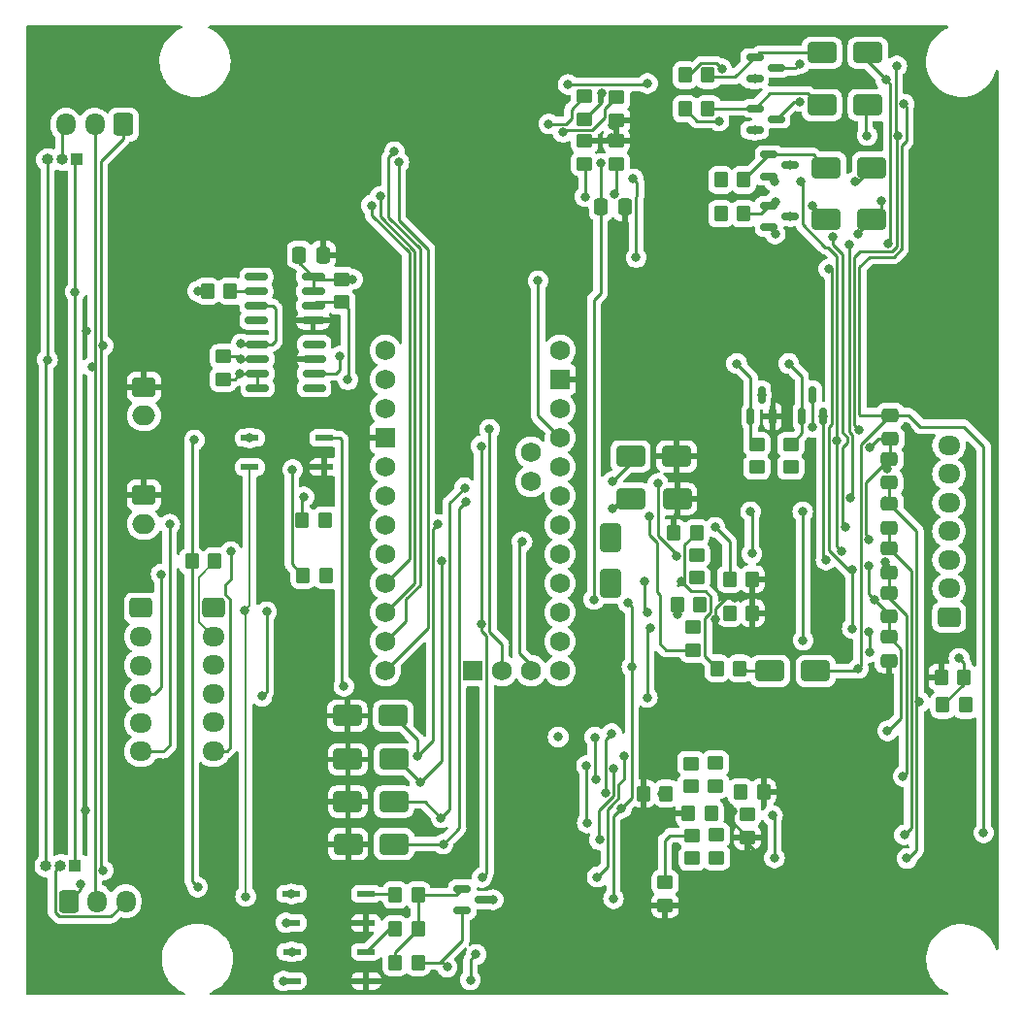
<source format=gbr>
%TF.GenerationSoftware,KiCad,Pcbnew,7.0.9*%
%TF.CreationDate,2024-01-08T18:19:43+05:30*%
%TF.ProjectId,BMS OPAMP,424d5320-4f50-4414-9d50-2e6b69636164,rev?*%
%TF.SameCoordinates,Original*%
%TF.FileFunction,Copper,L1,Top*%
%TF.FilePolarity,Positive*%
%FSLAX46Y46*%
G04 Gerber Fmt 4.6, Leading zero omitted, Abs format (unit mm)*
G04 Created by KiCad (PCBNEW 7.0.9) date 2024-01-08 18:19:43*
%MOMM*%
%LPD*%
G01*
G04 APERTURE LIST*
G04 Aperture macros list*
%AMRoundRect*
0 Rectangle with rounded corners*
0 $1 Rounding radius*
0 $2 $3 $4 $5 $6 $7 $8 $9 X,Y pos of 4 corners*
0 Add a 4 corners polygon primitive as box body*
4,1,4,$2,$3,$4,$5,$6,$7,$8,$9,$2,$3,0*
0 Add four circle primitives for the rounded corners*
1,1,$1+$1,$2,$3*
1,1,$1+$1,$4,$5*
1,1,$1+$1,$6,$7*
1,1,$1+$1,$8,$9*
0 Add four rect primitives between the rounded corners*
20,1,$1+$1,$2,$3,$4,$5,0*
20,1,$1+$1,$4,$5,$6,$7,0*
20,1,$1+$1,$6,$7,$8,$9,0*
20,1,$1+$1,$8,$9,$2,$3,0*%
G04 Aperture macros list end*
%TA.AperFunction,SMDPad,CuDef*%
%ADD10RoundRect,0.250000X0.450000X-0.350000X0.450000X0.350000X-0.450000X0.350000X-0.450000X-0.350000X0*%
%TD*%
%TA.AperFunction,SMDPad,CuDef*%
%ADD11RoundRect,0.250000X-0.350000X-0.450000X0.350000X-0.450000X0.350000X0.450000X-0.350000X0.450000X0*%
%TD*%
%TA.AperFunction,SMDPad,CuDef*%
%ADD12RoundRect,0.250000X-0.450000X0.350000X-0.450000X-0.350000X0.450000X-0.350000X0.450000X0.350000X0*%
%TD*%
%TA.AperFunction,ComponentPad*%
%ADD13C,1.727200*%
%TD*%
%TA.AperFunction,ComponentPad*%
%ADD14R,1.727200X1.727200*%
%TD*%
%TA.AperFunction,SMDPad,CuDef*%
%ADD15RoundRect,0.250000X-0.337500X-0.475000X0.337500X-0.475000X0.337500X0.475000X-0.337500X0.475000X0*%
%TD*%
%TA.AperFunction,ComponentPad*%
%ADD16RoundRect,0.250000X-0.725000X0.600000X-0.725000X-0.600000X0.725000X-0.600000X0.725000X0.600000X0*%
%TD*%
%TA.AperFunction,ComponentPad*%
%ADD17O,1.950000X1.700000*%
%TD*%
%TA.AperFunction,SMDPad,CuDef*%
%ADD18RoundRect,0.250000X0.475000X-0.337500X0.475000X0.337500X-0.475000X0.337500X-0.475000X-0.337500X0*%
%TD*%
%TA.AperFunction,SMDPad,CuDef*%
%ADD19RoundRect,0.150000X-0.825000X-0.150000X0.825000X-0.150000X0.825000X0.150000X-0.825000X0.150000X0*%
%TD*%
%TA.AperFunction,SMDPad,CuDef*%
%ADD20RoundRect,0.150000X-0.587500X-0.150000X0.587500X-0.150000X0.587500X0.150000X-0.587500X0.150000X0*%
%TD*%
%TA.AperFunction,SMDPad,CuDef*%
%ADD21RoundRect,0.250000X0.350000X0.450000X-0.350000X0.450000X-0.350000X-0.450000X0.350000X-0.450000X0*%
%TD*%
%TA.AperFunction,SMDPad,CuDef*%
%ADD22RoundRect,0.137500X-0.662500X-0.137500X0.662500X-0.137500X0.662500X0.137500X-0.662500X0.137500X0*%
%TD*%
%TA.AperFunction,ComponentPad*%
%ADD23RoundRect,0.250000X0.600000X0.725000X-0.600000X0.725000X-0.600000X-0.725000X0.600000X-0.725000X0*%
%TD*%
%TA.AperFunction,ComponentPad*%
%ADD24O,1.700000X1.950000*%
%TD*%
%TA.AperFunction,SMDPad,CuDef*%
%ADD25RoundRect,0.250000X-1.000000X-0.650000X1.000000X-0.650000X1.000000X0.650000X-1.000000X0.650000X0*%
%TD*%
%TA.AperFunction,SMDPad,CuDef*%
%ADD26RoundRect,0.250000X1.000000X0.650000X-1.000000X0.650000X-1.000000X-0.650000X1.000000X-0.650000X0*%
%TD*%
%TA.AperFunction,ComponentPad*%
%ADD27RoundRect,0.250000X-0.750000X0.600000X-0.750000X-0.600000X0.750000X-0.600000X0.750000X0.600000X0*%
%TD*%
%TA.AperFunction,ComponentPad*%
%ADD28O,2.000000X1.700000*%
%TD*%
%TA.AperFunction,SMDPad,CuDef*%
%ADD29RoundRect,0.150000X0.150000X-0.587500X0.150000X0.587500X-0.150000X0.587500X-0.150000X-0.587500X0*%
%TD*%
%TA.AperFunction,SMDPad,CuDef*%
%ADD30RoundRect,0.150000X0.825000X0.150000X-0.825000X0.150000X-0.825000X-0.150000X0.825000X-0.150000X0*%
%TD*%
%TA.AperFunction,ComponentPad*%
%ADD31RoundRect,0.250000X0.725000X-0.600000X0.725000X0.600000X-0.725000X0.600000X-0.725000X-0.600000X0*%
%TD*%
%TA.AperFunction,SMDPad,CuDef*%
%ADD32RoundRect,0.250000X0.650000X-1.000000X0.650000X1.000000X-0.650000X1.000000X-0.650000X-1.000000X0*%
%TD*%
%TA.AperFunction,ComponentPad*%
%ADD33RoundRect,0.250000X-0.600000X-0.725000X0.600000X-0.725000X0.600000X0.725000X-0.600000X0.725000X0*%
%TD*%
%TA.AperFunction,ComponentPad*%
%ADD34R,1.000000X1.000000*%
%TD*%
%TA.AperFunction,ComponentPad*%
%ADD35O,1.000000X1.000000*%
%TD*%
%TA.AperFunction,ViaPad*%
%ADD36C,0.800000*%
%TD*%
%TA.AperFunction,Conductor*%
%ADD37C,0.250000*%
%TD*%
%TA.AperFunction,Conductor*%
%ADD38C,0.200000*%
%TD*%
G04 APERTURE END LIST*
D10*
%TO.P,R13,1*%
%TO.N,B0*%
X78359000Y-92744800D03*
%TO.P,R13,2*%
%TO.N,Net-(U9A--)*%
X78359000Y-90744800D03*
%TD*%
D11*
%TO.P,R1,1*%
%TO.N,Net-(R1-Pad1)*%
X37090600Y-62738000D03*
%TO.P,R1,2*%
%TO.N,CHGDT+*%
X39090600Y-62738000D03*
%TD*%
%TO.P,R60,1*%
%TO.N,Net-(D15-K)*%
X80111000Y-20316400D03*
%TO.P,R60,2*%
%TO.N,Net-(D17-K)*%
X82111000Y-20316400D03*
%TD*%
%TO.P,R7,1*%
%TO.N,Net-(Q1-B)*%
X54803800Y-97746400D03*
%TO.P,R7,2*%
%TO.N,B6*%
X56803800Y-97746400D03*
%TD*%
%TO.P,R44,1*%
%TO.N,D0*%
X83988400Y-64287400D03*
%TO.P,R44,2*%
%TO.N,B0*%
X85988400Y-64287400D03*
%TD*%
D10*
%TO.P,R4,1*%
%TO.N,DIN_VCC*%
X39827200Y-46872400D03*
%TO.P,R4,2*%
%TO.N,DOUT*%
X39827200Y-44872400D03*
%TD*%
D12*
%TO.P,R26,1*%
%TO.N,Net-(U9D--)*%
X82854800Y-86604600D03*
%TO.P,R26,2*%
%TO.N,Net-(R26-Pad2)*%
X82854800Y-88604600D03*
%TD*%
D13*
%TO.P,A1,A0,A0*%
%TO.N,A0*%
X69215000Y-62103000D03*
%TO.P,A1,A1,A1*%
%TO.N,A1*%
X69215000Y-59563000D03*
%TO.P,A1,A2,A2*%
%TO.N,A2*%
X69215000Y-57023000D03*
%TO.P,A1,A3,A3*%
%TO.N,A3*%
X69215000Y-54483000D03*
%TO.P,A1,A4,A4/SDA*%
%TO.N,A4*%
X66675000Y-55753000D03*
%TO.P,A1,A5,A5/SCL*%
%TO.N,A5*%
X66675000Y-53213000D03*
%TO.P,A1,A6,A6*%
%TO.N,A6*%
X64135000Y-72263000D03*
%TO.P,A1,A7,A7*%
%TO.N,A7*%
X66675000Y-72263000D03*
%TO.P,A1,D0,D0/RX*%
%TO.N,DRX*%
X53975000Y-46863000D03*
%TO.P,A1,D1,D1/TX*%
%TO.N,DTX*%
X53975000Y-44323000D03*
%TO.P,A1,D2,D2_INT0*%
%TO.N,CHARGEALLOW*%
X53975000Y-54483000D03*
%TO.P,A1,D3,D3_INT1*%
%TO.N,DISCHARGEALLOW*%
X53975000Y-57023000D03*
%TO.P,A1,D4,D4*%
%TO.N,D0*%
X53975000Y-59563000D03*
%TO.P,A1,D5,D5*%
%TO.N,D1*%
X53975000Y-62103000D03*
%TO.P,A1,D6,D6*%
%TO.N,D2*%
X53975000Y-64643000D03*
%TO.P,A1,D7,D7*%
%TO.N,D3*%
X53975000Y-67183000D03*
%TO.P,A1,D8,D8*%
%TO.N,D4*%
X53975000Y-69723000D03*
%TO.P,A1,D9,D9*%
%TO.N,D5*%
X53975000Y-72263000D03*
%TO.P,A1,D10,D10_CS*%
%TO.N,DCHG*%
X69215000Y-72263000D03*
%TO.P,A1,D11,D11_MOSI*%
%TO.N,unconnected-(A1-D11_MOSI-PadD11)*%
X69215000Y-69723000D03*
%TO.P,A1,D12,D12_MISO*%
%TO.N,unconnected-(A1-D12_MISO-PadD12)*%
X69215000Y-67183000D03*
%TO.P,A1,D13,D13_SCK*%
%TO.N,unconnected-(A1-D13_SCK-PadD13)*%
X69215000Y-64643000D03*
D14*
%TO.P,A1,GND1,GND*%
%TO.N,B0*%
X53975000Y-51943000D03*
%TO.P,A1,GND2,GND*%
X69215000Y-46863000D03*
%TO.P,A1,GND3*%
%TO.N,N/C*%
X61595000Y-72263000D03*
D13*
%TO.P,A1,RAW,RAW*%
%TO.N,unconnected-(A1-PadRAW)*%
X69215000Y-44323000D03*
%TO.P,A1,RST1,RESET*%
%TO.N,Net-(A1-RESET-PadRST1)*%
X53975000Y-49403000D03*
%TO.P,A1,RST2,RESET*%
X69215000Y-49403000D03*
%TO.P,A1,Vcc1,Vcc*%
%TO.N,5V*%
X69215000Y-51943000D03*
%TD*%
D15*
%TO.P,C14,1*%
%TO.N,POW*%
X72799700Y-31826200D03*
%TO.P,C14,2*%
%TO.N,B0*%
X74874700Y-31826200D03*
%TD*%
D16*
%TO.P,J1,1,Pin_1*%
%TO.N,CHGDT-*%
X32639000Y-66802000D03*
D17*
%TO.P,J1,2,Pin_2*%
%TO.N,CHGDT+*%
X32639000Y-69302000D03*
%TO.P,J1,3,Pin_3*%
%TO.N,Net-(J1-Pin_3)*%
X32639000Y-71802000D03*
%TO.P,J1,4,Pin_4*%
%TO.N,Net-(J1-Pin_4)*%
X32639000Y-74302000D03*
%TO.P,J1,5,Pin_5*%
%TO.N,Net-(J1-Pin_5)*%
X32639000Y-76802000D03*
%TO.P,J1,6,Pin_6*%
%TO.N,Net-(J1-Pin_6)*%
X32639000Y-79302000D03*
%TD*%
D10*
%TO.P,R53,1*%
%TO.N,D3*%
X71348000Y-28051000D03*
%TO.P,R53,2*%
%TO.N,B0*%
X71348000Y-26051000D03*
%TD*%
D18*
%TO.P,C5,1*%
%TO.N,B1*%
X97891600Y-67534700D03*
%TO.P,C5,2*%
%TO.N,B2*%
X97891600Y-65459700D03*
%TD*%
D19*
%TO.P,U6,1,NC*%
%TO.N,unconnected-(U6-NC-Pad1)*%
X42711600Y-37896800D03*
%TO.P,U6,2,A*%
%TO.N,Net-(U6-A)*%
X42711600Y-39166800D03*
%TO.P,U6,3,C*%
%TO.N,DIN_GND*%
X42711600Y-40436800D03*
%TO.P,U6,4*%
%TO.N,N/C*%
X42711600Y-41706800D03*
%TO.P,U6,5,GND*%
%TO.N,B0*%
X47661600Y-41706800D03*
%TO.P,U6,6,VO*%
%TO.N,DRX*%
X47661600Y-40436800D03*
%TO.P,U6,7,EN*%
%TO.N,5V*%
X47661600Y-39166800D03*
%TO.P,U6,8,VCC*%
X47661600Y-37896800D03*
%TD*%
D10*
%TO.P,R41,1*%
%TO.N,Net-(U10B--)*%
X81102200Y-64169800D03*
%TO.P,R41,2*%
%TO.N,Net-(R41-Pad2)*%
X81102200Y-62169800D03*
%TD*%
D20*
%TO.P,Q7,1,B*%
%TO.N,Net-(D18-K)*%
X86183900Y-23210400D03*
%TO.P,Q7,2,E*%
%TO.N,B5*%
X86183900Y-25110400D03*
%TO.P,Q7,3,C*%
%TO.N,Net-(Q7-C)*%
X88058900Y-24160400D03*
%TD*%
D12*
%TO.P,R40,1*%
%TO.N,Net-(U10A--)*%
X80822800Y-68494400D03*
%TO.P,R40,2*%
%TO.N,Net-(R40-Pad2)*%
X80822800Y-70494400D03*
%TD*%
D11*
%TO.P,R11,1*%
%TO.N,CHARGEALLOW*%
X46802800Y-63957200D03*
%TO.P,R11,2*%
%TO.N,Net-(R11-Pad2)*%
X48802800Y-63957200D03*
%TD*%
D12*
%TO.P,R24,1*%
%TO.N,Net-(U9A--)*%
X80721200Y-86630000D03*
%TO.P,R24,2*%
%TO.N,Net-(R24-Pad2)*%
X80721200Y-88630000D03*
%TD*%
D11*
%TO.P,R51,1*%
%TO.N,B0*%
X102444800Y-72847200D03*
%TO.P,R51,2*%
%TO.N,Vref*%
X104444800Y-72847200D03*
%TD*%
D21*
%TO.P,R3,1*%
%TO.N,Net-(U6-A)*%
X40436800Y-39166800D03*
%TO.P,R3,2*%
%TO.N,DIN*%
X38436800Y-39166800D03*
%TD*%
D22*
%TO.P,U1,1*%
%TO.N,Net-(R1-Pad1)*%
X42141000Y-51968400D03*
%TO.P,U1,3*%
%TO.N,CHGDT-*%
X42141000Y-54508400D03*
%TO.P,U1,4*%
%TO.N,B0*%
X48641000Y-54508400D03*
%TO.P,U1,6*%
%TO.N,DCHG*%
X48641000Y-51968400D03*
%TD*%
D23*
%TO.P,J4,1,Pin_1*%
%TO.N,DIN_GND*%
X31115000Y-24638000D03*
D24*
%TO.P,J4,2,Pin_2*%
%TO.N,DIN_VCC*%
X28615000Y-24638000D03*
%TO.P,J4,3,Pin_3*%
%TO.N,Net-(J4-Pin_3)*%
X26115000Y-24638000D03*
%TD*%
D11*
%TO.P,R55,1*%
%TO.N,Net-(D12-K)*%
X83225800Y-32414000D03*
%TO.P,R55,2*%
%TO.N,Net-(D14-K)*%
X85225800Y-32414000D03*
%TD*%
%TO.P,R39,1*%
%TO.N,B0*%
X79111600Y-60248800D03*
%TO.P,R39,2*%
%TO.N,Net-(U10B-+)*%
X81111600Y-60248800D03*
%TD*%
D25*
%TO.P,D14,1,K*%
%TO.N,Net-(D14-K)*%
X92411200Y-32921800D03*
%TO.P,D14,2,A*%
%TO.N,B3*%
X96411200Y-32921800D03*
%TD*%
D26*
%TO.P,D3,1,K*%
%TO.N,A3*%
X54705000Y-83693000D03*
%TO.P,D3,2,A*%
%TO.N,B0*%
X50705000Y-83693000D03*
%TD*%
D10*
%TO.P,R46,1*%
%TO.N,Net-(D7-K)*%
X86381800Y-54517800D03*
%TO.P,R46,2*%
%TO.N,Net-(D9-K)*%
X86381800Y-52517800D03*
%TD*%
D12*
%TO.P,R58,1*%
%TO.N,D4*%
X71348000Y-22148800D03*
%TO.P,R58,2*%
%TO.N,B0*%
X71348000Y-24148800D03*
%TD*%
D20*
%TO.P,Q1,1,B*%
%TO.N,Net-(Q1-B)*%
X60682900Y-91302800D03*
%TO.P,Q1,2,E*%
%TO.N,B6*%
X60682900Y-93202800D03*
%TO.P,Q1,3,C*%
%TO.N,POW*%
X62557900Y-92252800D03*
%TD*%
D26*
%TO.P,D4,1,K*%
%TO.N,A1*%
X54654200Y-76200000D03*
%TO.P,D4,2,A*%
%TO.N,B0*%
X50654200Y-76200000D03*
%TD*%
D21*
%TO.P,R38,1*%
%TO.N,B0*%
X81416400Y-66522600D03*
%TO.P,R38,2*%
%TO.N,Net-(U10A-+)*%
X79416400Y-66522600D03*
%TD*%
%TO.P,R36,1*%
%TO.N,Net-(D20-A)*%
X84896200Y-72059800D03*
%TO.P,R36,2*%
%TO.N,Net-(U10B-+)*%
X82896200Y-72059800D03*
%TD*%
D27*
%TO.P,J7,1,Pin_1*%
%TO.N,B0*%
X32914000Y-47518000D03*
D28*
%TO.P,J7,2,Pin_2*%
%TO.N,A6*%
X32914000Y-50018000D03*
%TD*%
D29*
%TO.P,Q3,1,B*%
%TO.N,Net-(D10-K)*%
X90286800Y-50086500D03*
%TO.P,Q3,2,E*%
%TO.N,B1*%
X92186800Y-50086500D03*
%TO.P,Q3,3,C*%
%TO.N,Net-(Q3-C)*%
X91236800Y-48211500D03*
%TD*%
D18*
%TO.P,C4,1*%
%TO.N,B2*%
X97917000Y-63673900D03*
%TO.P,C4,2*%
%TO.N,B3*%
X97917000Y-61598900D03*
%TD*%
D20*
%TO.P,Q4,1,B*%
%TO.N,Net-(D13-K)*%
X87428500Y-27244000D03*
%TO.P,Q4,2,E*%
%TO.N,B2*%
X87428500Y-29144000D03*
%TO.P,Q4,3,C*%
%TO.N,Net-(Q4-C)*%
X89303500Y-28194000D03*
%TD*%
D25*
%TO.P,D13,1,K*%
%TO.N,Net-(D13-K)*%
X92411200Y-28371800D03*
%TO.P,D13,2,A*%
%TO.N,B2*%
X96411200Y-28371800D03*
%TD*%
D20*
%TO.P,Q5,1,B*%
%TO.N,Net-(D14-K)*%
X87428500Y-31694000D03*
%TO.P,Q5,2,E*%
%TO.N,B3*%
X87428500Y-33594000D03*
%TO.P,Q5,3,C*%
%TO.N,Net-(Q5-C)*%
X89303500Y-32644000D03*
%TD*%
D30*
%TO.P,U7,1,NC*%
%TO.N,unconnected-(U7-NC-Pad1)*%
X47763200Y-47602600D03*
%TO.P,U7,2,A*%
%TO.N,Net-(U7-A)*%
X47763200Y-46332600D03*
%TO.P,U7,3,C*%
%TO.N,B0*%
X47763200Y-45062600D03*
%TO.P,U7,4*%
%TO.N,N/C*%
X47763200Y-43792600D03*
%TO.P,U7,5,GND*%
%TO.N,DIN_GND*%
X42813200Y-43792600D03*
%TO.P,U7,6,VO*%
%TO.N,DOUT*%
X42813200Y-45062600D03*
%TO.P,U7,7,EN*%
%TO.N,DIN_VCC*%
X42813200Y-46332600D03*
%TO.P,U7,8,VCC*%
X42813200Y-47602600D03*
%TD*%
D21*
%TO.P,R21,1*%
%TO.N,B0*%
X86953600Y-82854800D03*
%TO.P,R21,2*%
%TO.N,Net-(U9C-+)*%
X84953600Y-82854800D03*
%TD*%
D11*
%TO.P,R6,1*%
%TO.N,Net-(R6-Pad1)*%
X54803800Y-94796400D03*
%TO.P,R6,2*%
%TO.N,Net-(Q1-B)*%
X56803800Y-94796400D03*
%TD*%
%TO.P,R45,1*%
%TO.N,D1*%
X83988400Y-67237400D03*
%TO.P,R45,2*%
%TO.N,B0*%
X85988400Y-67237400D03*
%TD*%
D10*
%TO.P,R47,1*%
%TO.N,Net-(D8-K)*%
X89331800Y-54517800D03*
%TO.P,R47,2*%
%TO.N,Net-(D10-K)*%
X89331800Y-52517800D03*
%TD*%
D15*
%TO.P,C10,1*%
%TO.N,5V*%
X46460500Y-35991800D03*
%TO.P,C10,2*%
%TO.N,B0*%
X48535500Y-35991800D03*
%TD*%
D26*
%TO.P,D1,1,K*%
%TO.N,A0*%
X54705000Y-80010000D03*
%TO.P,D1,2,A*%
%TO.N,B0*%
X50705000Y-80010000D03*
%TD*%
D25*
%TO.P,D18,1,K*%
%TO.N,Net-(D18-K)*%
X92055600Y-22914200D03*
%TO.P,D18,2,A*%
%TO.N,B5*%
X96055600Y-22914200D03*
%TD*%
D12*
%TO.P,R8,1*%
%TO.N,5V*%
X50139600Y-38116000D03*
%TO.P,R8,2*%
%TO.N,DRX*%
X50139600Y-40116000D03*
%TD*%
%TO.P,R59,1*%
%TO.N,D5*%
X74142000Y-22250400D03*
%TO.P,R59,2*%
%TO.N,B0*%
X74142000Y-24250400D03*
%TD*%
D20*
%TO.P,Q6,1,B*%
%TO.N,Net-(D17-K)*%
X86183900Y-18760400D03*
%TO.P,Q6,2,E*%
%TO.N,B4*%
X86183900Y-20660400D03*
%TO.P,Q6,3,C*%
%TO.N,Net-(Q6-C)*%
X88058900Y-19710400D03*
%TD*%
D27*
%TO.P,J8,1,Pin_1*%
%TO.N,B0*%
X32914000Y-56968000D03*
D28*
%TO.P,J8,2,Pin_2*%
%TO.N,A7*%
X32914000Y-59468000D03*
%TD*%
D11*
%TO.P,R54,1*%
%TO.N,Net-(D11-K)*%
X83225800Y-29464000D03*
%TO.P,R54,2*%
%TO.N,Net-(D13-K)*%
X85225800Y-29464000D03*
%TD*%
D18*
%TO.P,C1,1*%
%TO.N,B5*%
X98018600Y-52040700D03*
%TO.P,C1,2*%
%TO.N,B6*%
X98018600Y-49965700D03*
%TD*%
%TO.P,C2,1*%
%TO.N,B4*%
X97942400Y-55876100D03*
%TO.P,C2,2*%
%TO.N,B5*%
X97942400Y-53801100D03*
%TD*%
D11*
%TO.P,R23,1*%
%TO.N,B0*%
X76470000Y-82981800D03*
%TO.P,R23,2*%
%TO.N,Net-(U9B-+)*%
X78470000Y-82981800D03*
%TD*%
D25*
%TO.P,D17,1,K*%
%TO.N,Net-(D17-K)*%
X92055600Y-18364200D03*
%TO.P,D17,2,A*%
%TO.N,B4*%
X96055600Y-18364200D03*
%TD*%
D26*
%TO.P,D20,1,K*%
%TO.N,B6*%
X91509600Y-72288400D03*
%TO.P,D20,2,A*%
%TO.N,Net-(D20-A)*%
X87509600Y-72288400D03*
%TD*%
D10*
%TO.P,R22,1*%
%TO.N,B0*%
X85547200Y-86801200D03*
%TO.P,R22,2*%
%TO.N,Net-(U9D-+)*%
X85547200Y-84801200D03*
%TD*%
D25*
%TO.P,D6,1,K*%
%TO.N,A5*%
X75368400Y-53568600D03*
%TO.P,D6,2,A*%
%TO.N,B0*%
X79368400Y-53568600D03*
%TD*%
D11*
%TO.P,R50,1*%
%TO.N,Vref*%
X102606600Y-75260200D03*
%TO.P,R50,2*%
%TO.N,5V*%
X104606600Y-75260200D03*
%TD*%
D18*
%TO.P,C6,1*%
%TO.N,B0*%
X97891600Y-71395500D03*
%TO.P,C6,2*%
%TO.N,B1*%
X97891600Y-69320500D03*
%TD*%
D29*
%TO.P,Q2,1,B*%
%TO.N,Net-(D9-K)*%
X85836800Y-50086500D03*
%TO.P,Q2,2,E*%
%TO.N,B0*%
X87736800Y-50086500D03*
%TO.P,Q2,3,C*%
%TO.N,Net-(Q2-C)*%
X86786800Y-48211500D03*
%TD*%
D26*
%TO.P,D2,1,K*%
%TO.N,A2*%
X54730400Y-87401400D03*
%TO.P,D2,2,A*%
%TO.N,B0*%
X50730400Y-87401400D03*
%TD*%
D31*
%TO.P,J9,1,Pin_1*%
%TO.N,Net-(J9-Pin_1)*%
X103148800Y-67603400D03*
D17*
%TO.P,J9,2,Pin_2*%
%TO.N,Net-(J9-Pin_2)*%
X103148800Y-65103400D03*
%TO.P,J9,3,Pin_3*%
%TO.N,Net-(J9-Pin_3)*%
X103148800Y-62603400D03*
%TO.P,J9,4,Pin_4*%
%TO.N,Net-(J9-Pin_4)*%
X103148800Y-60103400D03*
%TO.P,J9,5,Pin_5*%
%TO.N,Net-(J9-Pin_5)*%
X103148800Y-57603400D03*
%TO.P,J9,6,Pin_6*%
%TO.N,Net-(J9-Pin_6)*%
X103148800Y-55103400D03*
%TO.P,J9,7,Pin_7*%
%TO.N,Net-(J9-Pin_7)*%
X103148800Y-52603400D03*
%TD*%
D22*
%TO.P,U2,1*%
%TO.N,Net-(R1-Pad1)*%
X45772000Y-91744800D03*
%TO.P,U2,3*%
%TO.N,CHGDT-*%
X45772000Y-94284800D03*
%TO.P,U2,4*%
%TO.N,B0*%
X52272000Y-94284800D03*
%TO.P,U2,6*%
%TO.N,Net-(R5-Pad1)*%
X52272000Y-91744800D03*
%TD*%
D11*
%TO.P,R20,1*%
%TO.N,B0*%
X80391000Y-84709000D03*
%TO.P,R20,2*%
%TO.N,Net-(U9A-+)*%
X82391000Y-84709000D03*
%TD*%
D10*
%TO.P,R27,1*%
%TO.N,Net-(U9B--)*%
X80619600Y-82356200D03*
%TO.P,R27,2*%
%TO.N,Net-(R27-Pad2)*%
X80619600Y-80356200D03*
%TD*%
%TO.P,R25,1*%
%TO.N,Net-(U9C--)*%
X82778600Y-82330800D03*
%TO.P,R25,2*%
%TO.N,Net-(R25-Pad2)*%
X82778600Y-80330800D03*
%TD*%
D32*
%TO.P,D19,1,K*%
%TO.N,B5*%
X73634600Y-64661800D03*
%TO.P,D19,2,A*%
%TO.N,Net-(D19-A)*%
X73634600Y-60661800D03*
%TD*%
D22*
%TO.P,U4,1*%
%TO.N,Net-(R2-Pad1)*%
X45797400Y-96799400D03*
%TO.P,U4,3*%
%TO.N,DIN_GND*%
X45797400Y-99339400D03*
%TO.P,U4,4*%
%TO.N,B0*%
X52297400Y-99339400D03*
%TO.P,U4,6*%
%TO.N,Net-(R6-Pad1)*%
X52297400Y-96799400D03*
%TD*%
D10*
%TO.P,R52,1*%
%TO.N,D2*%
X74116600Y-28051000D03*
%TO.P,R52,2*%
%TO.N,B0*%
X74116600Y-26051000D03*
%TD*%
D18*
%TO.P,C3,1*%
%TO.N,B3*%
X97942400Y-59787700D03*
%TO.P,C3,2*%
%TO.N,B4*%
X97942400Y-57712700D03*
%TD*%
D33*
%TO.P,J3,1,Pin_1*%
%TO.N,DIN_GND*%
X26329000Y-92384000D03*
D24*
%TO.P,J3,2,Pin_2*%
%TO.N,DIN_VCC*%
X28829000Y-92384000D03*
%TO.P,J3,3,Pin_3*%
%TO.N,Net-(J3-Pin_3)*%
X31329000Y-92384000D03*
%TD*%
D11*
%TO.P,R5,1*%
%TO.N,Net-(R5-Pad1)*%
X54803800Y-91846400D03*
%TO.P,R5,2*%
%TO.N,Net-(Q1-B)*%
X56803800Y-91846400D03*
%TD*%
%TO.P,R61,1*%
%TO.N,Net-(D16-K)*%
X80111000Y-23266400D03*
%TO.P,R61,2*%
%TO.N,Net-(D18-K)*%
X82111000Y-23266400D03*
%TD*%
D21*
%TO.P,R10,1*%
%TO.N,Net-(R10-Pad1)*%
X48726600Y-59131200D03*
%TO.P,R10,2*%
%TO.N,DISCHARGEALLOW*%
X46726600Y-59131200D03*
%TD*%
D25*
%TO.P,D5,1,K*%
%TO.N,A4*%
X75419200Y-57277000D03*
%TO.P,D5,2,A*%
%TO.N,B0*%
X79419200Y-57277000D03*
%TD*%
D34*
%TO.P,J6,1,Pin_1*%
%TO.N,DIN*%
X26908000Y-89281000D03*
D35*
%TO.P,J6,2,Pin_2*%
%TO.N,Net-(J3-Pin_3)*%
X25638000Y-89281000D03*
%TO.P,J6,3,Pin_3*%
%TO.N,DOUT*%
X24368000Y-89281000D03*
%TD*%
D16*
%TO.P,J2,1,Pin_1*%
%TO.N,CHGDT-*%
X38972000Y-66775000D03*
D17*
%TO.P,J2,2,Pin_2*%
%TO.N,CHGDT+*%
X38972000Y-69275000D03*
%TO.P,J2,3,Pin_3*%
%TO.N,Net-(J1-Pin_3)*%
X38972000Y-71775000D03*
%TO.P,J2,4,Pin_4*%
%TO.N,Net-(J2-Pin_4)*%
X38972000Y-74275000D03*
%TO.P,J2,5,Pin_5*%
%TO.N,Net-(J1-Pin_5)*%
X38972000Y-76775000D03*
%TO.P,J2,6,Pin_6*%
%TO.N,Net-(J2-Pin_6)*%
X38972000Y-79275000D03*
%TD*%
D34*
%TO.P,J5,1,Pin_1*%
%TO.N,DIN*%
X27051000Y-27686000D03*
D35*
%TO.P,J5,2,Pin_2*%
%TO.N,Net-(J4-Pin_3)*%
X25781000Y-27686000D03*
%TO.P,J5,3,Pin_3*%
%TO.N,DOUT*%
X24511000Y-27686000D03*
%TD*%
D36*
%TO.N,A0*%
X56997600Y-82016600D03*
X58863900Y-62661800D03*
%TO.N,A1*%
X58572400Y-59512200D03*
X56769000Y-79705200D03*
%TO.N,A2*%
X60985400Y-57531000D03*
X59004200Y-87401400D03*
%TO.N,A3*%
X58826400Y-85115400D03*
X60883800Y-56311800D03*
%TO.N,A4*%
X73803000Y-58089800D03*
%TO.N,A5*%
X73777600Y-55753000D03*
%TO.N,A6*%
X63042800Y-51206400D03*
%TO.N,A7*%
X65887600Y-61010800D03*
%TO.N,DRX*%
X50698400Y-46888400D03*
%TO.N,CHARGEALLOW*%
X45872400Y-54737000D03*
%TO.N,DISCHARGEALLOW*%
X46863000Y-57099200D03*
%TO.N,D0*%
X82727800Y-59758500D03*
X83988400Y-64424900D03*
%TO.N,D1*%
X83988400Y-67237400D03*
%TO.N,D2*%
X74015000Y-28027400D03*
X52755800Y-31673800D03*
X73986159Y-30699889D03*
%TO.N,D3*%
X53531000Y-30886400D03*
X71398800Y-30923900D03*
X71551200Y-28051000D03*
%TO.N,D4*%
X71348000Y-22148800D03*
X54756266Y-26992865D03*
X68223800Y-24573900D03*
%TO.N,DCHG*%
X50342800Y-73634600D03*
%TO.N,D5*%
X74142000Y-22250400D03*
X69480500Y-25298400D03*
X55142800Y-27914600D03*
%TO.N,B0*%
X99390200Y-51028600D03*
X81559400Y-66344800D03*
X25654000Y-84836000D03*
X87657900Y-50086500D03*
X73710200Y-25755600D03*
X84429260Y-65941570D03*
X97891600Y-71395500D03*
X84247700Y-84505800D03*
X89255600Y-84658200D03*
X86360000Y-88163400D03*
X27787600Y-84480400D03*
X73811800Y-24663400D03*
X87628682Y-80218741D03*
X65024000Y-51485800D03*
X65405000Y-46863000D03*
X78359000Y-92744800D03*
X82794362Y-67789337D03*
X27863800Y-42646600D03*
X71551200Y-26136600D03*
X72821200Y-21859500D03*
X81813400Y-95986600D03*
%TO.N,5V*%
X62318300Y-52667500D03*
X104606600Y-75260200D03*
X51104800Y-38125400D03*
X61391800Y-99237800D03*
X67284600Y-38252400D03*
X62318300Y-68173600D03*
X62407800Y-90297000D03*
X61875200Y-97022000D03*
%TO.N,B5*%
X86183900Y-25110400D03*
X96152300Y-60807600D03*
X96202699Y-52806199D03*
X95275400Y-51257200D03*
X73698751Y-64597648D03*
X98710700Y-25591600D03*
X97707517Y-54689100D03*
X98576800Y-19507200D03*
X95986000Y-25591600D03*
%TO.N,B6*%
X98018600Y-49965700D03*
X59359800Y-98120200D03*
X99211800Y-22834600D03*
X106146600Y-86410800D03*
X95224600Y-72059800D03*
%TO.N,B4*%
X94544900Y-57226200D03*
X86183900Y-20660400D03*
X97611600Y-20726400D03*
X97534800Y-57429400D03*
X99466400Y-88646000D03*
X97840200Y-34975800D03*
X100566100Y-75006200D03*
X94437200Y-35057238D03*
%TO.N,B3*%
X97534800Y-59969400D03*
X95186200Y-34146800D03*
X97194251Y-31319063D03*
X99237800Y-86588600D03*
X87985000Y-34163000D03*
X94094900Y-59758500D03*
X93021472Y-34421300D03*
%TO.N,B2*%
X97568743Y-62785900D03*
X87881300Y-29596800D03*
X93370400Y-52197000D03*
X94944600Y-29596800D03*
X90220200Y-29596800D03*
X93726000Y-61823600D03*
X99117100Y-81483200D03*
%TO.N,B1*%
X69043800Y-78054200D03*
X96606413Y-66065422D03*
X92186800Y-50086500D03*
X97764600Y-77520800D03*
X92405200Y-62611000D03*
X96152300Y-63144400D03*
%TO.N,DIN_VCC*%
X28409300Y-45784100D03*
X41300400Y-46380400D03*
%TO.N,DIN_GND*%
X29339500Y-43916600D03*
X27381200Y-90932000D03*
X45085000Y-99339400D03*
X41376600Y-43764200D03*
X29339500Y-89687400D03*
%TO.N,POW*%
X73863200Y-92151200D03*
X72745000Y-28027400D03*
X75133200Y-66319400D03*
X63373000Y-92252800D03*
X72161400Y-66065400D03*
X74549000Y-84302600D03*
X75477200Y-71932800D03*
%TO.N,Net-(U9A-+)*%
X71577200Y-85547200D03*
X71513100Y-80543400D03*
X82391000Y-84709000D03*
%TO.N,Net-(U9A--)*%
X80721200Y-86630000D03*
%TO.N,Net-(U9C-+)*%
X84953600Y-82854800D03*
%TO.N,Net-(U9C--)*%
X82778600Y-82330800D03*
%TO.N,Net-(U9D-+)*%
X85670437Y-85004919D03*
X87731600Y-84886800D03*
X87909400Y-88595200D03*
%TO.N,Net-(U9D--)*%
X82854800Y-86604600D03*
%TO.N,Net-(U9B-+)*%
X73710800Y-77753700D03*
X78105000Y-83007200D03*
X73152000Y-82905600D03*
%TO.N,CHGDT-*%
X45288200Y-94259400D03*
X41706800Y-67056000D03*
X41783000Y-91973400D03*
%TO.N,Net-(J1-Pin_4)*%
X34417000Y-63855600D03*
%TO.N,Net-(J1-Pin_6)*%
X35153600Y-59486800D03*
%TO.N,Net-(J2-Pin_4)*%
X43611800Y-67132200D03*
X43205400Y-74498200D03*
%TO.N,Net-(J2-Pin_6)*%
X40487600Y-61874400D03*
%TO.N,DIN*%
X37592000Y-39166800D03*
X26908000Y-39217600D03*
%TO.N,DOUT*%
X24485600Y-45135800D03*
X41325800Y-45059600D03*
%TO.N,Net-(R1-Pad1)*%
X37592000Y-91135200D03*
X42141000Y-51968400D03*
X45772000Y-91744800D03*
X37312600Y-52146200D03*
%TO.N,Net-(R2-Pad1)*%
X45797400Y-96799400D03*
%TO.N,Net-(U7-A)*%
X49987200Y-44831000D03*
%TO.N,Net-(R10-Pad1)*%
X48726600Y-59131200D03*
%TO.N,Net-(R11-Pad2)*%
X48802800Y-63957200D03*
%TO.N,Net-(U9B--)*%
X80706738Y-82268926D03*
X72237600Y-78079600D03*
X72364600Y-81737200D03*
%TO.N,Net-(R24-Pad2)*%
X80721200Y-88630000D03*
%TO.N,Net-(R25-Pad2)*%
X74752200Y-79742700D03*
X82778600Y-80330800D03*
X72440800Y-90271600D03*
%TO.N,Net-(R26-Pad2)*%
X82854800Y-88604600D03*
%TO.N,Net-(R27-Pad2)*%
X80619600Y-80356200D03*
X72644000Y-87020400D03*
X73876500Y-80822800D03*
%TO.N,Net-(U10A-+)*%
X79476600Y-67335400D03*
X76809600Y-67157600D03*
X76606400Y-64465200D03*
%TO.N,Net-(U10A--)*%
X80822800Y-68494400D03*
X76809600Y-74599800D03*
X77063600Y-68503800D03*
%TO.N,Net-(U10B-+)*%
X79802700Y-64458684D03*
%TO.N,Net-(U10B--)*%
X80924400Y-64119000D03*
%TO.N,Net-(R40-Pad2)*%
X80822800Y-70494400D03*
X77024900Y-58775600D03*
%TO.N,Net-(R41-Pad2)*%
X80924400Y-62119000D03*
X79352700Y-62255400D03*
X77749400Y-55930800D03*
%TO.N,Net-(D7-K)*%
X86381800Y-54517800D03*
%TO.N,Net-(D7-A)*%
X85928200Y-62052200D03*
X85823200Y-58394600D03*
%TO.N,Net-(D8-K)*%
X89331800Y-54517800D03*
%TO.N,Net-(D8-A)*%
X90373200Y-58394600D03*
X90398600Y-69621400D03*
%TO.N,Net-(D9-K)*%
X84607400Y-45472600D03*
%TO.N,Net-(D10-K)*%
X89157400Y-45472600D03*
%TO.N,Net-(Q2-C)*%
X86786800Y-48211500D03*
%TO.N,Net-(Q3-C)*%
X91236800Y-51054000D03*
%TO.N,Vref*%
X96152300Y-68884800D03*
X104013000Y-71196200D03*
X94703300Y-63449200D03*
X96215200Y-70662800D03*
X75589800Y-29362400D03*
X94703300Y-68605400D03*
X75843800Y-36220400D03*
X92645900Y-37211000D03*
%TO.N,Net-(D11-K)*%
X83225800Y-29464000D03*
%TO.N,Net-(D12-K)*%
X83225800Y-32414000D03*
%TO.N,Net-(D14-K)*%
X87959600Y-31369000D03*
X91185400Y-31696000D03*
%TO.N,Net-(Q4-C)*%
X89303500Y-28194000D03*
%TO.N,Net-(Q5-C)*%
X89303500Y-32644000D03*
%TO.N,Net-(D15-K)*%
X83305816Y-19766978D03*
%TO.N,Net-(D15-A)*%
X69902400Y-21135000D03*
X76834400Y-21031200D03*
%TO.N,Net-(D16-K)*%
X83074708Y-24310774D03*
%TO.N,Net-(Q6-C)*%
X90118000Y-19329400D03*
%TO.N,Net-(Q7-C)*%
X90118000Y-22619400D03*
%TO.N,Net-(D19-A)*%
X73634600Y-60661800D03*
%TD*%
D37*
%TO.N,A0*%
X54991000Y-80010000D02*
X54705000Y-80010000D01*
X56997600Y-82016600D02*
X54991000Y-80010000D01*
X58863900Y-80150300D02*
X58863900Y-62661800D01*
X56997600Y-82016600D02*
X58863900Y-80150300D01*
%TO.N,A1*%
X58138900Y-59945700D02*
X58572400Y-59512200D01*
X58138900Y-78335300D02*
X58138900Y-59945700D01*
X56769000Y-79705200D02*
X56769000Y-78314800D01*
X56769000Y-78314800D02*
X54654200Y-76200000D01*
X56769000Y-79705200D02*
X58138900Y-78335300D01*
%TO.N,A2*%
X59004200Y-87401400D02*
X60406400Y-85999200D01*
X60406400Y-58110000D02*
X60985400Y-57531000D01*
X60406400Y-85999200D02*
X60406400Y-58110000D01*
X59004200Y-87401400D02*
X54730400Y-87401400D01*
%TO.N,A3*%
X59588400Y-84150200D02*
X59588400Y-57607200D01*
X58826400Y-85115400D02*
X59588400Y-84353400D01*
X59588400Y-57607200D02*
X60883800Y-56311800D01*
X59588400Y-84353400D02*
X59588400Y-84150200D01*
X58826400Y-85115400D02*
X57404000Y-83693000D01*
X57404000Y-83693000D02*
X54705000Y-83693000D01*
%TO.N,A4*%
X74615800Y-57277000D02*
X73803000Y-58089800D01*
X75419200Y-57277000D02*
X74615800Y-57277000D01*
%TO.N,A5*%
X75368400Y-54162200D02*
X73777600Y-55753000D01*
X75368400Y-53568600D02*
X75368400Y-54162200D01*
%TO.N,A6*%
X64135000Y-69951600D02*
X64135000Y-72263000D01*
X63042800Y-68859400D02*
X64135000Y-69951600D01*
X63042800Y-51206400D02*
X63042800Y-68859400D01*
%TO.N,A7*%
X65659000Y-70764400D02*
X66675000Y-71780400D01*
X66675000Y-71780400D02*
X66675000Y-72263000D01*
X65887600Y-61010800D02*
X65659000Y-61239400D01*
X65659000Y-61239400D02*
X65659000Y-70764400D01*
%TO.N,DRX*%
X50712200Y-40688600D02*
X50712200Y-46874600D01*
X50139600Y-40116000D02*
X50712200Y-40688600D01*
X50712200Y-46874600D02*
X50698400Y-46888400D01*
X47982400Y-40116000D02*
X47661600Y-40436800D01*
X50139600Y-40116000D02*
X47982400Y-40116000D01*
%TO.N,CHARGEALLOW*%
X45801600Y-54807800D02*
X45872400Y-54737000D01*
X46802800Y-63957200D02*
X45801600Y-62956000D01*
X45801600Y-62956000D02*
X45801600Y-54807800D01*
%TO.N,DISCHARGEALLOW*%
X46726600Y-57235600D02*
X46863000Y-57099200D01*
X46726600Y-59131200D02*
X46726600Y-57235600D01*
%TO.N,D0*%
X82727800Y-59758500D02*
X83988400Y-61019100D01*
X83988400Y-61019100D02*
X83988400Y-64287400D01*
%TO.N,D2*%
X52755800Y-31673800D02*
X52806000Y-31648400D01*
X53975000Y-64643000D02*
X56057800Y-62560200D01*
X52806000Y-32562200D02*
X52755800Y-31673800D01*
X56057800Y-35814000D02*
X52806000Y-32562200D01*
X74116600Y-30569448D02*
X74116600Y-28051000D01*
X56057800Y-62560200D02*
X56057800Y-35814000D01*
X74015000Y-28051000D02*
X74015000Y-28027400D01*
X73986159Y-30699889D02*
X74116600Y-30569448D01*
%TO.N,D3*%
X56540400Y-35660204D02*
X53531000Y-32650804D01*
X53975000Y-67183000D02*
X56540400Y-64617600D01*
X71398800Y-30923900D02*
X71398800Y-28203400D01*
X53531000Y-32650804D02*
X53531000Y-32131000D01*
X56540400Y-64617600D02*
X56540400Y-35660204D01*
X71398800Y-28203400D02*
X71551200Y-28051000D01*
X53531000Y-30886400D02*
X53531000Y-32131000D01*
%TO.N,D4*%
X56990400Y-35425800D02*
X54256000Y-32691400D01*
X69684900Y-24573900D02*
X70205000Y-24053800D01*
X54256000Y-27493131D02*
X54756266Y-26992865D01*
X55753000Y-66041396D02*
X56990400Y-64803996D01*
X56990400Y-64803996D02*
X56990400Y-35425800D01*
X70205000Y-23291800D02*
X71348000Y-22148800D01*
X54256000Y-27713600D02*
X54256000Y-27493131D01*
X53975000Y-69723000D02*
X55753000Y-67945000D01*
X68223800Y-24573900D02*
X69684900Y-24573900D01*
X54256000Y-32691400D02*
X54256000Y-27713600D01*
X70205000Y-24053800D02*
X70205000Y-23291800D01*
X55753000Y-67945000D02*
X55753000Y-66041396D01*
X54256000Y-27713600D02*
X54228400Y-27686000D01*
%TO.N,DCHG*%
X49987200Y-51968400D02*
X50165000Y-52146200D01*
X50165000Y-73456800D02*
X50342800Y-73634600D01*
X50165000Y-71678800D02*
X50165000Y-73456800D01*
X48641000Y-51968400D02*
X49987200Y-51968400D01*
X50165000Y-52146200D02*
X50165000Y-71678800D01*
%TO.N,D5*%
X57683400Y-35482404D02*
X55142800Y-32941804D01*
X71994000Y-25126000D02*
X73117000Y-24003000D01*
X57683400Y-68554600D02*
X57683400Y-35482404D01*
X69480500Y-25298400D02*
X69652900Y-25126000D01*
X55142800Y-32941804D02*
X55142800Y-32842200D01*
X73117000Y-23275400D02*
X74142000Y-22250400D01*
X73117000Y-24003000D02*
X73117000Y-23275400D01*
X53975000Y-72263000D02*
X57683400Y-68554600D01*
X69652900Y-25126000D02*
X71994000Y-25126000D01*
X55142800Y-32842200D02*
X55142800Y-27914600D01*
%TO.N,B0*%
X82794362Y-66811338D02*
X83664130Y-65941570D01*
X84247700Y-85501700D02*
X85547200Y-86801200D01*
X74142000Y-24250400D02*
X75774200Y-24250400D01*
X80391000Y-84709000D02*
X79146400Y-84709000D01*
X79419200Y-58407800D02*
X79419200Y-57277000D01*
X79111600Y-58715400D02*
X79095600Y-58699400D01*
X45996400Y-45062600D02*
X45796200Y-45262800D01*
X85547200Y-87350600D02*
X86360000Y-88163400D01*
X83664130Y-65941570D02*
X84429260Y-65941570D01*
X47763200Y-45062600D02*
X45996400Y-45062600D01*
X74874700Y-31826200D02*
X74874700Y-32871500D01*
X85547200Y-86801200D02*
X85547200Y-87350600D01*
X84247700Y-84505800D02*
X84247700Y-85501700D01*
X79111600Y-60248800D02*
X79111600Y-58715400D01*
X82794362Y-67789337D02*
X82794362Y-66811338D01*
X79146400Y-84709000D02*
X79044800Y-84810600D01*
X65405000Y-51104800D02*
X65405000Y-46863000D01*
X71348000Y-24148800D02*
X72821200Y-22675600D01*
X65024000Y-51485800D02*
X65405000Y-51104800D01*
X79111600Y-58715400D02*
X79419200Y-58407800D01*
X72821200Y-22675600D02*
X72821200Y-21859500D01*
X75774200Y-24250400D02*
X75818400Y-24206200D01*
X74874700Y-32871500D02*
X74396000Y-33350200D01*
%TO.N,5V*%
X62783600Y-71983600D02*
X62783600Y-69236596D01*
X46460500Y-35991800D02*
X46460500Y-36695700D01*
X47661600Y-39166800D02*
X47661600Y-37896800D01*
X62733600Y-89971200D02*
X62407800Y-90297000D01*
X51095400Y-38116000D02*
X51104800Y-38125400D01*
X62318300Y-68173600D02*
X62318300Y-52667500D01*
X50139600Y-38116000D02*
X51095400Y-38116000D01*
X62783600Y-89921200D02*
X62783600Y-71983600D01*
X47880800Y-38116000D02*
X47661600Y-37896800D01*
X67284600Y-50012600D02*
X69215000Y-51943000D01*
X62407800Y-90297000D02*
X62783600Y-89921200D01*
X61391800Y-97505400D02*
X61875200Y-97022000D01*
X62318300Y-68771296D02*
X62318300Y-68173600D01*
X61391800Y-99237800D02*
X61391800Y-97505400D01*
X46460500Y-36695700D02*
X47661600Y-37896800D01*
X62783600Y-69236596D02*
X62318300Y-68771296D01*
X67284600Y-38252400D02*
X67284600Y-50012600D01*
X50139600Y-38116000D02*
X47880800Y-38116000D01*
%TO.N,B5*%
X98486800Y-25367700D02*
X98710700Y-25591600D01*
X96202699Y-52806199D02*
X96968198Y-52040700D01*
X98018600Y-53724900D02*
X97942400Y-53801100D01*
X95326200Y-35700800D02*
X98140505Y-35700800D01*
X96152300Y-60807600D02*
X96152300Y-60646687D01*
X97942400Y-53801100D02*
X95881413Y-55862087D01*
X95881413Y-55862087D02*
X95881413Y-60375800D01*
X98018600Y-52040700D02*
X98018600Y-53724900D01*
X97942400Y-53801100D02*
X97942400Y-54454217D01*
X98565200Y-25591600D02*
X98710700Y-25591600D01*
X97942400Y-54454217D02*
X97707517Y-54689100D01*
X96968198Y-52040700D02*
X98018600Y-52040700D01*
X98486800Y-19597200D02*
X98486800Y-25367700D01*
X95275400Y-51257200D02*
X94870396Y-50852196D01*
X98576800Y-19507200D02*
X98486800Y-19597200D01*
X98140505Y-35700800D02*
X98565200Y-35276105D01*
X95852400Y-22914200D02*
X95852400Y-25458000D01*
X96152300Y-60646687D02*
X95881413Y-60375800D01*
X98565200Y-25591600D02*
X98500600Y-25527000D01*
X95852400Y-25458000D02*
X95986000Y-25591600D01*
X94870396Y-36156604D02*
X95326200Y-35700800D01*
X94870396Y-50852196D02*
X94870396Y-36156604D01*
X98565200Y-35276105D02*
X98565200Y-25591600D01*
%TO.N,B6*%
X57937400Y-97746400D02*
X58701505Y-97746400D01*
X106146600Y-86410800D02*
X106146600Y-52731000D01*
X91509600Y-72288400D02*
X94996000Y-72288400D01*
X94996000Y-72288400D02*
X95224600Y-72059800D01*
X98291297Y-36186404D02*
X99015200Y-35462501D01*
X96189800Y-36186404D02*
X98291297Y-36186404D01*
X57937400Y-97746400D02*
X58986000Y-97746400D01*
X98018600Y-49965700D02*
X95427800Y-52556500D01*
X99015200Y-35462501D02*
X99015200Y-26466800D01*
X100634800Y-50977800D02*
X99622700Y-49965700D01*
X56803800Y-97746400D02*
X57937400Y-97746400D01*
X104393400Y-50977800D02*
X100634800Y-50977800D01*
X99435700Y-23058500D02*
X99435700Y-26046300D01*
X99435700Y-26046300D02*
X99015200Y-26466800D01*
X60682900Y-95765005D02*
X60682900Y-93202800D01*
X99622700Y-49965700D02*
X98018600Y-49965700D01*
X95427800Y-52556500D02*
X95427800Y-71856600D01*
X58701505Y-97746400D02*
X60682900Y-95765005D01*
X106146600Y-52731000D02*
X104393400Y-50977800D01*
X95400496Y-49965700D02*
X95320396Y-49885600D01*
X98018600Y-49965700D02*
X95400496Y-49965700D01*
X58986000Y-97746400D02*
X59359800Y-98120200D01*
X95224600Y-72059800D02*
X95427800Y-71856600D01*
X95320396Y-37055808D02*
X96189800Y-36186404D01*
X99211800Y-22834600D02*
X99435700Y-23058500D01*
X95320396Y-49885600D02*
X95320396Y-37055808D01*
%TO.N,B4*%
X94420396Y-35074042D02*
X94437200Y-35057238D01*
X97818100Y-57712700D02*
X97534800Y-57429400D01*
X99466400Y-88646000D02*
X99605800Y-88646000D01*
X99605800Y-88646000D02*
X100291600Y-87960200D01*
X97942400Y-57712700D02*
X97818100Y-57712700D01*
X97840200Y-34975800D02*
X97986200Y-34829800D01*
X94684000Y-51713004D02*
X94420396Y-51449400D01*
X94684000Y-57087100D02*
X94684000Y-51713004D01*
X94544900Y-57226200D02*
X94684000Y-57087100D01*
X97942400Y-55876100D02*
X97942400Y-57712700D01*
X95852400Y-18364200D02*
X95852400Y-18967200D01*
X97986200Y-34829800D02*
X97986200Y-26130200D01*
X97942400Y-57712700D02*
X100291600Y-60061900D01*
X97986200Y-26130200D02*
X97986200Y-21101000D01*
X94420396Y-51449400D02*
X94420396Y-35074042D01*
X100291600Y-60061900D02*
X100291600Y-87960200D01*
X97986200Y-21101000D02*
X97611600Y-20726400D01*
X95852400Y-18967200D02*
X97611600Y-20726400D01*
%TO.N,B3*%
X93820400Y-52772305D02*
X94234000Y-52358705D01*
X99841600Y-69672200D02*
X99841600Y-84455000D01*
X93820400Y-35908400D02*
X93021472Y-35109472D01*
X97917000Y-61598900D02*
X99841600Y-63523500D01*
X94094900Y-59758500D02*
X93820400Y-59484000D01*
X93820400Y-51485800D02*
X93820400Y-35908400D01*
X87985000Y-34163000D02*
X87997500Y-34163000D01*
X97716500Y-59787700D02*
X97534800Y-59969400D01*
X87981300Y-34146800D02*
X87985000Y-34150500D01*
X99841600Y-85984800D02*
X99237800Y-86588600D01*
X96411200Y-32921800D02*
X95186200Y-34146800D01*
X93021472Y-35109472D02*
X93021472Y-34421300D01*
X99841600Y-84455000D02*
X99841600Y-85984800D01*
X97194251Y-32138749D02*
X96411200Y-32921800D01*
X97942400Y-59787700D02*
X97942400Y-61573500D01*
X97942400Y-61573500D02*
X97917000Y-61598900D01*
X94234000Y-52358705D02*
X94234000Y-51899400D01*
X87985000Y-34150500D02*
X87985000Y-34163000D01*
X94234000Y-51899400D02*
X93820400Y-51485800D01*
X93820400Y-59484000D02*
X93820400Y-52772305D01*
X97942400Y-59787700D02*
X97716500Y-59787700D01*
X99841600Y-63523500D02*
X99841600Y-69672200D01*
X97194251Y-31319063D02*
X97194251Y-32138749D01*
X87997500Y-34163000D02*
X87428500Y-33594000D01*
%TO.N,B2*%
X97891600Y-65459700D02*
X97772322Y-65340422D01*
X97917000Y-63134157D02*
X97568743Y-62785900D01*
X96411200Y-28371800D02*
X95186200Y-29596800D01*
X90366000Y-32867600D02*
X90366000Y-29742600D01*
X93370400Y-61468000D02*
X93370400Y-52197000D01*
X95186200Y-29596800D02*
X94944600Y-29596800D01*
X93370400Y-36094796D02*
X92607702Y-35332098D01*
X99391600Y-80187800D02*
X99391600Y-81208700D01*
X87881300Y-29596800D02*
X87428500Y-29144000D01*
X92607702Y-35332098D02*
X92351398Y-35332098D01*
X93726000Y-61823600D02*
X93370400Y-61468000D01*
X90366000Y-29742600D02*
X90220200Y-29596800D01*
X99391600Y-67402100D02*
X99391600Y-80187800D01*
X97917000Y-63673900D02*
X97917000Y-65434300D01*
X97329922Y-65340422D02*
X99391600Y-67402100D01*
X93370400Y-52197000D02*
X93370400Y-36094796D01*
X90366000Y-32994908D02*
X90366000Y-32867600D01*
X92351398Y-35332098D02*
X90366000Y-33346700D01*
X90366000Y-33346700D02*
X90366000Y-32867600D01*
X97772322Y-65340422D02*
X97329922Y-65340422D01*
X99391600Y-81208700D02*
X99117100Y-81483200D01*
X97917000Y-65434300D02*
X97891600Y-65459700D01*
X97917000Y-63673900D02*
X97917000Y-63134157D01*
%TO.N,B1*%
X98941600Y-76403200D02*
X97824000Y-77520800D01*
X97891600Y-67350609D02*
X96606413Y-66065422D01*
X97891600Y-69320500D02*
X98941600Y-70370500D01*
X96606413Y-66065422D02*
X96152300Y-65611309D01*
X96152300Y-65611309D02*
X96152300Y-63144400D01*
X92186800Y-62392600D02*
X92186800Y-50086500D01*
X97891600Y-67534700D02*
X97891600Y-69320500D01*
X92405200Y-62611000D02*
X92186800Y-62392600D01*
X97824000Y-77520800D02*
X97764600Y-77520800D01*
X98941600Y-70370500D02*
X98941600Y-76403200D01*
X97891600Y-67534700D02*
X97891600Y-67350609D01*
%TO.N,DIN_VCC*%
X41348200Y-46332600D02*
X41300400Y-46380400D01*
X28615000Y-24638000D02*
X28615000Y-92170000D01*
X39827200Y-46872400D02*
X40808400Y-46872400D01*
X28615000Y-92170000D02*
X28829000Y-92384000D01*
X42813200Y-46332600D02*
X41348200Y-46332600D01*
X42813200Y-46332600D02*
X42813200Y-47602600D01*
X40808400Y-46872400D02*
X41300400Y-46380400D01*
%TO.N,DIN_GND*%
X31115000Y-25831800D02*
X29133800Y-27813000D01*
X42711600Y-40436800D02*
X44119800Y-40436800D01*
X44399200Y-43484800D02*
X44091400Y-43792600D01*
X29133800Y-89481700D02*
X29339500Y-89687400D01*
X29133800Y-27813000D02*
X29133800Y-89481700D01*
X44119800Y-40436800D02*
X44399200Y-40716200D01*
X44091400Y-43792600D02*
X42813200Y-43792600D01*
X42813200Y-43792600D02*
X41405000Y-43792600D01*
X27381200Y-91331800D02*
X26329000Y-92384000D01*
X44399200Y-40716200D02*
X44399200Y-43484800D01*
X45797400Y-99339400D02*
X45085000Y-99339400D01*
X31115000Y-24638000D02*
X31115000Y-25831800D01*
X27381200Y-90932000D02*
X27381200Y-91331800D01*
X41405000Y-43792600D02*
X41376600Y-43764200D01*
%TO.N,POW*%
X75477200Y-83374400D02*
X75477200Y-71932800D01*
X74549000Y-84302600D02*
X75477200Y-83374400D01*
X72161400Y-39928800D02*
X72745000Y-39345200D01*
X73863200Y-92151200D02*
X73863200Y-84988400D01*
X75477200Y-66663400D02*
X75133200Y-66319400D01*
X75477200Y-71932800D02*
X75477200Y-66663400D01*
X63322200Y-92308600D02*
X63373000Y-92252800D01*
X73863200Y-84988400D02*
X74549000Y-84302600D01*
X72161400Y-66065400D02*
X72161400Y-39928800D01*
X63373000Y-92252800D02*
X62613700Y-92308600D01*
X62613700Y-92308600D02*
X62557900Y-92252800D01*
X72745000Y-39345200D02*
X72745000Y-28027400D01*
%TO.N,Net-(U9A-+)*%
X71513100Y-80543400D02*
X71513100Y-85483100D01*
X71513100Y-85483100D02*
X71577200Y-85547200D01*
%TO.N,Net-(U9A--)*%
X80721200Y-86630000D02*
X78774800Y-86630000D01*
X78774800Y-86630000D02*
X78359000Y-87045800D01*
X78359000Y-87045800D02*
X78359000Y-90744800D01*
%TO.N,Net-(U9D-+)*%
X87909400Y-88595200D02*
X87909400Y-85064600D01*
X87909400Y-85064600D02*
X87731600Y-84886800D01*
%TO.N,Net-(U9B-+)*%
X73710800Y-77753700D02*
X73152000Y-78312500D01*
X73152000Y-78312500D02*
X73152000Y-82905600D01*
D38*
%TO.N,CHGDT-*%
X41783000Y-91973400D02*
X41783000Y-67132200D01*
X42141000Y-54508400D02*
X42141000Y-66621800D01*
X41783000Y-67132200D02*
X41706800Y-67056000D01*
X45772000Y-94284800D02*
X45313600Y-94284800D01*
X32666000Y-66775000D02*
X32639000Y-66802000D01*
X42141000Y-66621800D02*
X41706800Y-67056000D01*
X45313600Y-94284800D02*
X45288200Y-94259400D01*
%TO.N,CHGDT+*%
X37697000Y-68000000D02*
X38972000Y-69275000D01*
X39090600Y-62738000D02*
X37697000Y-64131600D01*
X38945000Y-69302000D02*
X38972000Y-69275000D01*
X37697000Y-64131600D02*
X37697000Y-68000000D01*
D37*
%TO.N,Net-(J1-Pin_3)*%
X32666000Y-71775000D02*
X32639000Y-71802000D01*
%TO.N,Net-(J1-Pin_4)*%
X34417000Y-73685400D02*
X33800400Y-74302000D01*
X34417000Y-63855600D02*
X34417000Y-73685400D01*
X33800400Y-74302000D02*
X32639000Y-74302000D01*
%TO.N,Net-(J1-Pin_5)*%
X38945000Y-76802000D02*
X38972000Y-76775000D01*
%TO.N,Net-(J1-Pin_6)*%
X35153600Y-59486800D02*
X35153600Y-78765400D01*
X35153600Y-78765400D02*
X34617000Y-79302000D01*
X34617000Y-79302000D02*
X32639000Y-79302000D01*
%TO.N,Net-(J2-Pin_4)*%
X43611800Y-67132200D02*
X43611800Y-74091800D01*
X43611800Y-74091800D02*
X43205400Y-74498200D01*
%TO.N,Net-(J2-Pin_6)*%
X40411400Y-66040000D02*
X40411400Y-78994000D01*
X40487600Y-64280542D02*
X39997000Y-64771142D01*
X39997000Y-64771142D02*
X39997000Y-65625600D01*
X40411400Y-78994000D02*
X40130400Y-79275000D01*
X40130400Y-79275000D02*
X38972000Y-79275000D01*
X40487600Y-61874400D02*
X40487600Y-64280542D01*
X39997000Y-65625600D02*
X40411400Y-66040000D01*
%TO.N,Net-(J3-Pin_3)*%
X25138001Y-93338101D02*
X25500500Y-93700600D01*
X25500500Y-93700600D02*
X30012400Y-93700600D01*
X25138001Y-89780999D02*
X25138001Y-93338101D01*
X30012400Y-93700600D02*
X31329000Y-92384000D01*
X25638000Y-89281000D02*
X25138001Y-89780999D01*
%TO.N,Net-(J4-Pin_3)*%
X25781000Y-27686000D02*
X25781000Y-24972000D01*
X25781000Y-24972000D02*
X26115000Y-24638000D01*
%TO.N,DIN*%
X26908000Y-27829000D02*
X27051000Y-27686000D01*
X26908000Y-89281000D02*
X26908000Y-39217600D01*
X38436800Y-39166800D02*
X37592000Y-39166800D01*
X26908000Y-39217600D02*
X26908000Y-27829000D01*
%TO.N,DOUT*%
X41138600Y-44872400D02*
X41325800Y-45059600D01*
X24485600Y-45135800D02*
X24511000Y-45110400D01*
X24511000Y-45110400D02*
X24511000Y-27686000D01*
X42813200Y-45062600D02*
X41328800Y-45062600D01*
X24368000Y-45253400D02*
X24368000Y-89281000D01*
X39827200Y-44872400D02*
X41138600Y-44872400D01*
X24485600Y-45135800D02*
X24368000Y-45253400D01*
X41328800Y-45062600D02*
X41325800Y-45059600D01*
%TO.N,Net-(Q1-B)*%
X60139300Y-91846400D02*
X60682900Y-91302800D01*
X56803800Y-94796400D02*
X56803800Y-91846400D01*
X56803800Y-91846400D02*
X60139300Y-91846400D01*
X54803800Y-97746400D02*
X54803800Y-96796400D01*
X54803800Y-96796400D02*
X56803800Y-94796400D01*
%TO.N,Net-(R1-Pad1)*%
X37090600Y-62738000D02*
X37090600Y-90633800D01*
X37090600Y-62738000D02*
X37090600Y-52368200D01*
X37090600Y-90633800D02*
X37592000Y-91135200D01*
X37090600Y-52368200D02*
X37312600Y-52146200D01*
%TO.N,Net-(U6-A)*%
X40436800Y-39166800D02*
X42711600Y-39166800D01*
%TO.N,Net-(R5-Pad1)*%
X54702200Y-91744800D02*
X54803800Y-91846400D01*
X52272000Y-91744800D02*
X54702200Y-91744800D01*
%TO.N,Net-(R6-Pad1)*%
X52297400Y-96799400D02*
X54300400Y-94796400D01*
X54300400Y-94796400D02*
X54803800Y-94796400D01*
%TO.N,Net-(U7-A)*%
X49987200Y-44831000D02*
X49987200Y-45999400D01*
X49654000Y-46332600D02*
X49987200Y-45999400D01*
X47763200Y-46332600D02*
X49654000Y-46332600D01*
%TO.N,Net-(U9B--)*%
X72237600Y-78079600D02*
X72237600Y-81610200D01*
X72237600Y-81610200D02*
X72364600Y-81737200D01*
%TO.N,Net-(R25-Pad2)*%
X74752200Y-79742700D02*
X74752200Y-81737200D01*
X73369000Y-89343400D02*
X72440800Y-90271600D01*
X74326500Y-83392801D02*
X73678050Y-84041250D01*
X73678050Y-84041250D02*
X73583800Y-84135501D01*
X74752200Y-81737200D02*
X74326500Y-82162900D01*
X73369000Y-84350300D02*
X73369000Y-89343400D01*
X73678050Y-84041250D02*
X73369000Y-84350300D01*
X74326500Y-82162900D02*
X74326500Y-83392801D01*
%TO.N,Net-(R27-Pad2)*%
X73876500Y-83206405D02*
X73876500Y-80822800D01*
X72618600Y-84464306D02*
X73876500Y-83206405D01*
X72618600Y-86995000D02*
X72618600Y-84464306D01*
X72644000Y-87020400D02*
X72618600Y-86995000D01*
%TO.N,Net-(U10A-+)*%
X79416400Y-66522600D02*
X79416400Y-67275200D01*
X76606400Y-64465200D02*
X76606400Y-66954400D01*
X79416400Y-67275200D02*
X79476600Y-67335400D01*
X76606400Y-66954400D02*
X76809600Y-67157600D01*
%TO.N,Net-(U10A--)*%
X76809600Y-68757800D02*
X77063600Y-68503800D01*
X76809600Y-74599800D02*
X76809600Y-68757800D01*
%TO.N,Net-(U10B-+)*%
X81305400Y-65354200D02*
X80666500Y-65354200D01*
X82341400Y-65827500D02*
X81868100Y-65354200D01*
X82341400Y-67217700D02*
X82341400Y-65827500D01*
X79476600Y-64795400D02*
X79507100Y-64764900D01*
X81847800Y-71011400D02*
X81847800Y-67711300D01*
X80077200Y-64764900D02*
X80077200Y-61283200D01*
X82896200Y-72059800D02*
X81847800Y-71011400D01*
X80077200Y-61283200D02*
X81111600Y-60248800D01*
X81847800Y-67711300D02*
X82341400Y-67217700D01*
X80666500Y-65354200D02*
X80077200Y-64764900D01*
X81868100Y-65354200D02*
X81305400Y-65354200D01*
X79507100Y-64764900D02*
X80077200Y-64764900D01*
%TO.N,Net-(R40-Pad2)*%
X77901800Y-65633600D02*
X77901800Y-69926200D01*
X77698600Y-61092296D02*
X77698600Y-65430400D01*
X77024900Y-58775600D02*
X77024900Y-60418596D01*
X77698600Y-65430400D02*
X77901800Y-65633600D01*
X77024900Y-60418596D02*
X77698600Y-61092296D01*
X78470000Y-70494400D02*
X80822800Y-70494400D01*
X77901800Y-69926200D02*
X78470000Y-70494400D01*
%TO.N,Net-(R41-Pad2)*%
X79352700Y-62110000D02*
X79352700Y-62255400D01*
X77749400Y-55930800D02*
X77749400Y-60506700D01*
X77749400Y-60506700D02*
X79352700Y-62110000D01*
%TO.N,Net-(D7-A)*%
X85928200Y-58499600D02*
X85823200Y-58394600D01*
X85928200Y-62052200D02*
X85928200Y-58499600D01*
%TO.N,Net-(D8-A)*%
X90398600Y-58420000D02*
X90373200Y-58394600D01*
X90398600Y-69621400D02*
X90398600Y-58420000D01*
%TO.N,Net-(D9-K)*%
X85836800Y-46702000D02*
X84607400Y-45472600D01*
X85836800Y-50086500D02*
X85836800Y-46702000D01*
X85836800Y-50086500D02*
X85836800Y-51972800D01*
X85836800Y-51972800D02*
X86381800Y-52517800D01*
%TO.N,Net-(D10-K)*%
X90286800Y-50086500D02*
X90286800Y-51562800D01*
X90286800Y-50086500D02*
X90286800Y-46602000D01*
X90286800Y-46602000D02*
X89157400Y-45472600D01*
X90286800Y-51562800D02*
X89331800Y-52517800D01*
%TO.N,Net-(Q3-C)*%
X91236800Y-51054000D02*
X91236800Y-48211500D01*
%TO.N,Vref*%
X104444800Y-73422000D02*
X104444800Y-72847200D01*
X75843800Y-30955946D02*
X75919323Y-30880423D01*
X104444800Y-72847200D02*
X104444800Y-71628000D01*
X102606600Y-75260200D02*
X104444800Y-73422000D01*
X92911800Y-37235000D02*
X92887800Y-37211000D01*
X104444800Y-71628000D02*
X104013000Y-71196200D01*
X75843800Y-36220400D02*
X75843800Y-30955946D01*
X92887800Y-37211000D02*
X92645900Y-37211000D01*
X94703300Y-63449200D02*
X94326295Y-63449200D01*
X92645400Y-51042400D02*
X92911800Y-50776000D01*
X96215200Y-68947700D02*
X96152300Y-68884800D01*
X75919323Y-30880423D02*
X75919323Y-29691923D01*
X94703300Y-63449200D02*
X94703300Y-68605400D01*
X92645400Y-61768305D02*
X92645400Y-51042400D01*
X94326295Y-63449200D02*
X92645400Y-61768305D01*
X92911800Y-50776000D02*
X92911800Y-37235000D01*
X96215200Y-70662800D02*
X96215200Y-68947700D01*
X75919323Y-29691923D02*
X75589800Y-29362400D01*
%TO.N,Net-(D13-K)*%
X85225800Y-29464000D02*
X85225800Y-29446700D01*
X92411200Y-28371800D02*
X91283400Y-27244000D01*
X91283400Y-27244000D02*
X87428500Y-27244000D01*
X85225800Y-29446700D02*
X87428500Y-27244000D01*
%TO.N,Net-(D14-K)*%
X91185400Y-31696000D02*
X91183400Y-31694000D01*
X87428500Y-31694000D02*
X87634600Y-31694000D01*
X92411200Y-32921800D02*
X91185400Y-31696000D01*
X87634600Y-31694000D02*
X87959600Y-31369000D01*
X85225800Y-32414000D02*
X86708500Y-32414000D01*
X86708500Y-32414000D02*
X87428500Y-31694000D01*
%TO.N,Net-(D15-K)*%
X82830238Y-19291400D02*
X83305816Y-19766978D01*
X81515900Y-19291400D02*
X82830238Y-19291400D01*
X80490900Y-20316400D02*
X81515900Y-19291400D01*
X80111000Y-20316400D02*
X80490900Y-20316400D01*
%TO.N,Net-(D15-A)*%
X69902400Y-21135000D02*
X76730600Y-21135000D01*
X76730600Y-21135000D02*
X76834400Y-21031200D01*
%TO.N,Net-(D16-K)*%
X81155374Y-24310774D02*
X83074708Y-24310774D01*
X80111000Y-23266400D02*
X81155374Y-24310774D01*
%TO.N,Net-(D17-K)*%
X82286578Y-20491978D02*
X82111000Y-20316400D01*
X86580100Y-18364200D02*
X86183900Y-18760400D01*
X84452322Y-20491978D02*
X82286578Y-20491978D01*
X91852400Y-18364200D02*
X86580100Y-18364200D01*
X86183900Y-18760400D02*
X84452322Y-20491978D01*
%TO.N,Net-(D18-K)*%
X82167000Y-23210400D02*
X82111000Y-23266400D01*
X90832600Y-21894400D02*
X87499900Y-21894400D01*
X87499900Y-21894400D02*
X86183900Y-23210400D01*
X86183900Y-23210400D02*
X82167000Y-23210400D01*
X91852400Y-22914200D02*
X90832600Y-21894400D01*
%TO.N,Net-(Q6-C)*%
X89737000Y-19710400D02*
X90118000Y-19329400D01*
X88058900Y-19710400D02*
X89737000Y-19710400D01*
%TO.N,Net-(Q7-C)*%
X89599900Y-22619400D02*
X90118000Y-22619400D01*
X88058900Y-24160400D02*
X89599900Y-22619400D01*
%TO.N,Net-(D20-A)*%
X84896200Y-72059800D02*
X85293200Y-72059800D01*
X85293200Y-72059800D02*
X85344000Y-72110600D01*
X87509600Y-72288400D02*
X85124800Y-72288400D01*
X85124800Y-72288400D02*
X84896200Y-72059800D01*
%TD*%
%TA.AperFunction,Conductor*%
%TO.N,B0*%
G36*
X27738703Y-46386519D02*
G01*
X27749645Y-46397255D01*
X27780253Y-46431248D01*
X27803429Y-46456988D01*
X27938385Y-46555039D01*
X27981051Y-46610369D01*
X27989500Y-46655357D01*
X27989500Y-88350061D01*
X27969815Y-88417100D01*
X27917011Y-88462855D01*
X27847853Y-88472799D01*
X27784297Y-88443774D01*
X27766236Y-88424376D01*
X27765546Y-88423454D01*
X27765544Y-88423453D01*
X27765544Y-88423452D01*
X27650334Y-88337205D01*
X27614164Y-88323714D01*
X27558231Y-88281841D01*
X27533816Y-88216376D01*
X27533500Y-88207533D01*
X27533500Y-46480232D01*
X27553185Y-46413193D01*
X27605989Y-46367438D01*
X27675147Y-46357494D01*
X27738703Y-46386519D01*
G37*
%TD.AperFunction*%
%TA.AperFunction,Conductor*%
G36*
X25318948Y-28573483D02*
G01*
X25396273Y-28614814D01*
X25584868Y-28672024D01*
X25781000Y-28691341D01*
X25977132Y-28672024D01*
X26122506Y-28627924D01*
X26192371Y-28627301D01*
X26251484Y-28664548D01*
X26281075Y-28727842D01*
X26282500Y-28746585D01*
X26282500Y-38518912D01*
X26262815Y-38585951D01*
X26250650Y-38601884D01*
X26175466Y-38685384D01*
X26080821Y-38849315D01*
X26080818Y-38849322D01*
X26023445Y-39025900D01*
X26022326Y-39029344D01*
X26002540Y-39217600D01*
X26022326Y-39405856D01*
X26022327Y-39405859D01*
X26080818Y-39585877D01*
X26080821Y-39585884D01*
X26175467Y-39749816D01*
X26198541Y-39775442D01*
X26250650Y-39833315D01*
X26280880Y-39896306D01*
X26282500Y-39916287D01*
X26282500Y-88207533D01*
X26262815Y-88274572D01*
X26210011Y-88320327D01*
X26201836Y-88323714D01*
X26165666Y-88337205D01*
X26157614Y-88343233D01*
X26092149Y-88367648D01*
X26028530Y-88354104D01*
X26028359Y-88354518D01*
X26026123Y-88353592D01*
X26024850Y-88353321D01*
X26022729Y-88352187D01*
X26022728Y-88352186D01*
X26022727Y-88352186D01*
X25834132Y-88294976D01*
X25834129Y-88294975D01*
X25638000Y-88275659D01*
X25441870Y-88294975D01*
X25381686Y-88313232D01*
X25253273Y-88352186D01*
X25253270Y-88352187D01*
X25253268Y-88352188D01*
X25175952Y-88393514D01*
X25107550Y-88407755D01*
X25042306Y-88382754D01*
X25000936Y-88326449D01*
X24993500Y-88284155D01*
X24993500Y-45943049D01*
X25013185Y-45876010D01*
X25044615Y-45842731D01*
X25061234Y-45830655D01*
X25091471Y-45808688D01*
X25218133Y-45668016D01*
X25312779Y-45504084D01*
X25371274Y-45324056D01*
X25391060Y-45135800D01*
X25371274Y-44947544D01*
X25312779Y-44767516D01*
X25218133Y-44603584D01*
X25205441Y-44589488D01*
X25168350Y-44548294D01*
X25138120Y-44485302D01*
X25136500Y-44465322D01*
X25136500Y-28682843D01*
X25156185Y-28615804D01*
X25208989Y-28570049D01*
X25278147Y-28560105D01*
X25318948Y-28573483D01*
G37*
%TD.AperFunction*%
%TA.AperFunction,Conductor*%
G36*
X27920211Y-39474792D02*
G01*
X27971687Y-39522036D01*
X27989500Y-39586070D01*
X27989500Y-44912842D01*
X27969815Y-44979881D01*
X27938386Y-45013160D01*
X27812912Y-45104322D01*
X27803429Y-45111212D01*
X27756145Y-45163727D01*
X27749650Y-45170940D01*
X27690163Y-45207588D01*
X27620306Y-45206257D01*
X27562258Y-45167370D01*
X27534448Y-45103273D01*
X27533500Y-45087967D01*
X27533500Y-39916287D01*
X27553185Y-39849248D01*
X27565350Y-39833315D01*
X27586919Y-39809360D01*
X27640533Y-39749816D01*
X27735179Y-39585884D01*
X27747569Y-39547752D01*
X27787006Y-39490077D01*
X27851365Y-39462878D01*
X27920211Y-39474792D01*
G37*
%TD.AperFunction*%
%TA.AperFunction,Conductor*%
G36*
X71541039Y-23918485D02*
G01*
X71586794Y-23971289D01*
X71598000Y-24022800D01*
X71598000Y-24376500D01*
X71578315Y-24443539D01*
X71525511Y-24489294D01*
X71474000Y-24500500D01*
X71222000Y-24500500D01*
X71154961Y-24480815D01*
X71109206Y-24428011D01*
X71098000Y-24376500D01*
X71098000Y-24022800D01*
X71117685Y-23955761D01*
X71170489Y-23910006D01*
X71222000Y-23898800D01*
X71474000Y-23898800D01*
X71541039Y-23918485D01*
G37*
%TD.AperFunction*%
%TA.AperFunction,Conductor*%
G36*
X72884539Y-21780185D02*
G01*
X72930294Y-21832989D01*
X72941500Y-21884500D01*
X72941500Y-22514946D01*
X72921815Y-22581985D01*
X72905185Y-22602622D01*
X72782705Y-22725103D01*
X72748120Y-22759688D01*
X72686797Y-22793172D01*
X72617105Y-22788188D01*
X72561172Y-22746316D01*
X72536755Y-22680852D01*
X72538326Y-22658434D01*
X72537311Y-22658331D01*
X72545102Y-22582066D01*
X72548500Y-22548809D01*
X72548499Y-21884499D01*
X72568183Y-21817461D01*
X72620987Y-21771706D01*
X72672499Y-21760500D01*
X72817500Y-21760500D01*
X72884539Y-21780185D01*
G37*
%TD.AperFunction*%
%TA.AperFunction,Conductor*%
G36*
X99379287Y-50610885D02*
G01*
X99399929Y-50627519D01*
X100133994Y-51361584D01*
X100143819Y-51373848D01*
X100144040Y-51373666D01*
X100149010Y-51379673D01*
X100149013Y-51379676D01*
X100149014Y-51379677D01*
X100199451Y-51427041D01*
X100220330Y-51447920D01*
X100225804Y-51452166D01*
X100230242Y-51455956D01*
X100264218Y-51487862D01*
X100281773Y-51497513D01*
X100298031Y-51508192D01*
X100313864Y-51520474D01*
X100335815Y-51529972D01*
X100356637Y-51538983D01*
X100361881Y-51541552D01*
X100402708Y-51563997D01*
X100422112Y-51568979D01*
X100440510Y-51575278D01*
X100458905Y-51583238D01*
X100504929Y-51590526D01*
X100510632Y-51591707D01*
X100555781Y-51603300D01*
X100575816Y-51603300D01*
X100595213Y-51604826D01*
X100614996Y-51607960D01*
X100661384Y-51603575D01*
X100667222Y-51603300D01*
X101837219Y-51603300D01*
X101904258Y-51622985D01*
X101950013Y-51675789D01*
X101959957Y-51744947D01*
X101938794Y-51798423D01*
X101849767Y-51925565D01*
X101849765Y-51925569D01*
X101765232Y-52106851D01*
X101751974Y-52135284D01*
X101749898Y-52139735D01*
X101749897Y-52139737D01*
X101688738Y-52367986D01*
X101688738Y-52367988D01*
X101688737Y-52367992D01*
X101674969Y-52525359D01*
X101668141Y-52603399D01*
X101668141Y-52603400D01*
X101688736Y-52838803D01*
X101688738Y-52838813D01*
X101749894Y-53067055D01*
X101749896Y-53067059D01*
X101749897Y-53067063D01*
X101795001Y-53163789D01*
X101849764Y-53281228D01*
X101849765Y-53281230D01*
X101985305Y-53474802D01*
X102152397Y-53641894D01*
X102309395Y-53751825D01*
X102353020Y-53806402D01*
X102360214Y-53875900D01*
X102328691Y-53938255D01*
X102309395Y-53954975D01*
X102152397Y-54064905D01*
X101985306Y-54231997D01*
X101985301Y-54232004D01*
X101849767Y-54425565D01*
X101849765Y-54425569D01*
X101749898Y-54639735D01*
X101749894Y-54639744D01*
X101688738Y-54867986D01*
X101688736Y-54867996D01*
X101668141Y-55103399D01*
X101668141Y-55103400D01*
X101688736Y-55338803D01*
X101688738Y-55338813D01*
X101749894Y-55567055D01*
X101749896Y-55567059D01*
X101749897Y-55567063D01*
X101778732Y-55628899D01*
X101849764Y-55781228D01*
X101849765Y-55781230D01*
X101985305Y-55974802D01*
X102152397Y-56141894D01*
X102309395Y-56251825D01*
X102353020Y-56306402D01*
X102360214Y-56375900D01*
X102328691Y-56438255D01*
X102309395Y-56454975D01*
X102152397Y-56564905D01*
X101985306Y-56731997D01*
X101985301Y-56732004D01*
X101849767Y-56925565D01*
X101849765Y-56925569D01*
X101749898Y-57139735D01*
X101749894Y-57139744D01*
X101688738Y-57367986D01*
X101688736Y-57367996D01*
X101668141Y-57603399D01*
X101668141Y-57603400D01*
X101688736Y-57838803D01*
X101688738Y-57838813D01*
X101749894Y-58067055D01*
X101749896Y-58067059D01*
X101749897Y-58067063D01*
X101797381Y-58168893D01*
X101849764Y-58281228D01*
X101849765Y-58281230D01*
X101985305Y-58474802D01*
X102152397Y-58641894D01*
X102309395Y-58751825D01*
X102353020Y-58806402D01*
X102360214Y-58875900D01*
X102328691Y-58938255D01*
X102309395Y-58954975D01*
X102152397Y-59064905D01*
X101985306Y-59231997D01*
X101985301Y-59232004D01*
X101849767Y-59425565D01*
X101849765Y-59425569D01*
X101821213Y-59486800D01*
X101754292Y-59630313D01*
X101749898Y-59639735D01*
X101749894Y-59639744D01*
X101688738Y-59867986D01*
X101688736Y-59867996D01*
X101668141Y-60103399D01*
X101668141Y-60103400D01*
X101688736Y-60338803D01*
X101688738Y-60338813D01*
X101749894Y-60567055D01*
X101749896Y-60567059D01*
X101749897Y-60567063D01*
X101792768Y-60659000D01*
X101849764Y-60781228D01*
X101849765Y-60781230D01*
X101985305Y-60974802D01*
X102152397Y-61141894D01*
X102309395Y-61251825D01*
X102353020Y-61306402D01*
X102360214Y-61375900D01*
X102328691Y-61438255D01*
X102309395Y-61454975D01*
X102152397Y-61564905D01*
X101985306Y-61731997D01*
X101985301Y-61732004D01*
X101849767Y-61925565D01*
X101849765Y-61925569D01*
X101749898Y-62139735D01*
X101749894Y-62139744D01*
X101688738Y-62367986D01*
X101688736Y-62367996D01*
X101668141Y-62603399D01*
X101668141Y-62603400D01*
X101688736Y-62838803D01*
X101688738Y-62838813D01*
X101749894Y-63067055D01*
X101749896Y-63067059D01*
X101749897Y-63067063D01*
X101790891Y-63154974D01*
X101849764Y-63281228D01*
X101849765Y-63281230D01*
X101985305Y-63474802D01*
X102152397Y-63641894D01*
X102309395Y-63751825D01*
X102353020Y-63806402D01*
X102360214Y-63875900D01*
X102328691Y-63938255D01*
X102309395Y-63954975D01*
X102152397Y-64064905D01*
X101985306Y-64231997D01*
X101985301Y-64232004D01*
X101849767Y-64425565D01*
X101849765Y-64425569D01*
X101749898Y-64639735D01*
X101749894Y-64639744D01*
X101688738Y-64867986D01*
X101688736Y-64867996D01*
X101668141Y-65103399D01*
X101668141Y-65103400D01*
X101688736Y-65338803D01*
X101688738Y-65338813D01*
X101749894Y-65567055D01*
X101749896Y-65567059D01*
X101749897Y-65567063D01*
X101786945Y-65646512D01*
X101849764Y-65781228D01*
X101849765Y-65781230D01*
X101985305Y-65974802D01*
X102132504Y-66122001D01*
X102165989Y-66183324D01*
X102161005Y-66253016D01*
X102119133Y-66308949D01*
X102109920Y-66315220D01*
X101955147Y-66410685D01*
X101955143Y-66410688D01*
X101831089Y-66534742D01*
X101738987Y-66684063D01*
X101738985Y-66684068D01*
X101720929Y-66738559D01*
X101683801Y-66850603D01*
X101683801Y-66850604D01*
X101683800Y-66850604D01*
X101673300Y-66953383D01*
X101673300Y-68253401D01*
X101673301Y-68253418D01*
X101683800Y-68356196D01*
X101683801Y-68356199D01*
X101713495Y-68445807D01*
X101738986Y-68522734D01*
X101831088Y-68672056D01*
X101955144Y-68796112D01*
X102104466Y-68888214D01*
X102271003Y-68943399D01*
X102373791Y-68953900D01*
X103923808Y-68953899D01*
X104026597Y-68943399D01*
X104193134Y-68888214D01*
X104342456Y-68796112D01*
X104466512Y-68672056D01*
X104558614Y-68522734D01*
X104613799Y-68356197D01*
X104624300Y-68253409D01*
X104624299Y-66953392D01*
X104623333Y-66943940D01*
X104613799Y-66850603D01*
X104613798Y-66850600D01*
X104589290Y-66776640D01*
X104558614Y-66684066D01*
X104466512Y-66534744D01*
X104342456Y-66410688D01*
X104240905Y-66348051D01*
X104187679Y-66315221D01*
X104140955Y-66263273D01*
X104129732Y-66194310D01*
X104157576Y-66130228D01*
X104165095Y-66122001D01*
X104237893Y-66049203D01*
X104312295Y-65974801D01*
X104447835Y-65781230D01*
X104547703Y-65567063D01*
X104608863Y-65338808D01*
X104629459Y-65103400D01*
X104608863Y-64867992D01*
X104548577Y-64643000D01*
X104547705Y-64639744D01*
X104547704Y-64639743D01*
X104547703Y-64639737D01*
X104447835Y-64425571D01*
X104447834Y-64425569D01*
X104312294Y-64231997D01*
X104145203Y-64064906D01*
X104040414Y-63991533D01*
X103988201Y-63954973D01*
X103944578Y-63900399D01*
X103937384Y-63830900D01*
X103968906Y-63768545D01*
X103988198Y-63751828D01*
X104145201Y-63641895D01*
X104312295Y-63474801D01*
X104447835Y-63281230D01*
X104547703Y-63067063D01*
X104608863Y-62838808D01*
X104629459Y-62603400D01*
X104608863Y-62367992D01*
X104556190Y-62171411D01*
X104547705Y-62139744D01*
X104547704Y-62139743D01*
X104547703Y-62139737D01*
X104447835Y-61925571D01*
X104447834Y-61925569D01*
X104312294Y-61731997D01*
X104145203Y-61564906D01*
X104059800Y-61505107D01*
X103988201Y-61454973D01*
X103944578Y-61400399D01*
X103937384Y-61330900D01*
X103968906Y-61268545D01*
X103988198Y-61251828D01*
X104145201Y-61141895D01*
X104312295Y-60974801D01*
X104447835Y-60781230D01*
X104547703Y-60567063D01*
X104608863Y-60338808D01*
X104629459Y-60103400D01*
X104608863Y-59867992D01*
X104551635Y-59654411D01*
X104547705Y-59639744D01*
X104547704Y-59639743D01*
X104547703Y-59639737D01*
X104447835Y-59425571D01*
X104447834Y-59425569D01*
X104312294Y-59231997D01*
X104145203Y-59064906D01*
X104068019Y-59010862D01*
X103988201Y-58954973D01*
X103944578Y-58900399D01*
X103937384Y-58830900D01*
X103968906Y-58768545D01*
X103988198Y-58751828D01*
X104145201Y-58641895D01*
X104312295Y-58474801D01*
X104447835Y-58281230D01*
X104547703Y-58067063D01*
X104608863Y-57838808D01*
X104629459Y-57603400D01*
X104608863Y-57367992D01*
X104547703Y-57139737D01*
X104447835Y-56925571D01*
X104447834Y-56925569D01*
X104312294Y-56731997D01*
X104145203Y-56564906D01*
X104088987Y-56525544D01*
X103988201Y-56454973D01*
X103944578Y-56400399D01*
X103937384Y-56330900D01*
X103968906Y-56268545D01*
X103988198Y-56251828D01*
X104145201Y-56141895D01*
X104312295Y-55974801D01*
X104447835Y-55781230D01*
X104547703Y-55567063D01*
X104608863Y-55338808D01*
X104629459Y-55103400D01*
X104608863Y-54867992D01*
X104547703Y-54639737D01*
X104447835Y-54425571D01*
X104447834Y-54425569D01*
X104312294Y-54231997D01*
X104145203Y-54064906D01*
X104019756Y-53977068D01*
X103988201Y-53954973D01*
X103944578Y-53900399D01*
X103937384Y-53830900D01*
X103968906Y-53768545D01*
X103988198Y-53751828D01*
X104145201Y-53641895D01*
X104312295Y-53474801D01*
X104447835Y-53281230D01*
X104547703Y-53067063D01*
X104608863Y-52838808D01*
X104629459Y-52603400D01*
X104629097Y-52599268D01*
X104618716Y-52480610D01*
X104610738Y-52389425D01*
X104624504Y-52320926D01*
X104673119Y-52270743D01*
X104741148Y-52254809D01*
X104806992Y-52278184D01*
X104821947Y-52290937D01*
X105484781Y-52953771D01*
X105518266Y-53015094D01*
X105521100Y-53041452D01*
X105521100Y-71762770D01*
X105501415Y-71829809D01*
X105448611Y-71875564D01*
X105379453Y-71885508D01*
X105315897Y-71856483D01*
X105309419Y-71850451D01*
X105263457Y-71804489D01*
X105263456Y-71804488D01*
X105129202Y-71721680D01*
X105082479Y-71669733D01*
X105070300Y-71616142D01*
X105070300Y-71588651D01*
X105070300Y-71588650D01*
X105069429Y-71581759D01*
X105068972Y-71575945D01*
X105068678Y-71566596D01*
X105067509Y-71529372D01*
X105061920Y-71510137D01*
X105057974Y-71491084D01*
X105057282Y-71485603D01*
X105055464Y-71471208D01*
X105038301Y-71427859D01*
X105036414Y-71422346D01*
X105026119Y-71386912D01*
X105023417Y-71377610D01*
X105013221Y-71360369D01*
X105004660Y-71342893D01*
X104997286Y-71324269D01*
X104997286Y-71324267D01*
X104987274Y-71310488D01*
X104969883Y-71286550D01*
X104966700Y-71281705D01*
X104942970Y-71241579D01*
X104942969Y-71241578D01*
X104941783Y-71240049D01*
X104941184Y-71238560D01*
X104938997Y-71234861D01*
X104939562Y-71234526D01*
X104916443Y-71177013D01*
X104898674Y-71007944D01*
X104840179Y-70827916D01*
X104745533Y-70663984D01*
X104618871Y-70523312D01*
X104616928Y-70521900D01*
X104465734Y-70412051D01*
X104465729Y-70412048D01*
X104292807Y-70335057D01*
X104292802Y-70335055D01*
X104147001Y-70304065D01*
X104107646Y-70295700D01*
X103918354Y-70295700D01*
X103885897Y-70302598D01*
X103733197Y-70335055D01*
X103733192Y-70335057D01*
X103560270Y-70412048D01*
X103560265Y-70412051D01*
X103407129Y-70523311D01*
X103280466Y-70663985D01*
X103185821Y-70827915D01*
X103185818Y-70827922D01*
X103129458Y-71001382D01*
X103127326Y-71007944D01*
X103107540Y-71196200D01*
X103127326Y-71384456D01*
X103127327Y-71384459D01*
X103172769Y-71524315D01*
X103174764Y-71594156D01*
X103138684Y-71653989D01*
X103075983Y-71684817D01*
X103015835Y-71680339D01*
X102947500Y-71657695D01*
X102947490Y-71657693D01*
X102844786Y-71647200D01*
X102694800Y-71647200D01*
X102694800Y-72973200D01*
X102675115Y-73040239D01*
X102622311Y-73085994D01*
X102570800Y-73097200D01*
X101344801Y-73097200D01*
X101344801Y-73347186D01*
X101355294Y-73449897D01*
X101410441Y-73616319D01*
X101410443Y-73616324D01*
X101502484Y-73765545D01*
X101626454Y-73889515D01*
X101775676Y-73981556D01*
X101780060Y-73983009D01*
X101837505Y-74022781D01*
X101864330Y-74087296D01*
X101852016Y-74156072D01*
X101806157Y-74206253D01*
X101787947Y-74217485D01*
X101787943Y-74217488D01*
X101663889Y-74341542D01*
X101571787Y-74490863D01*
X101571784Y-74490870D01*
X101562655Y-74518420D01*
X101522881Y-74575864D01*
X101458364Y-74602685D01*
X101389589Y-74590369D01*
X101338390Y-74542824D01*
X101337563Y-74541412D01*
X101298636Y-74473988D01*
X101298634Y-74473985D01*
X101171970Y-74333311D01*
X101018830Y-74222048D01*
X100990664Y-74209508D01*
X100937427Y-74164258D01*
X100917106Y-74097408D01*
X100917100Y-74096229D01*
X100917100Y-72597200D01*
X101344800Y-72597200D01*
X102194800Y-72597200D01*
X102194800Y-71647200D01*
X102044827Y-71647200D01*
X102044812Y-71647201D01*
X101942102Y-71657694D01*
X101775680Y-71712841D01*
X101775675Y-71712843D01*
X101626454Y-71804884D01*
X101502484Y-71928854D01*
X101410443Y-72078075D01*
X101410441Y-72078080D01*
X101355294Y-72244502D01*
X101355293Y-72244509D01*
X101344800Y-72347213D01*
X101344800Y-72597200D01*
X100917100Y-72597200D01*
X100917100Y-60144642D01*
X100918824Y-60129022D01*
X100918539Y-60128995D01*
X100919273Y-60121233D01*
X100917100Y-60052072D01*
X100917100Y-60022556D01*
X100917100Y-60022550D01*
X100916231Y-60015679D01*
X100915773Y-60009852D01*
X100914310Y-59963273D01*
X100908719Y-59944030D01*
X100904773Y-59924978D01*
X100902264Y-59905108D01*
X100885104Y-59861767D01*
X100883224Y-59856279D01*
X100870218Y-59811510D01*
X100860019Y-59794264D01*
X100851458Y-59776788D01*
X100844087Y-59758170D01*
X100844086Y-59758168D01*
X100816690Y-59720460D01*
X100813492Y-59715591D01*
X100806284Y-59703403D01*
X100789771Y-59675480D01*
X100789769Y-59675478D01*
X100789766Y-59675474D01*
X100775605Y-59661313D01*
X100762970Y-59646520D01*
X100751193Y-59630312D01*
X100715293Y-59600613D01*
X100710981Y-59596690D01*
X99204218Y-58089927D01*
X99170733Y-58028604D01*
X99167899Y-58002246D01*
X99167899Y-57325198D01*
X99167898Y-57325181D01*
X99157399Y-57222403D01*
X99157398Y-57222400D01*
X99150147Y-57200519D01*
X99102214Y-57055866D01*
X99010112Y-56906544D01*
X98985649Y-56882081D01*
X98952164Y-56820758D01*
X98957148Y-56751066D01*
X98985649Y-56706719D01*
X99010112Y-56682256D01*
X99102214Y-56532934D01*
X99157399Y-56366397D01*
X99167900Y-56263609D01*
X99167899Y-55488592D01*
X99165030Y-55460510D01*
X99157399Y-55385803D01*
X99157398Y-55385800D01*
X99131803Y-55308559D01*
X99102214Y-55219266D01*
X99010112Y-55069944D01*
X98886056Y-54945888D01*
X98883219Y-54944138D01*
X98881683Y-54942430D01*
X98880389Y-54941407D01*
X98880563Y-54941185D01*
X98836496Y-54892194D01*
X98825272Y-54823232D01*
X98853113Y-54759149D01*
X98883217Y-54733062D01*
X98886056Y-54731312D01*
X99010112Y-54607256D01*
X99102214Y-54457934D01*
X99157399Y-54291397D01*
X99167900Y-54188609D01*
X99167899Y-53413592D01*
X99166530Y-53400194D01*
X99157399Y-53310803D01*
X99157398Y-53310800D01*
X99151453Y-53292859D01*
X99102214Y-53144266D01*
X99102210Y-53144259D01*
X99034158Y-53033928D01*
X99015718Y-52966536D01*
X99036641Y-52899872D01*
X99052012Y-52881155D01*
X99086312Y-52846856D01*
X99178414Y-52697534D01*
X99233599Y-52530997D01*
X99244100Y-52428209D01*
X99244099Y-51653192D01*
X99239478Y-51607959D01*
X99233599Y-51550403D01*
X99233598Y-51550400D01*
X99229332Y-51537526D01*
X99178414Y-51383866D01*
X99086312Y-51234544D01*
X98962256Y-51110488D01*
X98959419Y-51108738D01*
X98957883Y-51107030D01*
X98956589Y-51106007D01*
X98956763Y-51105785D01*
X98912696Y-51056794D01*
X98901472Y-50987832D01*
X98929313Y-50923749D01*
X98959417Y-50897662D01*
X98962256Y-50895912D01*
X99086312Y-50771856D01*
X99161409Y-50650102D01*
X99213357Y-50603379D01*
X99266948Y-50591200D01*
X99312248Y-50591200D01*
X99379287Y-50610885D01*
G37*
%TD.AperFunction*%
%TA.AperFunction,Conductor*%
G36*
X36186210Y-16021685D02*
G01*
X36231965Y-16074489D01*
X36241909Y-16143647D01*
X36212884Y-16207203D01*
X36167441Y-16240218D01*
X36019832Y-16302598D01*
X35993166Y-16313868D01*
X35993161Y-16313870D01*
X35684405Y-16488231D01*
X35684402Y-16488233D01*
X35397538Y-16696653D01*
X35136301Y-16936415D01*
X35136300Y-16936416D01*
X34904095Y-17204393D01*
X34703955Y-17497088D01*
X34703948Y-17497099D01*
X34538485Y-17810689D01*
X34538475Y-17810711D01*
X34409829Y-18141133D01*
X34319691Y-18484059D01*
X34269228Y-18835033D01*
X34269226Y-18835053D01*
X34259100Y-19189471D01*
X34259100Y-19189478D01*
X34289444Y-19542761D01*
X34289447Y-19542783D01*
X34359859Y-19890279D01*
X34359865Y-19890301D01*
X34469438Y-20227529D01*
X34616733Y-20550061D01*
X34616738Y-20550071D01*
X34799834Y-20853701D01*
X34799838Y-20853706D01*
X34799843Y-20853715D01*
X34850337Y-20919197D01*
X35016363Y-21134504D01*
X35016375Y-21134518D01*
X35263486Y-21388788D01*
X35263495Y-21388797D01*
X35537995Y-21613255D01*
X35537997Y-21613256D01*
X35836275Y-21804950D01*
X35836281Y-21804953D01*
X35836283Y-21804954D01*
X35836291Y-21804959D01*
X36154496Y-21961409D01*
X36488461Y-22080568D01*
X36833832Y-22160880D01*
X37120353Y-22193755D01*
X37186105Y-22201300D01*
X37186107Y-22201300D01*
X37451978Y-22201300D01*
X37540453Y-22196240D01*
X37717408Y-22186122D01*
X38066800Y-22125657D01*
X38407023Y-22025759D01*
X38733641Y-21887729D01*
X39042395Y-21713368D01*
X39329261Y-21504947D01*
X39590499Y-21265185D01*
X39822704Y-20997207D01*
X40022848Y-20704506D01*
X40188321Y-20390898D01*
X40316968Y-20060472D01*
X40322504Y-20039414D01*
X40381128Y-19816383D01*
X40407110Y-19717536D01*
X40457573Y-19366559D01*
X40464076Y-19138922D01*
X40467699Y-19012128D01*
X40467699Y-19012117D01*
X40455489Y-18869962D01*
X40437355Y-18658832D01*
X40437352Y-18658816D01*
X40366940Y-18311320D01*
X40366934Y-18311298D01*
X40295783Y-18092319D01*
X40257364Y-17974077D01*
X40252214Y-17962801D01*
X40110066Y-17651538D01*
X40110061Y-17651528D01*
X39926965Y-17347898D01*
X39926963Y-17347896D01*
X39926957Y-17347885D01*
X39816308Y-17204393D01*
X39710436Y-17067095D01*
X39710424Y-17067081D01*
X39463313Y-16812811D01*
X39463310Y-16812808D01*
X39463305Y-16812803D01*
X39188805Y-16588345D01*
X39188802Y-16588343D01*
X38890524Y-16396649D01*
X38890518Y-16396646D01*
X38890512Y-16396643D01*
X38890509Y-16396641D01*
X38572304Y-16240191D01*
X38572296Y-16240188D01*
X38569125Y-16238629D01*
X38569496Y-16237873D01*
X38518275Y-16195981D01*
X38496690Y-16129529D01*
X38514459Y-16061957D01*
X38565939Y-16014717D01*
X38620640Y-16002000D01*
X102971971Y-16002000D01*
X103039010Y-16021685D01*
X103084765Y-16074489D01*
X103094709Y-16143647D01*
X103065684Y-16207203D01*
X103020241Y-16240218D01*
X102872632Y-16302598D01*
X102845966Y-16313868D01*
X102845961Y-16313870D01*
X102537205Y-16488231D01*
X102537202Y-16488233D01*
X102250338Y-16696653D01*
X101989101Y-16936415D01*
X101989100Y-16936416D01*
X101756895Y-17204393D01*
X101556755Y-17497088D01*
X101556748Y-17497099D01*
X101391285Y-17810689D01*
X101391275Y-17810711D01*
X101262629Y-18141133D01*
X101172491Y-18484059D01*
X101122028Y-18835033D01*
X101122026Y-18835053D01*
X101111900Y-19189471D01*
X101111900Y-19189478D01*
X101142244Y-19542761D01*
X101142247Y-19542783D01*
X101212659Y-19890279D01*
X101212665Y-19890301D01*
X101322238Y-20227529D01*
X101469533Y-20550061D01*
X101469538Y-20550071D01*
X101652634Y-20853701D01*
X101652638Y-20853706D01*
X101652643Y-20853715D01*
X101703137Y-20919197D01*
X101869163Y-21134504D01*
X101869175Y-21134518D01*
X102116286Y-21388788D01*
X102116295Y-21388797D01*
X102390795Y-21613255D01*
X102390797Y-21613256D01*
X102689075Y-21804950D01*
X102689081Y-21804953D01*
X102689083Y-21804954D01*
X102689091Y-21804959D01*
X103007296Y-21961409D01*
X103341261Y-22080568D01*
X103686632Y-22160880D01*
X103973153Y-22193755D01*
X104038905Y-22201300D01*
X104038907Y-22201300D01*
X104304778Y-22201300D01*
X104393253Y-22196240D01*
X104570208Y-22186122D01*
X104919600Y-22125657D01*
X105259823Y-22025759D01*
X105586441Y-21887729D01*
X105895195Y-21713368D01*
X106182061Y-21504947D01*
X106443299Y-21265185D01*
X106675504Y-20997207D01*
X106875648Y-20704506D01*
X107041121Y-20390898D01*
X107169768Y-20060472D01*
X107175304Y-20039414D01*
X107198074Y-19952786D01*
X107234154Y-19892953D01*
X107296855Y-19862125D01*
X107366269Y-19870090D01*
X107420358Y-19914318D01*
X107441949Y-19980768D01*
X107442000Y-19984309D01*
X107442000Y-96518684D01*
X107422315Y-96585723D01*
X107369511Y-96631478D01*
X107300353Y-96641422D01*
X107236797Y-96612397D01*
X107200069Y-96557002D01*
X107157414Y-96425725D01*
X107135564Y-96358477D01*
X107113705Y-96310613D01*
X106988266Y-96035938D01*
X106988261Y-96035928D01*
X106805165Y-95732298D01*
X106805163Y-95732296D01*
X106805157Y-95732285D01*
X106694508Y-95588793D01*
X106588636Y-95451495D01*
X106588624Y-95451481D01*
X106341513Y-95197211D01*
X106341510Y-95197208D01*
X106341505Y-95197203D01*
X106295885Y-95159900D01*
X106174079Y-95060299D01*
X106067005Y-94972745D01*
X106027479Y-94947343D01*
X105768724Y-94781049D01*
X105768718Y-94781046D01*
X105768712Y-94781043D01*
X105768709Y-94781041D01*
X105450504Y-94624591D01*
X105450500Y-94624589D01*
X105450499Y-94624589D01*
X105116540Y-94505432D01*
X104868081Y-94447656D01*
X104771168Y-94425120D01*
X104653743Y-94411646D01*
X104418895Y-94384700D01*
X104418893Y-94384700D01*
X104153024Y-94384700D01*
X104153022Y-94384700D01*
X103887595Y-94399877D01*
X103538208Y-94460341D01*
X103538191Y-94460345D01*
X103197980Y-94560240D01*
X103197977Y-94560241D01*
X103038388Y-94627684D01*
X102871366Y-94698268D01*
X102871361Y-94698270D01*
X102562605Y-94872631D01*
X102562602Y-94872633D01*
X102275738Y-95081053D01*
X102014501Y-95320815D01*
X102014500Y-95320816D01*
X101782295Y-95588793D01*
X101582155Y-95881488D01*
X101582148Y-95881499D01*
X101416685Y-96195089D01*
X101416675Y-96195111D01*
X101288029Y-96525533D01*
X101197890Y-96868460D01*
X101147428Y-97219433D01*
X101147426Y-97219453D01*
X101137300Y-97573871D01*
X101137300Y-97573878D01*
X101167644Y-97927161D01*
X101167647Y-97927183D01*
X101238059Y-98274679D01*
X101238065Y-98274701D01*
X101347638Y-98611929D01*
X101494933Y-98934461D01*
X101494938Y-98934471D01*
X101678034Y-99238101D01*
X101678038Y-99238106D01*
X101678043Y-99238115D01*
X101678048Y-99238121D01*
X101894563Y-99518904D01*
X101894575Y-99518918D01*
X102141686Y-99773188D01*
X102141695Y-99773197D01*
X102416195Y-99997655D01*
X102454000Y-100021951D01*
X102714475Y-100189350D01*
X102714481Y-100189353D01*
X102714483Y-100189354D01*
X102714491Y-100189359D01*
X103032696Y-100345809D01*
X103032703Y-100345811D01*
X103035875Y-100347371D01*
X103035503Y-100348126D01*
X103086725Y-100390019D01*
X103108310Y-100456471D01*
X103090541Y-100524043D01*
X103039061Y-100571283D01*
X102984360Y-100584000D01*
X38750725Y-100584000D01*
X38683686Y-100564315D01*
X38637931Y-100511511D01*
X38627987Y-100442353D01*
X38657012Y-100378797D01*
X38702453Y-100345781D01*
X38936841Y-100246729D01*
X39245595Y-100072368D01*
X39532461Y-99863947D01*
X39793699Y-99624185D01*
X40025904Y-99356207D01*
X40037396Y-99339400D01*
X44179540Y-99339400D01*
X44199326Y-99527656D01*
X44199327Y-99527659D01*
X44257818Y-99707677D01*
X44257821Y-99707684D01*
X44352467Y-99871616D01*
X44387648Y-99910688D01*
X44479129Y-100012288D01*
X44632265Y-100123548D01*
X44632270Y-100123551D01*
X44805192Y-100200542D01*
X44805197Y-100200544D01*
X44990354Y-100239900D01*
X44990355Y-100239900D01*
X45179644Y-100239900D01*
X45179646Y-100239900D01*
X45364803Y-100200544D01*
X45533083Y-100125619D01*
X45583519Y-100114899D01*
X46524334Y-100114899D01*
X46560498Y-100112054D01*
X46715294Y-100067081D01*
X46854043Y-99985026D01*
X46968026Y-99871043D01*
X47050081Y-99732294D01*
X47091596Y-99589400D01*
X51003726Y-99589400D01*
X51045181Y-99732094D01*
X51045181Y-99732095D01*
X51127170Y-99870731D01*
X51127176Y-99870739D01*
X51241060Y-99984623D01*
X51241068Y-99984629D01*
X51379707Y-100066619D01*
X51379710Y-100066620D01*
X51534375Y-100111555D01*
X51534381Y-100111556D01*
X51570515Y-100114400D01*
X52047399Y-100114399D01*
X52047400Y-100114398D01*
X52047400Y-99589400D01*
X52547400Y-99589400D01*
X52547400Y-100114399D01*
X53024283Y-100114399D01*
X53060421Y-100111555D01*
X53215089Y-100066620D01*
X53215092Y-100066619D01*
X53353731Y-99984629D01*
X53353739Y-99984623D01*
X53467623Y-99870739D01*
X53467629Y-99870731D01*
X53549618Y-99732095D01*
X53549618Y-99732094D01*
X53591074Y-99589400D01*
X52547400Y-99589400D01*
X52047400Y-99589400D01*
X51003726Y-99589400D01*
X47091596Y-99589400D01*
X47095054Y-99577498D01*
X47097900Y-99541335D01*
X47097899Y-99137466D01*
X47095054Y-99101302D01*
X47091596Y-99089400D01*
X51003726Y-99089400D01*
X52047400Y-99089400D01*
X52047400Y-98564400D01*
X52547400Y-98564400D01*
X52547400Y-99089400D01*
X53591074Y-99089400D01*
X53549618Y-98946705D01*
X53549618Y-98946704D01*
X53467629Y-98808068D01*
X53467623Y-98808060D01*
X53353739Y-98694176D01*
X53353731Y-98694170D01*
X53215092Y-98612180D01*
X53215089Y-98612179D01*
X53060424Y-98567244D01*
X53060418Y-98567243D01*
X53024285Y-98564400D01*
X52547400Y-98564400D01*
X52047400Y-98564400D01*
X52047399Y-98564400D01*
X51570517Y-98564401D01*
X51534378Y-98567244D01*
X51379710Y-98612179D01*
X51379707Y-98612180D01*
X51241068Y-98694170D01*
X51241060Y-98694176D01*
X51127176Y-98808060D01*
X51127170Y-98808068D01*
X51045181Y-98946704D01*
X51045181Y-98946705D01*
X51003726Y-99089400D01*
X47091596Y-99089400D01*
X47050081Y-98946506D01*
X46968210Y-98808068D01*
X46968030Y-98807763D01*
X46968021Y-98807751D01*
X46854048Y-98693778D01*
X46854036Y-98693769D01*
X46715296Y-98611720D01*
X46715289Y-98611717D01*
X46560502Y-98566746D01*
X46560496Y-98566745D01*
X46524337Y-98563900D01*
X46524335Y-98563900D01*
X45583518Y-98563900D01*
X45533082Y-98553179D01*
X45364807Y-98478257D01*
X45364802Y-98478255D01*
X45207742Y-98444872D01*
X45179646Y-98438900D01*
X44990354Y-98438900D01*
X44964530Y-98444389D01*
X44805197Y-98478255D01*
X44805192Y-98478257D01*
X44632270Y-98555248D01*
X44632265Y-98555251D01*
X44479129Y-98666511D01*
X44352466Y-98807185D01*
X44257821Y-98971115D01*
X44257818Y-98971122D01*
X44203770Y-99137466D01*
X44199326Y-99151144D01*
X44179540Y-99339400D01*
X40037396Y-99339400D01*
X40226048Y-99063506D01*
X40391521Y-98749898D01*
X40520168Y-98419472D01*
X40527499Y-98391585D01*
X40598833Y-98120200D01*
X40610310Y-98076536D01*
X40660773Y-97725559D01*
X40667434Y-97492406D01*
X40670899Y-97371128D01*
X40670899Y-97371117D01*
X40660186Y-97246391D01*
X40640555Y-97017832D01*
X40637213Y-97001337D01*
X40570140Y-96670320D01*
X40570134Y-96670298D01*
X40546469Y-96597463D01*
X44496900Y-96597463D01*
X44496901Y-97001334D01*
X44499746Y-97037498D01*
X44544717Y-97192289D01*
X44544720Y-97192296D01*
X44626769Y-97331036D01*
X44626778Y-97331048D01*
X44740751Y-97445021D01*
X44740755Y-97445024D01*
X44740757Y-97445026D01*
X44740760Y-97445027D01*
X44740763Y-97445030D01*
X44809356Y-97485595D01*
X44879506Y-97527081D01*
X44896379Y-97531983D01*
X45034297Y-97572053D01*
X45034300Y-97572053D01*
X45034302Y-97572054D01*
X45070465Y-97574900D01*
X45298879Y-97574899D01*
X45349316Y-97585620D01*
X45517592Y-97660542D01*
X45517597Y-97660544D01*
X45702754Y-97699900D01*
X45702755Y-97699900D01*
X45892044Y-97699900D01*
X45892046Y-97699900D01*
X46077203Y-97660544D01*
X46132945Y-97635725D01*
X46245484Y-97585620D01*
X46295920Y-97574899D01*
X46524334Y-97574899D01*
X46560498Y-97572054D01*
X46715294Y-97527081D01*
X46854043Y-97445026D01*
X46968026Y-97331043D01*
X47050081Y-97192294D01*
X47086697Y-97066263D01*
X47095053Y-97037502D01*
X47095054Y-97037496D01*
X47097900Y-97001337D01*
X47097899Y-96597466D01*
X47097708Y-96595038D01*
X47095054Y-96561302D01*
X47050081Y-96406506D01*
X47006652Y-96333070D01*
X46968030Y-96267763D01*
X46968021Y-96267751D01*
X46854048Y-96153778D01*
X46854036Y-96153769D01*
X46715296Y-96071720D01*
X46715289Y-96071717D01*
X46560502Y-96026746D01*
X46560496Y-96026745D01*
X46524337Y-96023900D01*
X46524335Y-96023900D01*
X46295918Y-96023900D01*
X46245482Y-96013179D01*
X46077207Y-95938257D01*
X46077202Y-95938255D01*
X45931401Y-95907265D01*
X45892046Y-95898900D01*
X45702754Y-95898900D01*
X45670297Y-95905798D01*
X45517597Y-95938255D01*
X45517592Y-95938257D01*
X45349318Y-96013179D01*
X45298883Y-96023900D01*
X45070465Y-96023901D01*
X45034301Y-96026746D01*
X44879510Y-96071717D01*
X44879503Y-96071720D01*
X44740763Y-96153769D01*
X44740751Y-96153778D01*
X44626778Y-96267751D01*
X44626769Y-96267763D01*
X44544720Y-96406503D01*
X44544717Y-96406510D01*
X44499746Y-96561297D01*
X44499745Y-96561303D01*
X44496900Y-96597463D01*
X40546469Y-96597463D01*
X40539655Y-96576493D01*
X40460564Y-96333077D01*
X40448034Y-96305641D01*
X40313266Y-96010538D01*
X40313261Y-96010528D01*
X40130165Y-95706898D01*
X40130163Y-95706896D01*
X40130157Y-95706885D01*
X39975185Y-95505914D01*
X39913636Y-95426095D01*
X39913624Y-95426081D01*
X39666513Y-95171811D01*
X39666510Y-95171808D01*
X39666505Y-95171803D01*
X39392005Y-94947345D01*
X39365052Y-94930023D01*
X39093724Y-94755649D01*
X39093718Y-94755646D01*
X39093712Y-94755643D01*
X39093709Y-94755641D01*
X38775504Y-94599191D01*
X38775500Y-94599189D01*
X38775499Y-94599189D01*
X38441540Y-94480032D01*
X38205397Y-94425120D01*
X38096168Y-94399720D01*
X37965263Y-94384700D01*
X37743895Y-94359300D01*
X37743893Y-94359300D01*
X37478024Y-94359300D01*
X37478022Y-94359300D01*
X37212595Y-94374477D01*
X36863208Y-94434941D01*
X36863191Y-94434945D01*
X36522980Y-94534840D01*
X36522977Y-94534841D01*
X36196359Y-94672871D01*
X36187819Y-94677694D01*
X35887605Y-94847231D01*
X35887602Y-94847233D01*
X35600738Y-95055653D01*
X35339501Y-95295415D01*
X35339500Y-95295416D01*
X35107295Y-95563393D01*
X34907155Y-95856088D01*
X34907148Y-95856099D01*
X34741685Y-96169689D01*
X34741675Y-96169711D01*
X34613029Y-96500133D01*
X34522890Y-96843060D01*
X34472428Y-97194033D01*
X34472426Y-97194053D01*
X34462300Y-97548471D01*
X34462300Y-97548478D01*
X34492644Y-97901761D01*
X34492647Y-97901783D01*
X34563059Y-98249279D01*
X34563065Y-98249301D01*
X34672638Y-98586529D01*
X34819933Y-98909061D01*
X34819938Y-98909071D01*
X35003034Y-99212701D01*
X35003038Y-99212706D01*
X35003043Y-99212715D01*
X35022634Y-99238121D01*
X35219563Y-99493504D01*
X35219575Y-99493518D01*
X35451630Y-99732296D01*
X35466695Y-99747797D01*
X35741195Y-99972255D01*
X35761059Y-99985021D01*
X36039475Y-100163950D01*
X36039481Y-100163953D01*
X36039483Y-100163954D01*
X36039491Y-100163959D01*
X36357696Y-100320409D01*
X36421605Y-100343211D01*
X36478130Y-100384280D01*
X36503479Y-100449389D01*
X36489604Y-100517867D01*
X36440909Y-100567973D01*
X36379934Y-100584000D01*
X22730000Y-100584000D01*
X22662961Y-100564315D01*
X22617206Y-100511511D01*
X22606000Y-100460000D01*
X22606000Y-89281000D01*
X23362659Y-89281000D01*
X23381975Y-89477129D01*
X23381976Y-89477132D01*
X23438908Y-89664812D01*
X23439188Y-89665733D01*
X23532086Y-89839532D01*
X23532090Y-89839539D01*
X23657116Y-89991883D01*
X23809460Y-90116909D01*
X23809467Y-90116913D01*
X23983266Y-90209811D01*
X23983269Y-90209811D01*
X23983273Y-90209814D01*
X24171868Y-90267024D01*
X24368000Y-90286341D01*
X24376342Y-90285519D01*
X24444987Y-90298534D01*
X24495700Y-90346596D01*
X24512501Y-90408921D01*
X24512501Y-93255356D01*
X24510776Y-93270973D01*
X24511062Y-93271000D01*
X24510327Y-93278766D01*
X24512501Y-93347915D01*
X24512501Y-93377444D01*
X24512502Y-93377461D01*
X24513369Y-93384332D01*
X24513827Y-93390151D01*
X24515291Y-93436725D01*
X24515292Y-93436728D01*
X24520881Y-93455968D01*
X24524825Y-93475012D01*
X24527337Y-93494893D01*
X24534168Y-93512146D01*
X24544491Y-93538220D01*
X24546383Y-93543748D01*
X24558807Y-93586511D01*
X24559383Y-93588491D01*
X24563764Y-93595900D01*
X24569581Y-93605735D01*
X24578137Y-93623201D01*
X24585515Y-93641833D01*
X24606619Y-93670881D01*
X24612899Y-93679524D01*
X24616107Y-93684408D01*
X24639828Y-93724517D01*
X24639834Y-93724525D01*
X24653991Y-93738681D01*
X24666628Y-93753476D01*
X24678407Y-93769688D01*
X24703840Y-93790728D01*
X24714309Y-93799389D01*
X24718631Y-93803322D01*
X24999694Y-94084384D01*
X25009521Y-94096649D01*
X25009742Y-94096467D01*
X25014715Y-94102479D01*
X25065135Y-94149825D01*
X25086030Y-94170721D01*
X25091507Y-94174970D01*
X25095948Y-94178763D01*
X25129911Y-94210656D01*
X25129913Y-94210657D01*
X25129918Y-94210662D01*
X25147476Y-94220314D01*
X25163733Y-94230993D01*
X25179564Y-94243273D01*
X25199237Y-94251786D01*
X25222333Y-94261782D01*
X25227577Y-94264350D01*
X25268408Y-94286797D01*
X25281023Y-94290035D01*
X25287805Y-94291777D01*
X25306219Y-94298081D01*
X25324604Y-94306038D01*
X25370657Y-94313332D01*
X25376326Y-94314506D01*
X25421481Y-94326100D01*
X25441516Y-94326100D01*
X25460913Y-94327626D01*
X25480696Y-94330760D01*
X25527084Y-94326375D01*
X25532922Y-94326100D01*
X29929657Y-94326100D01*
X29945277Y-94327824D01*
X29945304Y-94327539D01*
X29953060Y-94328271D01*
X29953067Y-94328273D01*
X30022214Y-94326100D01*
X30051750Y-94326100D01*
X30058628Y-94325230D01*
X30064441Y-94324772D01*
X30111027Y-94323309D01*
X30130269Y-94317717D01*
X30149312Y-94313774D01*
X30169192Y-94311264D01*
X30212522Y-94294107D01*
X30218046Y-94292217D01*
X30221796Y-94291127D01*
X30262790Y-94279218D01*
X30280029Y-94269022D01*
X30297503Y-94260462D01*
X30300185Y-94259400D01*
X44382740Y-94259400D01*
X44402526Y-94447656D01*
X44402527Y-94447659D01*
X44461018Y-94627677D01*
X44461021Y-94627684D01*
X44555667Y-94791616D01*
X44680290Y-94930023D01*
X44682329Y-94932288D01*
X44835465Y-95043548D01*
X44835470Y-95043551D01*
X45008392Y-95120542D01*
X45008397Y-95120544D01*
X45193554Y-95159900D01*
X45193555Y-95159900D01*
X45382844Y-95159900D01*
X45382846Y-95159900D01*
X45568003Y-95120544D01*
X45679233Y-95071019D01*
X45729669Y-95060299D01*
X46498934Y-95060299D01*
X46535098Y-95057454D01*
X46689894Y-95012481D01*
X46828643Y-94930426D01*
X46942626Y-94816443D01*
X47024681Y-94677694D01*
X47066184Y-94534841D01*
X47066196Y-94534800D01*
X50978326Y-94534800D01*
X51019781Y-94677494D01*
X51019781Y-94677495D01*
X51101770Y-94816131D01*
X51101776Y-94816139D01*
X51215660Y-94930023D01*
X51215668Y-94930029D01*
X51354307Y-95012019D01*
X51354310Y-95012020D01*
X51508975Y-95056955D01*
X51508981Y-95056956D01*
X51545115Y-95059800D01*
X52021999Y-95059799D01*
X52022000Y-95059798D01*
X52022000Y-94534800D01*
X50978326Y-94534800D01*
X47066196Y-94534800D01*
X47069653Y-94522902D01*
X47069654Y-94522896D01*
X47072500Y-94486737D01*
X47072499Y-94082866D01*
X47071577Y-94071144D01*
X47069654Y-94046702D01*
X47066196Y-94034800D01*
X50978326Y-94034800D01*
X52022000Y-94034800D01*
X52022000Y-93509800D01*
X52021999Y-93509800D01*
X51545117Y-93509801D01*
X51508978Y-93512644D01*
X51354310Y-93557579D01*
X51354307Y-93557580D01*
X51215668Y-93639570D01*
X51215660Y-93639576D01*
X51101776Y-93753460D01*
X51101770Y-93753468D01*
X51019781Y-93892104D01*
X51019781Y-93892105D01*
X50978326Y-94034800D01*
X47066196Y-94034800D01*
X47024681Y-93891906D01*
X46960218Y-93782903D01*
X46942630Y-93753163D01*
X46942621Y-93753151D01*
X46828648Y-93639178D01*
X46828636Y-93639169D01*
X46689896Y-93557120D01*
X46689889Y-93557117D01*
X46535102Y-93512146D01*
X46535096Y-93512145D01*
X46498937Y-93509300D01*
X46498935Y-93509300D01*
X45828087Y-93509300D01*
X45761048Y-93489615D01*
X45755203Y-93485619D01*
X45740929Y-93475248D01*
X45568007Y-93398257D01*
X45568002Y-93398255D01*
X45422201Y-93367265D01*
X45382846Y-93358900D01*
X45193554Y-93358900D01*
X45161097Y-93365798D01*
X45008397Y-93398255D01*
X45008392Y-93398257D01*
X44835470Y-93475248D01*
X44835465Y-93475251D01*
X44682329Y-93586511D01*
X44555666Y-93727185D01*
X44461021Y-93891115D01*
X44461018Y-93891122D01*
X44405317Y-94062553D01*
X44402526Y-94071144D01*
X44382740Y-94259400D01*
X30300185Y-94259400D01*
X30316127Y-94253088D01*
X30316127Y-94253087D01*
X30316132Y-94253086D01*
X30353849Y-94225682D01*
X30358705Y-94222492D01*
X30398820Y-94198770D01*
X30412989Y-94184599D01*
X30427779Y-94171968D01*
X30443987Y-94160194D01*
X30473699Y-94124276D01*
X30477612Y-94119976D01*
X30774768Y-93822820D01*
X30836089Y-93789337D01*
X30894540Y-93790728D01*
X30926864Y-93799389D01*
X31093592Y-93844063D01*
X31281918Y-93860539D01*
X31328999Y-93864659D01*
X31329000Y-93864659D01*
X31329001Y-93864659D01*
X31368234Y-93861226D01*
X31564408Y-93844063D01*
X31792663Y-93782903D01*
X32006829Y-93683035D01*
X32200401Y-93547495D01*
X32367495Y-93380401D01*
X32503035Y-93186829D01*
X32602903Y-92972663D01*
X32664063Y-92744408D01*
X32679500Y-92567966D01*
X32679500Y-92200034D01*
X32664063Y-92023592D01*
X32602903Y-91795337D01*
X32503035Y-91581171D01*
X32502154Y-91579912D01*
X32367494Y-91387597D01*
X32200402Y-91220506D01*
X32200395Y-91220501D01*
X32189915Y-91213163D01*
X32131272Y-91172100D01*
X32006834Y-91084967D01*
X32006830Y-91084965D01*
X31998644Y-91081148D01*
X31792663Y-90985097D01*
X31792659Y-90985096D01*
X31792655Y-90985094D01*
X31564413Y-90923938D01*
X31564403Y-90923936D01*
X31329001Y-90903341D01*
X31328999Y-90903341D01*
X31093596Y-90923936D01*
X31093586Y-90923938D01*
X30865344Y-90985094D01*
X30865335Y-90985098D01*
X30651171Y-91084964D01*
X30651169Y-91084965D01*
X30457597Y-91220505D01*
X30290505Y-91387597D01*
X30180575Y-91544595D01*
X30125998Y-91588220D01*
X30056500Y-91595414D01*
X29994145Y-91563891D01*
X29977425Y-91544595D01*
X29867494Y-91387597D01*
X29700402Y-91220506D01*
X29700395Y-91220501D01*
X29689915Y-91213163D01*
X29631272Y-91172100D01*
X29506834Y-91084967D01*
X29506830Y-91084965D01*
X29312095Y-90994158D01*
X29259656Y-90947985D01*
X29240500Y-90881776D01*
X29240500Y-90711900D01*
X29260185Y-90644861D01*
X29312989Y-90599106D01*
X29364500Y-90587900D01*
X29434144Y-90587900D01*
X29434146Y-90587900D01*
X29619303Y-90548544D01*
X29792230Y-90471551D01*
X29945371Y-90360288D01*
X30072033Y-90219616D01*
X30166679Y-90055684D01*
X30225174Y-89875656D01*
X30244960Y-89687400D01*
X30225174Y-89499144D01*
X30166679Y-89319116D01*
X30072033Y-89155184D01*
X29945371Y-89014512D01*
X29875127Y-88963477D01*
X29810414Y-88916460D01*
X29767749Y-88861130D01*
X29759300Y-88816142D01*
X29759300Y-79302000D01*
X31158341Y-79302000D01*
X31178936Y-79537403D01*
X31178938Y-79537413D01*
X31240094Y-79765655D01*
X31240096Y-79765659D01*
X31240097Y-79765663D01*
X31288949Y-79870426D01*
X31339964Y-79979828D01*
X31339965Y-79979830D01*
X31475505Y-80173402D01*
X31642597Y-80340494D01*
X31836169Y-80476034D01*
X31836171Y-80476035D01*
X32050337Y-80575903D01*
X32278592Y-80637063D01*
X32455034Y-80652500D01*
X32822966Y-80652500D01*
X32999408Y-80637063D01*
X33227663Y-80575903D01*
X33441829Y-80476035D01*
X33635401Y-80340495D01*
X33802495Y-80173401D01*
X33937652Y-79980377D01*
X33992229Y-79936752D01*
X34039227Y-79927500D01*
X34534257Y-79927500D01*
X34549877Y-79929224D01*
X34549904Y-79928939D01*
X34557660Y-79929671D01*
X34557667Y-79929673D01*
X34626814Y-79927500D01*
X34656350Y-79927500D01*
X34663228Y-79926630D01*
X34669041Y-79926172D01*
X34715627Y-79924709D01*
X34734869Y-79919117D01*
X34753912Y-79915174D01*
X34773792Y-79912664D01*
X34817122Y-79895507D01*
X34822646Y-79893617D01*
X34830934Y-79891209D01*
X34867390Y-79880618D01*
X34884629Y-79870422D01*
X34902103Y-79861862D01*
X34920727Y-79854488D01*
X34920727Y-79854487D01*
X34920732Y-79854486D01*
X34958449Y-79827082D01*
X34963305Y-79823892D01*
X35003420Y-79800170D01*
X35017589Y-79785999D01*
X35032379Y-79773368D01*
X35048587Y-79761594D01*
X35078299Y-79725676D01*
X35082212Y-79721376D01*
X35537390Y-79266200D01*
X35549642Y-79256386D01*
X35549459Y-79256164D01*
X35555466Y-79251192D01*
X35555477Y-79251186D01*
X35586375Y-79218282D01*
X35602827Y-79200764D01*
X35613271Y-79190318D01*
X35623720Y-79179871D01*
X35627979Y-79174378D01*
X35631752Y-79169961D01*
X35663662Y-79135982D01*
X35673315Y-79118420D01*
X35683989Y-79102170D01*
X35696273Y-79086336D01*
X35714780Y-79043567D01*
X35717349Y-79038324D01*
X35739796Y-78997493D01*
X35739797Y-78997492D01*
X35744777Y-78978091D01*
X35751078Y-78959688D01*
X35759038Y-78941296D01*
X35766330Y-78895249D01*
X35767511Y-78889552D01*
X35769564Y-78881556D01*
X35779100Y-78844419D01*
X35779100Y-78824383D01*
X35780627Y-78804982D01*
X35783760Y-78785204D01*
X35779375Y-78738815D01*
X35779100Y-78732977D01*
X35779100Y-63440775D01*
X35798785Y-63373736D01*
X35851589Y-63327981D01*
X35920747Y-63318037D01*
X35984303Y-63347062D01*
X36020805Y-63401770D01*
X36035772Y-63446937D01*
X36055785Y-63507331D01*
X36055787Y-63507336D01*
X36081309Y-63548713D01*
X36147888Y-63656656D01*
X36271944Y-63780712D01*
X36406197Y-63863519D01*
X36452921Y-63915465D01*
X36465100Y-63969057D01*
X36465100Y-90551055D01*
X36463375Y-90566672D01*
X36463661Y-90566699D01*
X36462926Y-90574465D01*
X36465100Y-90643614D01*
X36465100Y-90673143D01*
X36465101Y-90673160D01*
X36465968Y-90680031D01*
X36466426Y-90685850D01*
X36467890Y-90732424D01*
X36467891Y-90732427D01*
X36473480Y-90751667D01*
X36477424Y-90770711D01*
X36479936Y-90790592D01*
X36485171Y-90803814D01*
X36497090Y-90833919D01*
X36498982Y-90839447D01*
X36511826Y-90883656D01*
X36511982Y-90884190D01*
X36516838Y-90892402D01*
X36522180Y-90901434D01*
X36530736Y-90918900D01*
X36538114Y-90937532D01*
X36546258Y-90948742D01*
X36565498Y-90975223D01*
X36568706Y-90980107D01*
X36592427Y-91020216D01*
X36592433Y-91020224D01*
X36606590Y-91034380D01*
X36619228Y-91049176D01*
X36631005Y-91065386D01*
X36631006Y-91065387D01*
X36644800Y-91076798D01*
X36683908Y-91134698D01*
X36689081Y-91159380D01*
X36690418Y-91172100D01*
X36706326Y-91323456D01*
X36706327Y-91323459D01*
X36764818Y-91503477D01*
X36764821Y-91503484D01*
X36859467Y-91667416D01*
X36965470Y-91785144D01*
X36986129Y-91808088D01*
X37139265Y-91919348D01*
X37139270Y-91919351D01*
X37312192Y-91996342D01*
X37312197Y-91996344D01*
X37497354Y-92035700D01*
X37497355Y-92035700D01*
X37686644Y-92035700D01*
X37686646Y-92035700D01*
X37871803Y-91996344D01*
X38044730Y-91919351D01*
X38197871Y-91808088D01*
X38324533Y-91667416D01*
X38419179Y-91503484D01*
X38477674Y-91323456D01*
X38497460Y-91135200D01*
X38477674Y-90946944D01*
X38419179Y-90766916D01*
X38324533Y-90602984D01*
X38197871Y-90462312D01*
X38163938Y-90437658D01*
X38044734Y-90351051D01*
X38044729Y-90351048D01*
X37871807Y-90274057D01*
X37871802Y-90274055D01*
X37814319Y-90261837D01*
X37752837Y-90228644D01*
X37719061Y-90167481D01*
X37716100Y-90140547D01*
X37716100Y-80353359D01*
X37735785Y-80286320D01*
X37788589Y-80240565D01*
X37857747Y-80230621D01*
X37921303Y-80259646D01*
X37927781Y-80265678D01*
X37975597Y-80313494D01*
X38169169Y-80449034D01*
X38169171Y-80449035D01*
X38383337Y-80548903D01*
X38611592Y-80610063D01*
X38788034Y-80625500D01*
X39155966Y-80625500D01*
X39332408Y-80610063D01*
X39560663Y-80548903D01*
X39774829Y-80449035D01*
X39968401Y-80313495D01*
X40135495Y-80146401D01*
X40271035Y-79952830D01*
X40283576Y-79925934D01*
X40329746Y-79873496D01*
X40361363Y-79859261D01*
X40380790Y-79853618D01*
X40398029Y-79843422D01*
X40415503Y-79834862D01*
X40434127Y-79827488D01*
X40434127Y-79827487D01*
X40434132Y-79827486D01*
X40471849Y-79800082D01*
X40476705Y-79796892D01*
X40516820Y-79773170D01*
X40530989Y-79758999D01*
X40545779Y-79746368D01*
X40561987Y-79734594D01*
X40591689Y-79698688D01*
X40595611Y-79694377D01*
X40795188Y-79494801D01*
X40807450Y-79484979D01*
X40807267Y-79484758D01*
X40813276Y-79479787D01*
X40860627Y-79429363D01*
X40881515Y-79408476D01*
X40881515Y-79408475D01*
X40881520Y-79408471D01*
X40885779Y-79402978D01*
X40889552Y-79398561D01*
X40921462Y-79364582D01*
X40931115Y-79347020D01*
X40941789Y-79330770D01*
X40954073Y-79314936D01*
X40954074Y-79314933D01*
X40958857Y-79308768D01*
X40960873Y-79310332D01*
X41002827Y-79271153D01*
X41071568Y-79258644D01*
X41136160Y-79285284D01*
X41176095Y-79342616D01*
X41182500Y-79381953D01*
X41182500Y-91246947D01*
X41162815Y-91313986D01*
X41150650Y-91329919D01*
X41050466Y-91441185D01*
X40955821Y-91605115D01*
X40955818Y-91605122D01*
X40898050Y-91782915D01*
X40897326Y-91785144D01*
X40877540Y-91973400D01*
X40897326Y-92161656D01*
X40897327Y-92161659D01*
X40955818Y-92341677D01*
X40955821Y-92341684D01*
X41050467Y-92505616D01*
X41140801Y-92605942D01*
X41177129Y-92646288D01*
X41330265Y-92757548D01*
X41330270Y-92757551D01*
X41503192Y-92834542D01*
X41503197Y-92834544D01*
X41688354Y-92873900D01*
X41688355Y-92873900D01*
X41877644Y-92873900D01*
X41877646Y-92873900D01*
X42062803Y-92834544D01*
X42235730Y-92757551D01*
X42388871Y-92646288D01*
X42515533Y-92505616D01*
X42610179Y-92341684D01*
X42668674Y-92161656D01*
X42688460Y-91973400D01*
X42668674Y-91785144D01*
X42610179Y-91605116D01*
X42574237Y-91542863D01*
X44471500Y-91542863D01*
X44471501Y-91946734D01*
X44474346Y-91982898D01*
X44519317Y-92137689D01*
X44519320Y-92137696D01*
X44601369Y-92276436D01*
X44601378Y-92276448D01*
X44715351Y-92390421D01*
X44715355Y-92390424D01*
X44715357Y-92390426D01*
X44715360Y-92390427D01*
X44715363Y-92390430D01*
X44800969Y-92441056D01*
X44854106Y-92472481D01*
X44894928Y-92484341D01*
X45008897Y-92517453D01*
X45008900Y-92517453D01*
X45008902Y-92517454D01*
X45045065Y-92520300D01*
X45273479Y-92520299D01*
X45323916Y-92531020D01*
X45492192Y-92605942D01*
X45492197Y-92605944D01*
X45677354Y-92645300D01*
X45677355Y-92645300D01*
X45866644Y-92645300D01*
X45866646Y-92645300D01*
X46051803Y-92605944D01*
X46161968Y-92556895D01*
X46220084Y-92531020D01*
X46270520Y-92520299D01*
X46498934Y-92520299D01*
X46535098Y-92517454D01*
X46689894Y-92472481D01*
X46828643Y-92390426D01*
X46942626Y-92276443D01*
X47024681Y-92137694D01*
X47069654Y-91982898D01*
X47072500Y-91946735D01*
X47072499Y-91542866D01*
X47072499Y-91542863D01*
X50971500Y-91542863D01*
X50971501Y-91946734D01*
X50974346Y-91982898D01*
X51019317Y-92137689D01*
X51019320Y-92137696D01*
X51101369Y-92276436D01*
X51101378Y-92276448D01*
X51215351Y-92390421D01*
X51215355Y-92390424D01*
X51215357Y-92390426D01*
X51215360Y-92390427D01*
X51215363Y-92390430D01*
X51300969Y-92441056D01*
X51354106Y-92472481D01*
X51394928Y-92484341D01*
X51508897Y-92517453D01*
X51508900Y-92517453D01*
X51508902Y-92517454D01*
X51520956Y-92518402D01*
X51545063Y-92520300D01*
X51545064Y-92520299D01*
X51545065Y-92520300D01*
X52998934Y-92520299D01*
X53035098Y-92517454D01*
X53189894Y-92472481D01*
X53263028Y-92429230D01*
X53333477Y-92387568D01*
X53396597Y-92370300D01*
X53598116Y-92370300D01*
X53665155Y-92389985D01*
X53710910Y-92442789D01*
X53715822Y-92455296D01*
X53768985Y-92615731D01*
X53768987Y-92615736D01*
X53772286Y-92621084D01*
X53861088Y-92765056D01*
X53985144Y-92889112D01*
X54134466Y-92981214D01*
X54301003Y-93036399D01*
X54403791Y-93046900D01*
X55203808Y-93046899D01*
X55203816Y-93046898D01*
X55203819Y-93046898D01*
X55260102Y-93041148D01*
X55306597Y-93036399D01*
X55473134Y-92981214D01*
X55622456Y-92889112D01*
X55716119Y-92795449D01*
X55777442Y-92761964D01*
X55847134Y-92766948D01*
X55891481Y-92795449D01*
X55985144Y-92889112D01*
X56119397Y-92971919D01*
X56166121Y-93023865D01*
X56178300Y-93077457D01*
X56178300Y-93565342D01*
X56158615Y-93632381D01*
X56119398Y-93670879D01*
X56093077Y-93687115D01*
X55985142Y-93753689D01*
X55891481Y-93847351D01*
X55830158Y-93880836D01*
X55760466Y-93875852D01*
X55716119Y-93847351D01*
X55622457Y-93753689D01*
X55622456Y-93753688D01*
X55473134Y-93661586D01*
X55306597Y-93606401D01*
X55306595Y-93606400D01*
X55203810Y-93595900D01*
X54403798Y-93595900D01*
X54403780Y-93595901D01*
X54301003Y-93606400D01*
X54301000Y-93606401D01*
X54134468Y-93661585D01*
X54134463Y-93661587D01*
X53985142Y-93753689D01*
X53861088Y-93877743D01*
X53861085Y-93877747D01*
X53775916Y-94015828D01*
X53723968Y-94062553D01*
X53655006Y-94073774D01*
X53590924Y-94045931D01*
X53552068Y-93987862D01*
X53551301Y-93985325D01*
X53524218Y-93892106D01*
X53442229Y-93753468D01*
X53442223Y-93753460D01*
X53328339Y-93639576D01*
X53328331Y-93639570D01*
X53189692Y-93557580D01*
X53189689Y-93557579D01*
X53035024Y-93512644D01*
X53035018Y-93512643D01*
X52998885Y-93509800D01*
X52522000Y-93509800D01*
X52522000Y-95059799D01*
X52853047Y-95059799D01*
X52920086Y-95079484D01*
X52965841Y-95132288D01*
X52975785Y-95201446D01*
X52946760Y-95265002D01*
X52940728Y-95271480D01*
X52224626Y-95987581D01*
X52163303Y-96021066D01*
X52136945Y-96023900D01*
X51570466Y-96023901D01*
X51534301Y-96026746D01*
X51379510Y-96071717D01*
X51379503Y-96071720D01*
X51240763Y-96153769D01*
X51240751Y-96153778D01*
X51126778Y-96267751D01*
X51126769Y-96267763D01*
X51044720Y-96406503D01*
X51044717Y-96406510D01*
X50999746Y-96561297D01*
X50999745Y-96561303D01*
X50996900Y-96597463D01*
X50996901Y-97001334D01*
X50999746Y-97037498D01*
X51044717Y-97192289D01*
X51044720Y-97192296D01*
X51126769Y-97331036D01*
X51126778Y-97331048D01*
X51240751Y-97445021D01*
X51240755Y-97445024D01*
X51240757Y-97445026D01*
X51240760Y-97445027D01*
X51240763Y-97445030D01*
X51309356Y-97485595D01*
X51379506Y-97527081D01*
X51396379Y-97531983D01*
X51534297Y-97572053D01*
X51534300Y-97572053D01*
X51534302Y-97572054D01*
X51546356Y-97573002D01*
X51570463Y-97574900D01*
X51570464Y-97574899D01*
X51570465Y-97574900D01*
X53024334Y-97574899D01*
X53060498Y-97572054D01*
X53215294Y-97527081D01*
X53354043Y-97445026D01*
X53468026Y-97331043D01*
X53472567Y-97323363D01*
X53523633Y-97275681D01*
X53592374Y-97263174D01*
X53656964Y-97289817D01*
X53696897Y-97347151D01*
X53703300Y-97386483D01*
X53703300Y-98246401D01*
X53703301Y-98246419D01*
X53713800Y-98349196D01*
X53713801Y-98349199D01*
X53768985Y-98515731D01*
X53768987Y-98515736D01*
X53792082Y-98553179D01*
X53861088Y-98665056D01*
X53985144Y-98789112D01*
X54134466Y-98881214D01*
X54301003Y-98936399D01*
X54403791Y-98946900D01*
X55203808Y-98946899D01*
X55203816Y-98946898D01*
X55203819Y-98946898D01*
X55260102Y-98941148D01*
X55306597Y-98936399D01*
X55473134Y-98881214D01*
X55622456Y-98789112D01*
X55716119Y-98695449D01*
X55777442Y-98661964D01*
X55847134Y-98666948D01*
X55891481Y-98695449D01*
X55985144Y-98789112D01*
X56134466Y-98881214D01*
X56301003Y-98936399D01*
X56403791Y-98946900D01*
X57203808Y-98946899D01*
X57203816Y-98946898D01*
X57203819Y-98946898D01*
X57260102Y-98941148D01*
X57306597Y-98936399D01*
X57473134Y-98881214D01*
X57622456Y-98789112D01*
X57746512Y-98665056D01*
X57838614Y-98515734D01*
X57858111Y-98456893D01*
X57897884Y-98399451D01*
X57962400Y-98372628D01*
X57975817Y-98371900D01*
X58404649Y-98371900D01*
X58471688Y-98391585D01*
X58517443Y-98444389D01*
X58522580Y-98457582D01*
X58532618Y-98488477D01*
X58532621Y-98488484D01*
X58627267Y-98652416D01*
X58715051Y-98749910D01*
X58753929Y-98793088D01*
X58907065Y-98904348D01*
X58907070Y-98904351D01*
X59079992Y-98981342D01*
X59079997Y-98981344D01*
X59265154Y-99020700D01*
X59265155Y-99020700D01*
X59454444Y-99020700D01*
X59454446Y-99020700D01*
X59639603Y-98981344D01*
X59812530Y-98904351D01*
X59965671Y-98793088D01*
X60092333Y-98652416D01*
X60186979Y-98488484D01*
X60245474Y-98308456D01*
X60265260Y-98120200D01*
X60245474Y-97931944D01*
X60186979Y-97751916D01*
X60092333Y-97587984D01*
X60006271Y-97492403D01*
X59976043Y-97429414D01*
X59984667Y-97360079D01*
X60010738Y-97321755D01*
X60886414Y-96446079D01*
X60947735Y-96412596D01*
X61017427Y-96417580D01*
X61073360Y-96459452D01*
X61097777Y-96524916D01*
X61082925Y-96593189D01*
X61081481Y-96595761D01*
X61048020Y-96653717D01*
X61048018Y-96653722D01*
X60989527Y-96833740D01*
X60989526Y-96833744D01*
X60985877Y-96868464D01*
X60971879Y-97001649D01*
X60945294Y-97066263D01*
X60936242Y-97076366D01*
X60921682Y-97090926D01*
X60921677Y-97090932D01*
X60917421Y-97096417D01*
X60913637Y-97100847D01*
X60881737Y-97134818D01*
X60881736Y-97134820D01*
X60872084Y-97152376D01*
X60861410Y-97168626D01*
X60849129Y-97184461D01*
X60849124Y-97184468D01*
X60830615Y-97227238D01*
X60828045Y-97232484D01*
X60805603Y-97273306D01*
X60800622Y-97292707D01*
X60794321Y-97311110D01*
X60786362Y-97329502D01*
X60786361Y-97329505D01*
X60779071Y-97375527D01*
X60777887Y-97381246D01*
X60766301Y-97426372D01*
X60766300Y-97426382D01*
X60766300Y-97446416D01*
X60764773Y-97465815D01*
X60761640Y-97485594D01*
X60761640Y-97485595D01*
X60766025Y-97531983D01*
X60766300Y-97537821D01*
X60766300Y-98539112D01*
X60746615Y-98606151D01*
X60734450Y-98622084D01*
X60659266Y-98705584D01*
X60564621Y-98869515D01*
X60564618Y-98869522D01*
X60515498Y-99020700D01*
X60506126Y-99049544D01*
X60486340Y-99237800D01*
X60506126Y-99426056D01*
X60506127Y-99426059D01*
X60564618Y-99606077D01*
X60564621Y-99606084D01*
X60659267Y-99770016D01*
X60785929Y-99910688D01*
X60939065Y-100021948D01*
X60939070Y-100021951D01*
X61111992Y-100098942D01*
X61111997Y-100098944D01*
X61297154Y-100138300D01*
X61297155Y-100138300D01*
X61486444Y-100138300D01*
X61486446Y-100138300D01*
X61671603Y-100098944D01*
X61844530Y-100021951D01*
X61997671Y-99910688D01*
X62124333Y-99770016D01*
X62218979Y-99606084D01*
X62277474Y-99426056D01*
X62297260Y-99237800D01*
X62277474Y-99049544D01*
X62218979Y-98869516D01*
X62124333Y-98705584D01*
X62089545Y-98666948D01*
X62049150Y-98622084D01*
X62018920Y-98559092D01*
X62017300Y-98539112D01*
X62017300Y-98012826D01*
X62036985Y-97945787D01*
X62089789Y-97900032D01*
X62115509Y-97891538D01*
X62155003Y-97883144D01*
X62327930Y-97806151D01*
X62481071Y-97694888D01*
X62607733Y-97554216D01*
X62702379Y-97390284D01*
X62760874Y-97210256D01*
X62780660Y-97022000D01*
X62760874Y-96833744D01*
X62702379Y-96653716D01*
X62607733Y-96489784D01*
X62481071Y-96349112D01*
X62458991Y-96333070D01*
X62327934Y-96237851D01*
X62327929Y-96237848D01*
X62155007Y-96160857D01*
X62155002Y-96160855D01*
X62009201Y-96129865D01*
X61969846Y-96121500D01*
X61780554Y-96121500D01*
X61748097Y-96128398D01*
X61595397Y-96160855D01*
X61595392Y-96160857D01*
X61422470Y-96237848D01*
X61422469Y-96237849D01*
X61404127Y-96251175D01*
X61338320Y-96274652D01*
X61270266Y-96258824D01*
X61221573Y-96208717D01*
X61207700Y-96140239D01*
X61222755Y-96093225D01*
X61222474Y-96093103D01*
X61223709Y-96090248D01*
X61224517Y-96087726D01*
X61225564Y-96085952D01*
X61225574Y-96085941D01*
X61244086Y-96043157D01*
X61246642Y-96037940D01*
X61269097Y-95997097D01*
X61274080Y-95977685D01*
X61280377Y-95959296D01*
X61288338Y-95940900D01*
X61295629Y-95894858D01*
X61296808Y-95889167D01*
X61308400Y-95844024D01*
X61308400Y-95823988D01*
X61309927Y-95804587D01*
X61313060Y-95784809D01*
X61308675Y-95738420D01*
X61308400Y-95732582D01*
X61308400Y-94112258D01*
X61328085Y-94045219D01*
X61380889Y-93999464D01*
X61397792Y-93993186D01*
X61530798Y-93954544D01*
X61672265Y-93870881D01*
X61788481Y-93754665D01*
X61872144Y-93613198D01*
X61908049Y-93489615D01*
X61917997Y-93455373D01*
X61917998Y-93455367D01*
X61920900Y-93418496D01*
X61920900Y-93177300D01*
X61940585Y-93110261D01*
X61993389Y-93064506D01*
X62044900Y-93053300D01*
X62930633Y-93053300D01*
X62981069Y-93064021D01*
X63093192Y-93113942D01*
X63093197Y-93113944D01*
X63278354Y-93153300D01*
X63278355Y-93153300D01*
X63467644Y-93153300D01*
X63467646Y-93153300D01*
X63652803Y-93113944D01*
X63825730Y-93036951D01*
X63978871Y-92925688D01*
X64105533Y-92785016D01*
X64200179Y-92621084D01*
X64258674Y-92441056D01*
X64278460Y-92252800D01*
X64258674Y-92064544D01*
X64200179Y-91884516D01*
X64105533Y-91720584D01*
X63978871Y-91579912D01*
X63956223Y-91563457D01*
X63825734Y-91468651D01*
X63825729Y-91468648D01*
X63652807Y-91391657D01*
X63652802Y-91391655D01*
X63507001Y-91360665D01*
X63467646Y-91352300D01*
X63278354Y-91352300D01*
X63245897Y-91359198D01*
X63093197Y-91391655D01*
X63093192Y-91391657D01*
X62981069Y-91441579D01*
X62930633Y-91452300D01*
X62044900Y-91452300D01*
X61977861Y-91432615D01*
X61932106Y-91379811D01*
X61920900Y-91328300D01*
X61920900Y-91256881D01*
X61940585Y-91189842D01*
X61993389Y-91144087D01*
X62062547Y-91134143D01*
X62095337Y-91143602D01*
X62098062Y-91144816D01*
X62127992Y-91158142D01*
X62127997Y-91158144D01*
X62313154Y-91197500D01*
X62313155Y-91197500D01*
X62502444Y-91197500D01*
X62502446Y-91197500D01*
X62687603Y-91158144D01*
X62860530Y-91081151D01*
X63013671Y-90969888D01*
X63140333Y-90829216D01*
X63234979Y-90665284D01*
X63293474Y-90485256D01*
X63313260Y-90297000D01*
X63313259Y-90296998D01*
X63313939Y-90290537D01*
X63314763Y-90290623D01*
X63323457Y-90248642D01*
X63326271Y-90242138D01*
X63326273Y-90242136D01*
X63344785Y-90199353D01*
X63347338Y-90194141D01*
X63369797Y-90153292D01*
X63374780Y-90133880D01*
X63381081Y-90115480D01*
X63389037Y-90097096D01*
X63396329Y-90051052D01*
X63397506Y-90045371D01*
X63409100Y-90000219D01*
X63409100Y-89980183D01*
X63410627Y-89960782D01*
X63413760Y-89941004D01*
X63409375Y-89894615D01*
X63409100Y-89888777D01*
X63409100Y-78054200D01*
X68138340Y-78054200D01*
X68158126Y-78242456D01*
X68158127Y-78242459D01*
X68216618Y-78422477D01*
X68216621Y-78422484D01*
X68311267Y-78586416D01*
X68429926Y-78718200D01*
X68437929Y-78727088D01*
X68591065Y-78838348D01*
X68591070Y-78838351D01*
X68763992Y-78915342D01*
X68763997Y-78915344D01*
X68949154Y-78954700D01*
X68949155Y-78954700D01*
X69138444Y-78954700D01*
X69138446Y-78954700D01*
X69323603Y-78915344D01*
X69496530Y-78838351D01*
X69649671Y-78727088D01*
X69776333Y-78586416D01*
X69870979Y-78422484D01*
X69929474Y-78242456D01*
X69949260Y-78054200D01*
X69929474Y-77865944D01*
X69870979Y-77685916D01*
X69776333Y-77521984D01*
X69649671Y-77381312D01*
X69624661Y-77363141D01*
X69496534Y-77270051D01*
X69496529Y-77270048D01*
X69323607Y-77193057D01*
X69323602Y-77193055D01*
X69177801Y-77162065D01*
X69138446Y-77153700D01*
X68949154Y-77153700D01*
X68916697Y-77160598D01*
X68763997Y-77193055D01*
X68763992Y-77193057D01*
X68591070Y-77270048D01*
X68591065Y-77270051D01*
X68437929Y-77381311D01*
X68311266Y-77521985D01*
X68216621Y-77685915D01*
X68216618Y-77685922D01*
X68166395Y-77840494D01*
X68158126Y-77865944D01*
X68138340Y-78054200D01*
X63409100Y-78054200D01*
X63409100Y-73629053D01*
X63428785Y-73562014D01*
X63481589Y-73516259D01*
X63550747Y-73506315D01*
X63582908Y-73515496D01*
X63585165Y-73516486D01*
X63585169Y-73516488D01*
X63585172Y-73516489D01*
X63798982Y-73589890D01*
X63798984Y-73589890D01*
X63798986Y-73589891D01*
X64021967Y-73627100D01*
X64021968Y-73627100D01*
X64248032Y-73627100D01*
X64248033Y-73627100D01*
X64471014Y-73589891D01*
X64684831Y-73516488D01*
X64883649Y-73408893D01*
X65062046Y-73270040D01*
X65192836Y-73127965D01*
X65215149Y-73103727D01*
X65215149Y-73103726D01*
X65215156Y-73103719D01*
X65301193Y-72972028D01*
X65354338Y-72926675D01*
X65423569Y-72917251D01*
X65486905Y-72946753D01*
X65508804Y-72972025D01*
X65594844Y-73103719D01*
X65594849Y-73103724D01*
X65594850Y-73103727D01*
X65744531Y-73266322D01*
X65747954Y-73270040D01*
X65926351Y-73408893D01*
X66125169Y-73516488D01*
X66125172Y-73516489D01*
X66338982Y-73589890D01*
X66338984Y-73589890D01*
X66338986Y-73589891D01*
X66561967Y-73627100D01*
X66561968Y-73627100D01*
X66788032Y-73627100D01*
X66788033Y-73627100D01*
X67011014Y-73589891D01*
X67224831Y-73516488D01*
X67423649Y-73408893D01*
X67602046Y-73270040D01*
X67732836Y-73127965D01*
X67755149Y-73103727D01*
X67755149Y-73103726D01*
X67755156Y-73103719D01*
X67841193Y-72972028D01*
X67894338Y-72926675D01*
X67963569Y-72917251D01*
X68026905Y-72946753D01*
X68048804Y-72972025D01*
X68134844Y-73103719D01*
X68134849Y-73103724D01*
X68134850Y-73103727D01*
X68284531Y-73266322D01*
X68287954Y-73270040D01*
X68466351Y-73408893D01*
X68665169Y-73516488D01*
X68665172Y-73516489D01*
X68878982Y-73589890D01*
X68878984Y-73589890D01*
X68878986Y-73589891D01*
X69101967Y-73627100D01*
X69101968Y-73627100D01*
X69328032Y-73627100D01*
X69328033Y-73627100D01*
X69551014Y-73589891D01*
X69764831Y-73516488D01*
X69963649Y-73408893D01*
X70142046Y-73270040D01*
X70272836Y-73127965D01*
X70295149Y-73103727D01*
X70295151Y-73103724D01*
X70295156Y-73103719D01*
X70418802Y-72914465D01*
X70509611Y-72707441D01*
X70565107Y-72488293D01*
X70578612Y-72325315D01*
X70583775Y-72263006D01*
X70583775Y-72262993D01*
X70568435Y-72077866D01*
X70565107Y-72037707D01*
X70509611Y-71818559D01*
X70418802Y-71611535D01*
X70418420Y-71610951D01*
X70311274Y-71446951D01*
X70295156Y-71422281D01*
X70295153Y-71422278D01*
X70295149Y-71422272D01*
X70142049Y-71255963D01*
X70142048Y-71255962D01*
X70142046Y-71255960D01*
X69963649Y-71117107D01*
X69963647Y-71117106D01*
X69963646Y-71117105D01*
X69963639Y-71117100D01*
X69935836Y-71102055D01*
X69886244Y-71052837D01*
X69871135Y-70984620D01*
X69895306Y-70919064D01*
X69935836Y-70883945D01*
X69963639Y-70868899D01*
X69963642Y-70868896D01*
X69963649Y-70868893D01*
X70142046Y-70730040D01*
X70253733Y-70608716D01*
X70295149Y-70563727D01*
X70295150Y-70563725D01*
X70295156Y-70563719D01*
X70418802Y-70374465D01*
X70509611Y-70167441D01*
X70565107Y-69948293D01*
X70573317Y-69849215D01*
X70583775Y-69723006D01*
X70583775Y-69722993D01*
X70565107Y-69497710D01*
X70565107Y-69497707D01*
X70509611Y-69278559D01*
X70418802Y-69071535D01*
X70370234Y-68997197D01*
X70335086Y-68943398D01*
X70295156Y-68882281D01*
X70295153Y-68882278D01*
X70295149Y-68882272D01*
X70142049Y-68715963D01*
X70142048Y-68715962D01*
X70142046Y-68715960D01*
X69963649Y-68577107D01*
X69963647Y-68577106D01*
X69963646Y-68577105D01*
X69963639Y-68577100D01*
X69935836Y-68562055D01*
X69886244Y-68512837D01*
X69871135Y-68444620D01*
X69895306Y-68379064D01*
X69935836Y-68343945D01*
X69963639Y-68328899D01*
X69963642Y-68328896D01*
X69963649Y-68328893D01*
X70142046Y-68190040D01*
X70250727Y-68071982D01*
X70295149Y-68023727D01*
X70295150Y-68023725D01*
X70295156Y-68023719D01*
X70418802Y-67834465D01*
X70509611Y-67627441D01*
X70565107Y-67408293D01*
X70577369Y-67260314D01*
X70583775Y-67183006D01*
X70583775Y-67182993D01*
X70567419Y-66985607D01*
X70565107Y-66957707D01*
X70509611Y-66738559D01*
X70418802Y-66531535D01*
X70406647Y-66512931D01*
X70301406Y-66351848D01*
X70295156Y-66342281D01*
X70295153Y-66342278D01*
X70295149Y-66342272D01*
X70142049Y-66175963D01*
X70142048Y-66175962D01*
X70142046Y-66175960D01*
X69963649Y-66037107D01*
X69963647Y-66037106D01*
X69963646Y-66037105D01*
X69963639Y-66037100D01*
X69935836Y-66022055D01*
X69886244Y-65972837D01*
X69871135Y-65904620D01*
X69895306Y-65839064D01*
X69935836Y-65803945D01*
X69963639Y-65788899D01*
X69963642Y-65788896D01*
X69963649Y-65788893D01*
X70142046Y-65650040D01*
X70258293Y-65523763D01*
X70295149Y-65483727D01*
X70295150Y-65483725D01*
X70295156Y-65483719D01*
X70418802Y-65294465D01*
X70509611Y-65087441D01*
X70565107Y-64868293D01*
X70577516Y-64718533D01*
X70583775Y-64643006D01*
X70583775Y-64642993D01*
X70569042Y-64465200D01*
X70565107Y-64417707D01*
X70509611Y-64198559D01*
X70418802Y-63991535D01*
X70404116Y-63969057D01*
X70313854Y-63830900D01*
X70295156Y-63802281D01*
X70295153Y-63802278D01*
X70295149Y-63802272D01*
X70142049Y-63635963D01*
X70142048Y-63635962D01*
X70142046Y-63635960D01*
X69963649Y-63497107D01*
X69963647Y-63497106D01*
X69963646Y-63497105D01*
X69963639Y-63497100D01*
X69935836Y-63482055D01*
X69886244Y-63432837D01*
X69871135Y-63364620D01*
X69895306Y-63299064D01*
X69935836Y-63263945D01*
X69963639Y-63248899D01*
X69963642Y-63248896D01*
X69963649Y-63248893D01*
X70142046Y-63110040D01*
X70253972Y-62988457D01*
X70295149Y-62943727D01*
X70295150Y-62943725D01*
X70295156Y-62943719D01*
X70418802Y-62754465D01*
X70509611Y-62547441D01*
X70565107Y-62328293D01*
X70574327Y-62217026D01*
X70583775Y-62103006D01*
X70583775Y-62102993D01*
X70569073Y-61925569D01*
X70565107Y-61877707D01*
X70509611Y-61658559D01*
X70418802Y-61451535D01*
X70418799Y-61451531D01*
X70316114Y-61294360D01*
X70295156Y-61262281D01*
X70295153Y-61262278D01*
X70295149Y-61262272D01*
X70142049Y-61095963D01*
X70142048Y-61095962D01*
X70142046Y-61095960D01*
X69963649Y-60957107D01*
X69963647Y-60957106D01*
X69963646Y-60957105D01*
X69963639Y-60957100D01*
X69935836Y-60942055D01*
X69886244Y-60892837D01*
X69871135Y-60824620D01*
X69895306Y-60759064D01*
X69935836Y-60723945D01*
X69963639Y-60708899D01*
X69963642Y-60708896D01*
X69963649Y-60708893D01*
X70142046Y-60570040D01*
X70272426Y-60428410D01*
X70295149Y-60403727D01*
X70295150Y-60403725D01*
X70295156Y-60403719D01*
X70418802Y-60214465D01*
X70509611Y-60007441D01*
X70565107Y-59788293D01*
X70576201Y-59654411D01*
X70583775Y-59563006D01*
X70583775Y-59562993D01*
X70569458Y-59390215D01*
X70565107Y-59337707D01*
X70509611Y-59118559D01*
X70418802Y-58911535D01*
X70418799Y-58911531D01*
X70339510Y-58790170D01*
X70295156Y-58722281D01*
X70295153Y-58722278D01*
X70295149Y-58722272D01*
X70142049Y-58555963D01*
X70142048Y-58555962D01*
X70142046Y-58555960D01*
X69963649Y-58417107D01*
X69963647Y-58417106D01*
X69963646Y-58417105D01*
X69963639Y-58417100D01*
X69935836Y-58402055D01*
X69886244Y-58352837D01*
X69871135Y-58284620D01*
X69895306Y-58219064D01*
X69935836Y-58183945D01*
X69963639Y-58168899D01*
X69963642Y-58168896D01*
X69963649Y-58168893D01*
X70142046Y-58030040D01*
X70241832Y-57921643D01*
X70295149Y-57863727D01*
X70295150Y-57863725D01*
X70295156Y-57863719D01*
X70418802Y-57674465D01*
X70509611Y-57467441D01*
X70565107Y-57248293D01*
X70572574Y-57158175D01*
X70583775Y-57023006D01*
X70583775Y-57022993D01*
X70565107Y-56797710D01*
X70565107Y-56797707D01*
X70509611Y-56578559D01*
X70418802Y-56371535D01*
X70418799Y-56371531D01*
X70305883Y-56198700D01*
X70295156Y-56182281D01*
X70295153Y-56182278D01*
X70295149Y-56182272D01*
X70142049Y-56015963D01*
X70142048Y-56015962D01*
X70142046Y-56015960D01*
X69963649Y-55877107D01*
X69963647Y-55877106D01*
X69963646Y-55877105D01*
X69963639Y-55877100D01*
X69935836Y-55862055D01*
X69886244Y-55812837D01*
X69871135Y-55744620D01*
X69895306Y-55679064D01*
X69935836Y-55643945D01*
X69963639Y-55628899D01*
X69963642Y-55628896D01*
X69963649Y-55628893D01*
X70142046Y-55490040D01*
X70283431Y-55336456D01*
X70295149Y-55323727D01*
X70295150Y-55323725D01*
X70295156Y-55323719D01*
X70418802Y-55134465D01*
X70509611Y-54927441D01*
X70565107Y-54708293D01*
X70573492Y-54607100D01*
X70583775Y-54483006D01*
X70583775Y-54482993D01*
X70569147Y-54306463D01*
X70565107Y-54257707D01*
X70509611Y-54038559D01*
X70418802Y-53831535D01*
X70418799Y-53831531D01*
X70337242Y-53706699D01*
X70295156Y-53642281D01*
X70295153Y-53642278D01*
X70295149Y-53642272D01*
X70142049Y-53475963D01*
X70142048Y-53475962D01*
X70142046Y-53475960D01*
X69963649Y-53337107D01*
X69963647Y-53337106D01*
X69963646Y-53337105D01*
X69963639Y-53337100D01*
X69935836Y-53322055D01*
X69886244Y-53272837D01*
X69871135Y-53204620D01*
X69895306Y-53139064D01*
X69935836Y-53103945D01*
X69963639Y-53088899D01*
X69963642Y-53088896D01*
X69963649Y-53088893D01*
X70142046Y-52950040D01*
X70252973Y-52829542D01*
X70295149Y-52783727D01*
X70295150Y-52783725D01*
X70295156Y-52783719D01*
X70418802Y-52594465D01*
X70509611Y-52387441D01*
X70565107Y-52168293D01*
X70573491Y-52067106D01*
X70583775Y-51943006D01*
X70583775Y-51942993D01*
X70566847Y-51738711D01*
X70565107Y-51717707D01*
X70509611Y-51498559D01*
X70418802Y-51291535D01*
X70414568Y-51285055D01*
X70300518Y-51110488D01*
X70295156Y-51102281D01*
X70295153Y-51102278D01*
X70295149Y-51102272D01*
X70142045Y-50935959D01*
X70071008Y-50880668D01*
X69963649Y-50797107D01*
X69963647Y-50797106D01*
X69963646Y-50797105D01*
X69963639Y-50797100D01*
X69935836Y-50782055D01*
X69886244Y-50732837D01*
X69871135Y-50664620D01*
X69895306Y-50599064D01*
X69935836Y-50563945D01*
X69963639Y-50548899D01*
X69963642Y-50548896D01*
X69963649Y-50548893D01*
X70142046Y-50410040D01*
X70245460Y-50297703D01*
X70295149Y-50243727D01*
X70295150Y-50243725D01*
X70295156Y-50243719D01*
X70418802Y-50054465D01*
X70509611Y-49847441D01*
X70565107Y-49628293D01*
X70572574Y-49538175D01*
X70583775Y-49403006D01*
X70583775Y-49402993D01*
X70570153Y-49238602D01*
X70565107Y-49177707D01*
X70509611Y-48958559D01*
X70418802Y-48751535D01*
X70418799Y-48751531D01*
X70336781Y-48625993D01*
X70295156Y-48562281D01*
X70295153Y-48562278D01*
X70295149Y-48562272D01*
X70157755Y-48413024D01*
X70126832Y-48350370D01*
X70134692Y-48280944D01*
X70178839Y-48226788D01*
X70205652Y-48212859D01*
X70320684Y-48169955D01*
X70320693Y-48169950D01*
X70435787Y-48083790D01*
X70435790Y-48083787D01*
X70521950Y-47968693D01*
X70521954Y-47968686D01*
X70572196Y-47833979D01*
X70572198Y-47833972D01*
X70578599Y-47774444D01*
X70578600Y-47774427D01*
X70578600Y-47113000D01*
X69658196Y-47113000D01*
X69681845Y-47076201D01*
X69723000Y-46936039D01*
X69723000Y-46789961D01*
X69681845Y-46649799D01*
X69658196Y-46613000D01*
X70578600Y-46613000D01*
X70578600Y-45951572D01*
X70578599Y-45951555D01*
X70572198Y-45892027D01*
X70572196Y-45892020D01*
X70521954Y-45757313D01*
X70521950Y-45757306D01*
X70435790Y-45642212D01*
X70435787Y-45642209D01*
X70320693Y-45556049D01*
X70320686Y-45556045D01*
X70205651Y-45513140D01*
X70149717Y-45471269D01*
X70125300Y-45405804D01*
X70140152Y-45337531D01*
X70157749Y-45312981D01*
X70295156Y-45163719D01*
X70418802Y-44974465D01*
X70509611Y-44767441D01*
X70565107Y-44548293D01*
X70578635Y-44385033D01*
X70583775Y-44323006D01*
X70583775Y-44322993D01*
X70566872Y-44119008D01*
X70565107Y-44097707D01*
X70509611Y-43878559D01*
X70418802Y-43671535D01*
X70418799Y-43671531D01*
X70356347Y-43575940D01*
X70295156Y-43482281D01*
X70295150Y-43482274D01*
X70295149Y-43482272D01*
X70142049Y-43315963D01*
X70142048Y-43315962D01*
X70142046Y-43315960D01*
X69963649Y-43177107D01*
X69905540Y-43145660D01*
X69764832Y-43069512D01*
X69764827Y-43069510D01*
X69551017Y-42996109D01*
X69383778Y-42968202D01*
X69328033Y-42958900D01*
X69101967Y-42958900D01*
X69057370Y-42966341D01*
X68878982Y-42996109D01*
X68665172Y-43069510D01*
X68665167Y-43069512D01*
X68466352Y-43177106D01*
X68287955Y-43315959D01*
X68287950Y-43315963D01*
X68134848Y-43482274D01*
X68131956Y-43485992D01*
X68075247Y-43526807D01*
X68005474Y-43530484D01*
X67944790Y-43495854D01*
X67912461Y-43433914D01*
X67910100Y-43409833D01*
X67910100Y-38951087D01*
X67929785Y-38884048D01*
X67941950Y-38868115D01*
X67960491Y-38847522D01*
X68017133Y-38784616D01*
X68111779Y-38620684D01*
X68170274Y-38440656D01*
X68190060Y-38252400D01*
X68170274Y-38064144D01*
X68111779Y-37884116D01*
X68017133Y-37720184D01*
X67890471Y-37579512D01*
X67890470Y-37579511D01*
X67737334Y-37468251D01*
X67737329Y-37468248D01*
X67564407Y-37391257D01*
X67564402Y-37391255D01*
X67418601Y-37360265D01*
X67379246Y-37351900D01*
X67189954Y-37351900D01*
X67157497Y-37358798D01*
X67004797Y-37391255D01*
X67004792Y-37391257D01*
X66831870Y-37468248D01*
X66831865Y-37468251D01*
X66678729Y-37579511D01*
X66552066Y-37720185D01*
X66457421Y-37884115D01*
X66457418Y-37884122D01*
X66403810Y-38049112D01*
X66398926Y-38064144D01*
X66379140Y-38252400D01*
X66398926Y-38440656D01*
X66398927Y-38440659D01*
X66457418Y-38620677D01*
X66457421Y-38620684D01*
X66552067Y-38784616D01*
X66595372Y-38832710D01*
X66627250Y-38868115D01*
X66657480Y-38931106D01*
X66659100Y-38951087D01*
X66659100Y-49929855D01*
X66657375Y-49945472D01*
X66657661Y-49945499D01*
X66656926Y-49953265D01*
X66659100Y-50022414D01*
X66659100Y-50051943D01*
X66659101Y-50051960D01*
X66659968Y-50058831D01*
X66660426Y-50064650D01*
X66661890Y-50111224D01*
X66661891Y-50111227D01*
X66667480Y-50130467D01*
X66671424Y-50149511D01*
X66673936Y-50169391D01*
X66691090Y-50212719D01*
X66692982Y-50218247D01*
X66705981Y-50262988D01*
X66716180Y-50280234D01*
X66724736Y-50297700D01*
X66731975Y-50315981D01*
X66732114Y-50316332D01*
X66759498Y-50354023D01*
X66762706Y-50358907D01*
X66786427Y-50399016D01*
X66786433Y-50399024D01*
X66800590Y-50413180D01*
X66813228Y-50427976D01*
X66825005Y-50444186D01*
X66825006Y-50444187D01*
X66860909Y-50473888D01*
X66865220Y-50477810D01*
X67621951Y-51234542D01*
X67863612Y-51476203D01*
X67897097Y-51537526D01*
X67896137Y-51594323D01*
X67864892Y-51717708D01*
X67846225Y-51942993D01*
X67846225Y-51942995D01*
X67846225Y-51943000D01*
X67858749Y-52094145D01*
X67864495Y-52163492D01*
X67850413Y-52231928D01*
X67801568Y-52281887D01*
X67733466Y-52297507D01*
X67667731Y-52273829D01*
X67649694Y-52257719D01*
X67602046Y-52205960D01*
X67423649Y-52067107D01*
X67387552Y-52047572D01*
X67224832Y-51959512D01*
X67224827Y-51959510D01*
X67011017Y-51886109D01*
X66839492Y-51857487D01*
X66788033Y-51848900D01*
X66561967Y-51848900D01*
X66517370Y-51856341D01*
X66338982Y-51886109D01*
X66125172Y-51959510D01*
X66125167Y-51959512D01*
X65926352Y-52067106D01*
X65747955Y-52205959D01*
X65747950Y-52205963D01*
X65594850Y-52372272D01*
X65594842Y-52372283D01*
X65471198Y-52561533D01*
X65380388Y-52768560D01*
X65324892Y-52987710D01*
X65306225Y-53212993D01*
X65306225Y-53213006D01*
X65324892Y-53438289D01*
X65380388Y-53657439D01*
X65471198Y-53864466D01*
X65594842Y-54053716D01*
X65594850Y-54053727D01*
X65747950Y-54220036D01*
X65747954Y-54220040D01*
X65926351Y-54358893D01*
X65954165Y-54373945D01*
X66003755Y-54423165D01*
X66018863Y-54491382D01*
X65994692Y-54556937D01*
X65954165Y-54592054D01*
X65945866Y-54596545D01*
X65926352Y-54607106D01*
X65747955Y-54745959D01*
X65747950Y-54745963D01*
X65594850Y-54912272D01*
X65594842Y-54912283D01*
X65471198Y-55101533D01*
X65380388Y-55308560D01*
X65324892Y-55527710D01*
X65306225Y-55752993D01*
X65306225Y-55753000D01*
X65324892Y-55978289D01*
X65380388Y-56197439D01*
X65471198Y-56404466D01*
X65594842Y-56593716D01*
X65594850Y-56593727D01*
X65747950Y-56760036D01*
X65747954Y-56760040D01*
X65926351Y-56898893D01*
X66125169Y-57006488D01*
X66125172Y-57006489D01*
X66338982Y-57079890D01*
X66338984Y-57079890D01*
X66338986Y-57079891D01*
X66561967Y-57117100D01*
X66561968Y-57117100D01*
X66788032Y-57117100D01*
X66788033Y-57117100D01*
X67011014Y-57079891D01*
X67224831Y-57006488D01*
X67423649Y-56898893D01*
X67602046Y-56760040D01*
X67649691Y-56708283D01*
X67709574Y-56672295D01*
X67779412Y-56674394D01*
X67837029Y-56713918D01*
X67864131Y-56778317D01*
X67864495Y-56802507D01*
X67861056Y-56844016D01*
X67847594Y-57006487D01*
X67846225Y-57023004D01*
X67846225Y-57023006D01*
X67864892Y-57248289D01*
X67920388Y-57467439D01*
X68011198Y-57674466D01*
X68134842Y-57863716D01*
X68134850Y-57863727D01*
X68284531Y-58026322D01*
X68287954Y-58030040D01*
X68466351Y-58168893D01*
X68490850Y-58182151D01*
X68494165Y-58183945D01*
X68543755Y-58233165D01*
X68558863Y-58301382D01*
X68534692Y-58366937D01*
X68494165Y-58402055D01*
X68466352Y-58417106D01*
X68287955Y-58555959D01*
X68287950Y-58555963D01*
X68134850Y-58722272D01*
X68134842Y-58722283D01*
X68011198Y-58911533D01*
X67920388Y-59118560D01*
X67864892Y-59337710D01*
X67846225Y-59562993D01*
X67846225Y-59563006D01*
X67864892Y-59788289D01*
X67920388Y-60007439D01*
X68011198Y-60214466D01*
X68134842Y-60403716D01*
X68134850Y-60403727D01*
X68285206Y-60567055D01*
X68287954Y-60570040D01*
X68466351Y-60708893D01*
X68479412Y-60715961D01*
X68494165Y-60723945D01*
X68543755Y-60773165D01*
X68558863Y-60841382D01*
X68534692Y-60906937D01*
X68494165Y-60942054D01*
X68494141Y-60942068D01*
X68466352Y-60957106D01*
X68287955Y-61095959D01*
X68287950Y-61095963D01*
X68134850Y-61262272D01*
X68134842Y-61262283D01*
X68011198Y-61451533D01*
X67920388Y-61658560D01*
X67864892Y-61877710D01*
X67846225Y-62102993D01*
X67846225Y-62103006D01*
X67864892Y-62328289D01*
X67920388Y-62547439D01*
X68011198Y-62754466D01*
X68134842Y-62943716D01*
X68134850Y-62943727D01*
X68287855Y-63109933D01*
X68287954Y-63110040D01*
X68466351Y-63248893D01*
X68486380Y-63259732D01*
X68494165Y-63263945D01*
X68543755Y-63313165D01*
X68558863Y-63381382D01*
X68534692Y-63446937D01*
X68494165Y-63482055D01*
X68466352Y-63497106D01*
X68287955Y-63635959D01*
X68287950Y-63635963D01*
X68134850Y-63802272D01*
X68134842Y-63802283D01*
X68011198Y-63991533D01*
X67920388Y-64198560D01*
X67864892Y-64417710D01*
X67846225Y-64642993D01*
X67846225Y-64643006D01*
X67864892Y-64868289D01*
X67920388Y-65087439D01*
X68011198Y-65294466D01*
X68134842Y-65483716D01*
X68134850Y-65483727D01*
X68267102Y-65627389D01*
X68287954Y-65650040D01*
X68466351Y-65788893D01*
X68494165Y-65803945D01*
X68543755Y-65853165D01*
X68558863Y-65921382D01*
X68534692Y-65986937D01*
X68494165Y-66022054D01*
X68491576Y-66023456D01*
X68466352Y-66037106D01*
X68287955Y-66175959D01*
X68287950Y-66175963D01*
X68134850Y-66342272D01*
X68134842Y-66342283D01*
X68011198Y-66531533D01*
X67920388Y-66738560D01*
X67864892Y-66957710D01*
X67846225Y-67182993D01*
X67846225Y-67183006D01*
X67864892Y-67408289D01*
X67920388Y-67627439D01*
X68011198Y-67834466D01*
X68134842Y-68023716D01*
X68134850Y-68023727D01*
X68276034Y-68177092D01*
X68287954Y-68190040D01*
X68466351Y-68328893D01*
X68494165Y-68343945D01*
X68543755Y-68393165D01*
X68558863Y-68461382D01*
X68534692Y-68526937D01*
X68494165Y-68562055D01*
X68466352Y-68577106D01*
X68287955Y-68715959D01*
X68287950Y-68715963D01*
X68134850Y-68882272D01*
X68134842Y-68882283D01*
X68011198Y-69071533D01*
X67920388Y-69278560D01*
X67864892Y-69497710D01*
X67846225Y-69722993D01*
X67846225Y-69723006D01*
X67864892Y-69948289D01*
X67920388Y-70167439D01*
X68011198Y-70374466D01*
X68134842Y-70563716D01*
X68134850Y-70563727D01*
X68265351Y-70705487D01*
X68287954Y-70730040D01*
X68466351Y-70868893D01*
X68494165Y-70883945D01*
X68543755Y-70933165D01*
X68558863Y-71001382D01*
X68534692Y-71066937D01*
X68494165Y-71102055D01*
X68466352Y-71117106D01*
X68287955Y-71255959D01*
X68287950Y-71255963D01*
X68134850Y-71422272D01*
X68134842Y-71422283D01*
X68048808Y-71553968D01*
X67995662Y-71599325D01*
X67926430Y-71608748D01*
X67863095Y-71579246D01*
X67841192Y-71553968D01*
X67771274Y-71446951D01*
X67755156Y-71422281D01*
X67755153Y-71422278D01*
X67755149Y-71422272D01*
X67602049Y-71255963D01*
X67602048Y-71255962D01*
X67602046Y-71255960D01*
X67423649Y-71117107D01*
X67391735Y-71099836D01*
X67224832Y-71009512D01*
X67224827Y-71009510D01*
X67011017Y-70936109D01*
X66843778Y-70908202D01*
X66788033Y-70898900D01*
X66788032Y-70898900D01*
X66729452Y-70898900D01*
X66662413Y-70879215D01*
X66641771Y-70862581D01*
X66320819Y-70541628D01*
X66287334Y-70480305D01*
X66284500Y-70453947D01*
X66284500Y-61898695D01*
X66304185Y-61831656D01*
X66335615Y-61798377D01*
X66426979Y-61731997D01*
X66493471Y-61683688D01*
X66620133Y-61543016D01*
X66714779Y-61379084D01*
X66773274Y-61199056D01*
X66793060Y-61010800D01*
X66773274Y-60822544D01*
X66714779Y-60642516D01*
X66620133Y-60478584D01*
X66493471Y-60337912D01*
X66493470Y-60337911D01*
X66340334Y-60226651D01*
X66340329Y-60226648D01*
X66167407Y-60149657D01*
X66167402Y-60149655D01*
X66020580Y-60118448D01*
X65982246Y-60110300D01*
X65792954Y-60110300D01*
X65760497Y-60117198D01*
X65607797Y-60149655D01*
X65607792Y-60149657D01*
X65434870Y-60226648D01*
X65434865Y-60226651D01*
X65281729Y-60337911D01*
X65155066Y-60478585D01*
X65060421Y-60642515D01*
X65060418Y-60642522D01*
X65003240Y-60818500D01*
X65001926Y-60822544D01*
X64985403Y-60979750D01*
X64982140Y-61010800D01*
X65001926Y-61199057D01*
X65005934Y-61211392D01*
X65027431Y-61277553D01*
X65033500Y-61315869D01*
X65033500Y-70681655D01*
X65031775Y-70697272D01*
X65032061Y-70697299D01*
X65031326Y-70705065D01*
X65033500Y-70774214D01*
X65033500Y-70803743D01*
X65033501Y-70803760D01*
X65034368Y-70810631D01*
X65034826Y-70816450D01*
X65036290Y-70863024D01*
X65036291Y-70863027D01*
X65041880Y-70882267D01*
X65045824Y-70901311D01*
X65046114Y-70903599D01*
X65048336Y-70921192D01*
X65065490Y-70964521D01*
X65067384Y-70970053D01*
X65069746Y-70978186D01*
X65069543Y-71048056D01*
X65031597Y-71106723D01*
X64967957Y-71135563D01*
X64898828Y-71125418D01*
X64888169Y-71119525D01*
X64888158Y-71119547D01*
X64825481Y-71085627D01*
X64775891Y-71036407D01*
X64760500Y-70976573D01*
X64760500Y-70034338D01*
X64762224Y-70018724D01*
X64761938Y-70018697D01*
X64762672Y-70010934D01*
X64760500Y-69941803D01*
X64760500Y-69912251D01*
X64760500Y-69912250D01*
X64759629Y-69905359D01*
X64759172Y-69899545D01*
X64757709Y-69852972D01*
X64752122Y-69833744D01*
X64748174Y-69814684D01*
X64747582Y-69809997D01*
X64745664Y-69794808D01*
X64745663Y-69794806D01*
X64745663Y-69794804D01*
X64728512Y-69751487D01*
X64726619Y-69745958D01*
X64713618Y-69701209D01*
X64713616Y-69701206D01*
X64703423Y-69683971D01*
X64694861Y-69666494D01*
X64687487Y-69647870D01*
X64687486Y-69647868D01*
X64660079Y-69610145D01*
X64656888Y-69605286D01*
X64633172Y-69565183D01*
X64633165Y-69565174D01*
X64619006Y-69551015D01*
X64606368Y-69536219D01*
X64598642Y-69525585D01*
X64594594Y-69520013D01*
X64577534Y-69505900D01*
X64558688Y-69490309D01*
X64554376Y-69486386D01*
X63704619Y-68636628D01*
X63671134Y-68575305D01*
X63668300Y-68548947D01*
X63668300Y-51905087D01*
X63687985Y-51838048D01*
X63700150Y-51822115D01*
X63739941Y-51777922D01*
X63775333Y-51738616D01*
X63869979Y-51574684D01*
X63928474Y-51394656D01*
X63948260Y-51206400D01*
X63928474Y-51018144D01*
X63869979Y-50838116D01*
X63775333Y-50674184D01*
X63648671Y-50533512D01*
X63637031Y-50525055D01*
X63495534Y-50422251D01*
X63495529Y-50422248D01*
X63322607Y-50345257D01*
X63322602Y-50345255D01*
X63176801Y-50314265D01*
X63137446Y-50305900D01*
X62948154Y-50305900D01*
X62915697Y-50312798D01*
X62762997Y-50345255D01*
X62762992Y-50345257D01*
X62590070Y-50422248D01*
X62590065Y-50422251D01*
X62436929Y-50533511D01*
X62310266Y-50674185D01*
X62215621Y-50838115D01*
X62215618Y-50838122D01*
X62157127Y-51018140D01*
X62157126Y-51018144D01*
X62137340Y-51206400D01*
X62157126Y-51394656D01*
X62157127Y-51394659D01*
X62215618Y-51574677D01*
X62215622Y-51574686D01*
X62230061Y-51599696D01*
X62246532Y-51667597D01*
X62223679Y-51733623D01*
X62168757Y-51776813D01*
X62148454Y-51782984D01*
X62038497Y-51806355D01*
X62038492Y-51806357D01*
X61865570Y-51883348D01*
X61865565Y-51883351D01*
X61712429Y-51994611D01*
X61585766Y-52135285D01*
X61491121Y-52299215D01*
X61491118Y-52299222D01*
X61432627Y-52479240D01*
X61432626Y-52479244D01*
X61412840Y-52667500D01*
X61432626Y-52855756D01*
X61432627Y-52855759D01*
X61491118Y-53035777D01*
X61491121Y-53035784D01*
X61585767Y-53199716D01*
X61612596Y-53229512D01*
X61660950Y-53283215D01*
X61691180Y-53346206D01*
X61692800Y-53366187D01*
X61692800Y-55543301D01*
X61673115Y-55610340D01*
X61620311Y-55656095D01*
X61551153Y-55666039D01*
X61496221Y-55640952D01*
X61494929Y-55642732D01*
X61336534Y-55527651D01*
X61336529Y-55527648D01*
X61163607Y-55450657D01*
X61163602Y-55450655D01*
X61017801Y-55419665D01*
X60978446Y-55411300D01*
X60789154Y-55411300D01*
X60756697Y-55418198D01*
X60603997Y-55450655D01*
X60603992Y-55450657D01*
X60431070Y-55527648D01*
X60431065Y-55527651D01*
X60277929Y-55638911D01*
X60151266Y-55779585D01*
X60056621Y-55943515D01*
X60056618Y-55943522D01*
X60004572Y-56103705D01*
X59998126Y-56123544D01*
X59983405Y-56263608D01*
X59980479Y-56291449D01*
X59953894Y-56356063D01*
X59944839Y-56366168D01*
X59204608Y-57106399D01*
X59192351Y-57116220D01*
X59192534Y-57116441D01*
X59186523Y-57121413D01*
X59139172Y-57171836D01*
X59118289Y-57192719D01*
X59118277Y-57192732D01*
X59114021Y-57198217D01*
X59110237Y-57202647D01*
X59078337Y-57236618D01*
X59078336Y-57236620D01*
X59068684Y-57254176D01*
X59058010Y-57270426D01*
X59045729Y-57286261D01*
X59045724Y-57286268D01*
X59027215Y-57329038D01*
X59024645Y-57334284D01*
X59002203Y-57375106D01*
X58997222Y-57394507D01*
X58990921Y-57412910D01*
X58982962Y-57431302D01*
X58982961Y-57431305D01*
X58975671Y-57477327D01*
X58974487Y-57483046D01*
X58962901Y-57528172D01*
X58962900Y-57528182D01*
X58962900Y-57548216D01*
X58961373Y-57567615D01*
X58958997Y-57582619D01*
X58958240Y-57587396D01*
X58961132Y-57617986D01*
X58962625Y-57633783D01*
X58962900Y-57639621D01*
X58962900Y-58521458D01*
X58943215Y-58588497D01*
X58890411Y-58634252D01*
X58821253Y-58644196D01*
X58813120Y-58642748D01*
X58667047Y-58611700D01*
X58667046Y-58611700D01*
X58477754Y-58611700D01*
X58458680Y-58615754D01*
X58389013Y-58610437D01*
X58333279Y-58568299D01*
X58309175Y-58502719D01*
X58308900Y-58494463D01*
X58308900Y-35565146D01*
X58310624Y-35549526D01*
X58310339Y-35549500D01*
X58311071Y-35541744D01*
X58311073Y-35541737D01*
X58308900Y-35472589D01*
X58308900Y-35443054D01*
X58308031Y-35436176D01*
X58307572Y-35430347D01*
X58306109Y-35383776D01*
X58300522Y-35364548D01*
X58296574Y-35345488D01*
X58294063Y-35325608D01*
X58276912Y-35282291D01*
X58275019Y-35276762D01*
X58262018Y-35232013D01*
X58262016Y-35232010D01*
X58251823Y-35214775D01*
X58243261Y-35197298D01*
X58235887Y-35178674D01*
X58235886Y-35178672D01*
X58208479Y-35140949D01*
X58205288Y-35136090D01*
X58181572Y-35095987D01*
X58181565Y-35095978D01*
X58167406Y-35081819D01*
X58154768Y-35067023D01*
X58142994Y-35050817D01*
X58139760Y-35048142D01*
X58107088Y-35021113D01*
X58102776Y-35017190D01*
X55804619Y-32719032D01*
X55771134Y-32657709D01*
X55768300Y-32631351D01*
X55768300Y-28613287D01*
X55787985Y-28546248D01*
X55800150Y-28530315D01*
X55818691Y-28509722D01*
X55875333Y-28446816D01*
X55969979Y-28282884D01*
X56028474Y-28102856D01*
X56048260Y-27914600D01*
X56028474Y-27726344D01*
X55969979Y-27546316D01*
X55875333Y-27382384D01*
X55748671Y-27241712D01*
X55701512Y-27207449D01*
X55658848Y-27152120D01*
X55651078Y-27094170D01*
X55651666Y-27088578D01*
X55661726Y-26992865D01*
X55641940Y-26804609D01*
X55583445Y-26624581D01*
X55488799Y-26460649D01*
X55362137Y-26319977D01*
X55358846Y-26317586D01*
X55209000Y-26208716D01*
X55208995Y-26208713D01*
X55036073Y-26131722D01*
X55036068Y-26131720D01*
X54865783Y-26095526D01*
X54850912Y-26092365D01*
X54661620Y-26092365D01*
X54646749Y-26095526D01*
X54476463Y-26131720D01*
X54476458Y-26131722D01*
X54303536Y-26208713D01*
X54303531Y-26208716D01*
X54150395Y-26319976D01*
X54023732Y-26460650D01*
X53929087Y-26624580D01*
X53929084Y-26624587D01*
X53879481Y-26777251D01*
X53870592Y-26804609D01*
X53863788Y-26869345D01*
X53853036Y-26971644D01*
X53826451Y-27036259D01*
X53820111Y-27043561D01*
X53812072Y-27052122D01*
X53806773Y-27057766D01*
X53799811Y-27064727D01*
X53785888Y-27078650D01*
X53785877Y-27078663D01*
X53781621Y-27084148D01*
X53777837Y-27088578D01*
X53745937Y-27122549D01*
X53745936Y-27122551D01*
X53736284Y-27140107D01*
X53725610Y-27156357D01*
X53713329Y-27172192D01*
X53713324Y-27172199D01*
X53694815Y-27214969D01*
X53692245Y-27220215D01*
X53669803Y-27261037D01*
X53664822Y-27280438D01*
X53658521Y-27298841D01*
X53650562Y-27317233D01*
X53650561Y-27317236D01*
X53643271Y-27363258D01*
X53642087Y-27368977D01*
X53630501Y-27414103D01*
X53630500Y-27414113D01*
X53630500Y-27434147D01*
X53628973Y-27453546D01*
X53625840Y-27473325D01*
X53625839Y-27473334D01*
X53626714Y-27482589D01*
X53624278Y-27521300D01*
X53600727Y-27626665D01*
X53605690Y-27784627D01*
X53625576Y-27853070D01*
X53630500Y-27887666D01*
X53630500Y-29861900D01*
X53610815Y-29928939D01*
X53558011Y-29974694D01*
X53506500Y-29985900D01*
X53436354Y-29985900D01*
X53403897Y-29992798D01*
X53251197Y-30025255D01*
X53251192Y-30025257D01*
X53078270Y-30102248D01*
X53078265Y-30102251D01*
X52925129Y-30213511D01*
X52798466Y-30354185D01*
X52703821Y-30518115D01*
X52703818Y-30518122D01*
X52645326Y-30698143D01*
X52644587Y-30701620D01*
X52643606Y-30703435D01*
X52643318Y-30704324D01*
X52643155Y-30704271D01*
X52611390Y-30763099D01*
X52550225Y-30796872D01*
X52549080Y-30797121D01*
X52475996Y-30812656D01*
X52475992Y-30812657D01*
X52303070Y-30889648D01*
X52303065Y-30889651D01*
X52149929Y-31000911D01*
X52023266Y-31141585D01*
X51928621Y-31305515D01*
X51928618Y-31305522D01*
X51870127Y-31485540D01*
X51870126Y-31485544D01*
X51850340Y-31673800D01*
X51870126Y-31862056D01*
X51870127Y-31862059D01*
X51928618Y-32042077D01*
X51928621Y-32042084D01*
X52023267Y-32206016D01*
X52139297Y-32334880D01*
X52169527Y-32397871D01*
X52170950Y-32410856D01*
X52181055Y-32589692D01*
X52183290Y-32660825D01*
X52183291Y-32660828D01*
X52195676Y-32703461D01*
X52197113Y-32709531D01*
X52205154Y-32753193D01*
X52214578Y-32773557D01*
X52221120Y-32791038D01*
X52227381Y-32812587D01*
X52227382Y-32812590D01*
X52249979Y-32850799D01*
X52252881Y-32856323D01*
X52271524Y-32896609D01*
X52271527Y-32896614D01*
X52271529Y-32896617D01*
X52271531Y-32896619D01*
X52285721Y-32913997D01*
X52296407Y-32929305D01*
X52307828Y-32948617D01*
X52307830Y-32948620D01*
X52339226Y-32980016D01*
X52343397Y-32984629D01*
X52348820Y-32991270D01*
X52367806Y-33014522D01*
X52371486Y-33019028D01*
X52389557Y-33032334D01*
X52403714Y-33044504D01*
X55395981Y-36036771D01*
X55429466Y-36098094D01*
X55432300Y-36124452D01*
X55432300Y-43658068D01*
X55412615Y-43725107D01*
X55359811Y-43770862D01*
X55290653Y-43780806D01*
X55227097Y-43751781D01*
X55194744Y-43707879D01*
X55186042Y-43688040D01*
X55178802Y-43671535D01*
X55178801Y-43671533D01*
X55178800Y-43671531D01*
X55069740Y-43504604D01*
X55055156Y-43482281D01*
X55055150Y-43482274D01*
X55055149Y-43482272D01*
X54902049Y-43315963D01*
X54902048Y-43315962D01*
X54902046Y-43315960D01*
X54723649Y-43177107D01*
X54665540Y-43145660D01*
X54524832Y-43069512D01*
X54524827Y-43069510D01*
X54311017Y-42996109D01*
X54143778Y-42968202D01*
X54088033Y-42958900D01*
X53861967Y-42958900D01*
X53817370Y-42966341D01*
X53638982Y-42996109D01*
X53425172Y-43069510D01*
X53425167Y-43069512D01*
X53226352Y-43177106D01*
X53047955Y-43315959D01*
X53047950Y-43315963D01*
X52894850Y-43482272D01*
X52894842Y-43482283D01*
X52771198Y-43671533D01*
X52680388Y-43878560D01*
X52624892Y-44097710D01*
X52606225Y-44322993D01*
X52606225Y-44323006D01*
X52624892Y-44548289D01*
X52680388Y-44767439D01*
X52771198Y-44974466D01*
X52894842Y-45163716D01*
X52894850Y-45163727D01*
X53042445Y-45324056D01*
X53047954Y-45330040D01*
X53226351Y-45468893D01*
X53254165Y-45483945D01*
X53303755Y-45533165D01*
X53318863Y-45601382D01*
X53294692Y-45666937D01*
X53254165Y-45702055D01*
X53226352Y-45717106D01*
X53047955Y-45855959D01*
X52894850Y-46022272D01*
X52894842Y-46022283D01*
X52771198Y-46211533D01*
X52680388Y-46418560D01*
X52624892Y-46637710D01*
X52606225Y-46862993D01*
X52606225Y-46863006D01*
X52624892Y-47088289D01*
X52680388Y-47307439D01*
X52771198Y-47514466D01*
X52894842Y-47703716D01*
X52894850Y-47703727D01*
X53047950Y-47870036D01*
X53047954Y-47870040D01*
X53226351Y-48008893D01*
X53254165Y-48023945D01*
X53303755Y-48073165D01*
X53318863Y-48141382D01*
X53294692Y-48206937D01*
X53254165Y-48242055D01*
X53226352Y-48257106D01*
X53047955Y-48395959D01*
X53047950Y-48395963D01*
X52894850Y-48562272D01*
X52894842Y-48562283D01*
X52771198Y-48751533D01*
X52680388Y-48958560D01*
X52624892Y-49177710D01*
X52606225Y-49402993D01*
X52606225Y-49403006D01*
X52624892Y-49628289D01*
X52680388Y-49847439D01*
X52771198Y-50054466D01*
X52874591Y-50212719D01*
X52894844Y-50243719D01*
X53032245Y-50392976D01*
X53063167Y-50455629D01*
X53055307Y-50525055D01*
X53011160Y-50579211D01*
X52984349Y-50593140D01*
X52869311Y-50636046D01*
X52869306Y-50636049D01*
X52754212Y-50722209D01*
X52754209Y-50722212D01*
X52668049Y-50837306D01*
X52668045Y-50837313D01*
X52617803Y-50972020D01*
X52617801Y-50972027D01*
X52611400Y-51031555D01*
X52611400Y-51693000D01*
X53531804Y-51693000D01*
X53508155Y-51729799D01*
X53467000Y-51869961D01*
X53467000Y-52016039D01*
X53508155Y-52156201D01*
X53531804Y-52193000D01*
X52611400Y-52193000D01*
X52611400Y-52854444D01*
X52617801Y-52913972D01*
X52617803Y-52913979D01*
X52668045Y-53048686D01*
X52668049Y-53048693D01*
X52754209Y-53163787D01*
X52754212Y-53163790D01*
X52869306Y-53249950D01*
X52869313Y-53249954D01*
X52984348Y-53292859D01*
X53040282Y-53334730D01*
X53064699Y-53400194D01*
X53049848Y-53468467D01*
X53032245Y-53493024D01*
X52894845Y-53642279D01*
X52894842Y-53642283D01*
X52771198Y-53831533D01*
X52680388Y-54038560D01*
X52624892Y-54257710D01*
X52606225Y-54482993D01*
X52606225Y-54483006D01*
X52624892Y-54708289D01*
X52680388Y-54927439D01*
X52771198Y-55134466D01*
X52894842Y-55323716D01*
X52894850Y-55323727D01*
X53047950Y-55490036D01*
X53047954Y-55490040D01*
X53226351Y-55628893D01*
X53254165Y-55643945D01*
X53303755Y-55693165D01*
X53318863Y-55761382D01*
X53294692Y-55826937D01*
X53254165Y-55862055D01*
X53226352Y-55877106D01*
X53047955Y-56015959D01*
X53047950Y-56015963D01*
X52894850Y-56182272D01*
X52894842Y-56182283D01*
X52771198Y-56371533D01*
X52680388Y-56578560D01*
X52624892Y-56797710D01*
X52606225Y-57022993D01*
X52606225Y-57023006D01*
X52624892Y-57248289D01*
X52680388Y-57467439D01*
X52771198Y-57674466D01*
X52894842Y-57863716D01*
X52894850Y-57863727D01*
X53044531Y-58026322D01*
X53047954Y-58030040D01*
X53226351Y-58168893D01*
X53250850Y-58182151D01*
X53254165Y-58183945D01*
X53303755Y-58233165D01*
X53318863Y-58301382D01*
X53294692Y-58366937D01*
X53254165Y-58402055D01*
X53226352Y-58417106D01*
X53047955Y-58555959D01*
X53047950Y-58555963D01*
X52894850Y-58722272D01*
X52894842Y-58722283D01*
X52771198Y-58911533D01*
X52680388Y-59118560D01*
X52624892Y-59337710D01*
X52606225Y-59562993D01*
X52606225Y-59563006D01*
X52624892Y-59788289D01*
X52680388Y-60007439D01*
X52771198Y-60214466D01*
X52894842Y-60403716D01*
X52894850Y-60403727D01*
X53045206Y-60567055D01*
X53047954Y-60570040D01*
X53226351Y-60708893D01*
X53239412Y-60715961D01*
X53254165Y-60723945D01*
X53303755Y-60773165D01*
X53318863Y-60841382D01*
X53294692Y-60906937D01*
X53254165Y-60942054D01*
X53254141Y-60942068D01*
X53226352Y-60957106D01*
X53047955Y-61095959D01*
X53047950Y-61095963D01*
X52894850Y-61262272D01*
X52894842Y-61262283D01*
X52771198Y-61451533D01*
X52680388Y-61658560D01*
X52624892Y-61877710D01*
X52606225Y-62102993D01*
X52606225Y-62103006D01*
X52624892Y-62328289D01*
X52680388Y-62547439D01*
X52771198Y-62754466D01*
X52894842Y-62943716D01*
X52894850Y-62943727D01*
X53047855Y-63109933D01*
X53047954Y-63110040D01*
X53226351Y-63248893D01*
X53246380Y-63259732D01*
X53254165Y-63263945D01*
X53303755Y-63313165D01*
X53318863Y-63381382D01*
X53294692Y-63446937D01*
X53254165Y-63482055D01*
X53226352Y-63497106D01*
X53047955Y-63635959D01*
X53047950Y-63635963D01*
X52894850Y-63802272D01*
X52894842Y-63802283D01*
X52771198Y-63991533D01*
X52680388Y-64198560D01*
X52624892Y-64417710D01*
X52606225Y-64642993D01*
X52606225Y-64643006D01*
X52624892Y-64868289D01*
X52680388Y-65087439D01*
X52771198Y-65294466D01*
X52894842Y-65483716D01*
X52894850Y-65483727D01*
X53027102Y-65627389D01*
X53047954Y-65650040D01*
X53226351Y-65788893D01*
X53254165Y-65803945D01*
X53303755Y-65853165D01*
X53318863Y-65921382D01*
X53294692Y-65986937D01*
X53254165Y-66022054D01*
X53251576Y-66023456D01*
X53226352Y-66037106D01*
X53047955Y-66175959D01*
X53047950Y-66175963D01*
X52894850Y-66342272D01*
X52894842Y-66342283D01*
X52771198Y-66531533D01*
X52680388Y-66738560D01*
X52624892Y-66957710D01*
X52606225Y-67182993D01*
X52606225Y-67183006D01*
X52624892Y-67408289D01*
X52680388Y-67627439D01*
X52771198Y-67834466D01*
X52894842Y-68023716D01*
X52894850Y-68023727D01*
X53036034Y-68177092D01*
X53047954Y-68190040D01*
X53226351Y-68328893D01*
X53254165Y-68343945D01*
X53303755Y-68393165D01*
X53318863Y-68461382D01*
X53294692Y-68526937D01*
X53254165Y-68562055D01*
X53226352Y-68577106D01*
X53047955Y-68715959D01*
X53047950Y-68715963D01*
X52894850Y-68882272D01*
X52894842Y-68882283D01*
X52771198Y-69071533D01*
X52680388Y-69278560D01*
X52624892Y-69497710D01*
X52606225Y-69722993D01*
X52606225Y-69723006D01*
X52624892Y-69948289D01*
X52680388Y-70167439D01*
X52771198Y-70374466D01*
X52894842Y-70563716D01*
X52894850Y-70563727D01*
X53025351Y-70705487D01*
X53047954Y-70730040D01*
X53226351Y-70868893D01*
X53254165Y-70883945D01*
X53303755Y-70933165D01*
X53318863Y-71001382D01*
X53294692Y-71066937D01*
X53254165Y-71102055D01*
X53226352Y-71117106D01*
X53047955Y-71255959D01*
X53047950Y-71255963D01*
X52894850Y-71422272D01*
X52894842Y-71422283D01*
X52771198Y-71611533D01*
X52680388Y-71818560D01*
X52624892Y-72037710D01*
X52606225Y-72262993D01*
X52606225Y-72263006D01*
X52624892Y-72488289D01*
X52680388Y-72707439D01*
X52771198Y-72914466D01*
X52894842Y-73103716D01*
X52894850Y-73103727D01*
X53044531Y-73266322D01*
X53047954Y-73270040D01*
X53226351Y-73408893D01*
X53425169Y-73516488D01*
X53425172Y-73516489D01*
X53638982Y-73589890D01*
X53638984Y-73589890D01*
X53638986Y-73589891D01*
X53861967Y-73627100D01*
X53861968Y-73627100D01*
X54088032Y-73627100D01*
X54088033Y-73627100D01*
X54311014Y-73589891D01*
X54524831Y-73516488D01*
X54723649Y-73408893D01*
X54902046Y-73270040D01*
X55032836Y-73127965D01*
X55055149Y-73103727D01*
X55055151Y-73103724D01*
X55055156Y-73103719D01*
X55178802Y-72914465D01*
X55269611Y-72707441D01*
X55325107Y-72488293D01*
X55338612Y-72325315D01*
X55343775Y-72263006D01*
X55343775Y-72262993D01*
X55325107Y-72037708D01*
X55325107Y-72037704D01*
X55293862Y-71914324D01*
X55296486Y-71844504D01*
X55326384Y-71796204D01*
X57301720Y-69820868D01*
X57363042Y-69787385D01*
X57432734Y-69792369D01*
X57488667Y-69834241D01*
X57513084Y-69899705D01*
X57513400Y-69908551D01*
X57513400Y-77891464D01*
X57493715Y-77958503D01*
X57440911Y-78004258D01*
X57371753Y-78014202D01*
X57308197Y-77985177D01*
X57282668Y-77954586D01*
X57279385Y-77949035D01*
X57267170Y-77928380D01*
X57267167Y-77928377D01*
X57267165Y-77928374D01*
X57253006Y-77914215D01*
X57240368Y-77899419D01*
X57228594Y-77883213D01*
X57207719Y-77865944D01*
X57192688Y-77853509D01*
X57188376Y-77849586D01*
X56430985Y-77092194D01*
X56397502Y-77030874D01*
X56395310Y-76991918D01*
X56404700Y-76900009D01*
X56404699Y-75499992D01*
X56394199Y-75397203D01*
X56339014Y-75230666D01*
X56246912Y-75081344D01*
X56122856Y-74957288D01*
X56020951Y-74894433D01*
X55973536Y-74865187D01*
X55973531Y-74865185D01*
X55963503Y-74861862D01*
X55806997Y-74810001D01*
X55806995Y-74810000D01*
X55704210Y-74799500D01*
X53604198Y-74799500D01*
X53604181Y-74799501D01*
X53501403Y-74810000D01*
X53501400Y-74810001D01*
X53334868Y-74865185D01*
X53334863Y-74865187D01*
X53185542Y-74957289D01*
X53061489Y-75081342D01*
X52969387Y-75230663D01*
X52969385Y-75230668D01*
X52959783Y-75259646D01*
X52914201Y-75397203D01*
X52914201Y-75397204D01*
X52914200Y-75397204D01*
X52903700Y-75499983D01*
X52903700Y-76900001D01*
X52903701Y-76900018D01*
X52914200Y-77002796D01*
X52914201Y-77002799D01*
X52969385Y-77169331D01*
X52969387Y-77169336D01*
X52999685Y-77218457D01*
X53061488Y-77318656D01*
X53185544Y-77442712D01*
X53334866Y-77534814D01*
X53501403Y-77589999D01*
X53604191Y-77600500D01*
X55118746Y-77600499D01*
X55185785Y-77620184D01*
X55206427Y-77636818D01*
X55649209Y-78079600D01*
X55984096Y-78414486D01*
X56017581Y-78475809D01*
X56012597Y-78545500D01*
X55970725Y-78601434D01*
X55905261Y-78625851D01*
X55864553Y-78620767D01*
X55864414Y-78621418D01*
X55857795Y-78620000D01*
X55755010Y-78609500D01*
X53654998Y-78609500D01*
X53654981Y-78609501D01*
X53552203Y-78620000D01*
X53552200Y-78620001D01*
X53385668Y-78675185D01*
X53385663Y-78675187D01*
X53236342Y-78767289D01*
X53112289Y-78891342D01*
X53020187Y-79040663D01*
X53020185Y-79040668D01*
X52997253Y-79109874D01*
X52965001Y-79207203D01*
X52965001Y-79207204D01*
X52965000Y-79207204D01*
X52954500Y-79309983D01*
X52954500Y-80710001D01*
X52954501Y-80710018D01*
X52965000Y-80812796D01*
X52965001Y-80812799D01*
X53020185Y-80979331D01*
X53020187Y-80979336D01*
X53033015Y-81000134D01*
X53112288Y-81128656D01*
X53236344Y-81252712D01*
X53385666Y-81344814D01*
X53552203Y-81399999D01*
X53654991Y-81410500D01*
X55455546Y-81410499D01*
X55522585Y-81430184D01*
X55543227Y-81446818D01*
X56058638Y-81962229D01*
X56092123Y-82023552D01*
X56094278Y-82036948D01*
X56111697Y-82202678D01*
X56099128Y-82271408D01*
X56051396Y-82322432D01*
X55983655Y-82339550D01*
X55949372Y-82333346D01*
X55947566Y-82332747D01*
X55857797Y-82303001D01*
X55857795Y-82303000D01*
X55755010Y-82292500D01*
X53654998Y-82292500D01*
X53654981Y-82292501D01*
X53552203Y-82303000D01*
X53552200Y-82303001D01*
X53385668Y-82358185D01*
X53385663Y-82358187D01*
X53236342Y-82450289D01*
X53112289Y-82574342D01*
X53020187Y-82723663D01*
X53020185Y-82723668D01*
X52992349Y-82807670D01*
X52965001Y-82890203D01*
X52965001Y-82890204D01*
X52965000Y-82890204D01*
X52954500Y-82992983D01*
X52954500Y-84393001D01*
X52954501Y-84393018D01*
X52965000Y-84495796D01*
X52965001Y-84495799D01*
X53020185Y-84662331D01*
X53020187Y-84662336D01*
X53042518Y-84698540D01*
X53112288Y-84811656D01*
X53236344Y-84935712D01*
X53385666Y-85027814D01*
X53552203Y-85082999D01*
X53654991Y-85093500D01*
X55755008Y-85093499D01*
X55857797Y-85082999D01*
X56024334Y-85027814D01*
X56173656Y-84935712D01*
X56297712Y-84811656D01*
X56389814Y-84662334D01*
X56444999Y-84495797D01*
X56451227Y-84434836D01*
X56451732Y-84429897D01*
X56478129Y-84365205D01*
X56535310Y-84325054D01*
X56575090Y-84318500D01*
X57093548Y-84318500D01*
X57160587Y-84338185D01*
X57181229Y-84354819D01*
X57887438Y-85061029D01*
X57920923Y-85122352D01*
X57923078Y-85135748D01*
X57929959Y-85201209D01*
X57940726Y-85303656D01*
X57940727Y-85303659D01*
X57999218Y-85483677D01*
X57999221Y-85483684D01*
X58093867Y-85647616D01*
X58180573Y-85743912D01*
X58220529Y-85788288D01*
X58373665Y-85899548D01*
X58373670Y-85899551D01*
X58546592Y-85976542D01*
X58546597Y-85976544D01*
X58731754Y-86015900D01*
X58731755Y-86015900D01*
X58921044Y-86015900D01*
X58921046Y-86015900D01*
X59106203Y-85976544D01*
X59279130Y-85899551D01*
X59279134Y-85899547D01*
X59284989Y-85896941D01*
X59354239Y-85887655D01*
X59417516Y-85917283D01*
X59454730Y-85976418D01*
X59454066Y-86046285D01*
X59423107Y-86097901D01*
X59056428Y-86464581D01*
X58995105Y-86498066D01*
X58968747Y-86500900D01*
X58909554Y-86500900D01*
X58877097Y-86507798D01*
X58724397Y-86540255D01*
X58724392Y-86540257D01*
X58551470Y-86617248D01*
X58551465Y-86617251D01*
X58398330Y-86728510D01*
X58398326Y-86728514D01*
X58392600Y-86734874D01*
X58333113Y-86771521D01*
X58300452Y-86775900D01*
X56600489Y-86775900D01*
X56533450Y-86756215D01*
X56487695Y-86703411D01*
X56477131Y-86664502D01*
X56474538Y-86639119D01*
X56470399Y-86598603D01*
X56415214Y-86432066D01*
X56323112Y-86282744D01*
X56199056Y-86158688D01*
X56068593Y-86078218D01*
X56049736Y-86066587D01*
X56049731Y-86066585D01*
X56003842Y-86051379D01*
X55883197Y-86011401D01*
X55883195Y-86011400D01*
X55780410Y-86000900D01*
X53680398Y-86000900D01*
X53680381Y-86000901D01*
X53577603Y-86011400D01*
X53577600Y-86011401D01*
X53411068Y-86066585D01*
X53411063Y-86066587D01*
X53261742Y-86158689D01*
X53137689Y-86282742D01*
X53045587Y-86432063D01*
X53045585Y-86432068D01*
X53028051Y-86484984D01*
X52990401Y-86598603D01*
X52990401Y-86598604D01*
X52990400Y-86598604D01*
X52979900Y-86701383D01*
X52979900Y-88101401D01*
X52979901Y-88101418D01*
X52990400Y-88204196D01*
X52990401Y-88204199D01*
X53045585Y-88370731D01*
X53045587Y-88370736D01*
X53059637Y-88393514D01*
X53137688Y-88520056D01*
X53261744Y-88644112D01*
X53411066Y-88736214D01*
X53577603Y-88791399D01*
X53680391Y-88801900D01*
X55780408Y-88801899D01*
X55883197Y-88791399D01*
X56049734Y-88736214D01*
X56199056Y-88644112D01*
X56323112Y-88520056D01*
X56415214Y-88370734D01*
X56470399Y-88204197D01*
X56472831Y-88180389D01*
X56477132Y-88138297D01*
X56503529Y-88073605D01*
X56560710Y-88033454D01*
X56600490Y-88026900D01*
X58300452Y-88026900D01*
X58367491Y-88046585D01*
X58392600Y-88067926D01*
X58398326Y-88074285D01*
X58398330Y-88074289D01*
X58551465Y-88185548D01*
X58551470Y-88185551D01*
X58724392Y-88262542D01*
X58724397Y-88262544D01*
X58909554Y-88301900D01*
X58909555Y-88301900D01*
X59098844Y-88301900D01*
X59098846Y-88301900D01*
X59284003Y-88262544D01*
X59456930Y-88185551D01*
X59610071Y-88074288D01*
X59736733Y-87933616D01*
X59831379Y-87769684D01*
X59889874Y-87589656D01*
X59907521Y-87421744D01*
X59934104Y-87357134D01*
X59943151Y-87347038D01*
X60790188Y-86500001D01*
X60802442Y-86490186D01*
X60802259Y-86489964D01*
X60808266Y-86484992D01*
X60808277Y-86484986D01*
X60843762Y-86447198D01*
X60855627Y-86434564D01*
X60866071Y-86424118D01*
X60876520Y-86413671D01*
X60880779Y-86408178D01*
X60884552Y-86403761D01*
X60916462Y-86369782D01*
X60926113Y-86352224D01*
X60936796Y-86335961D01*
X60949073Y-86320136D01*
X60967585Y-86277353D01*
X60970138Y-86272141D01*
X60992597Y-86231292D01*
X60997580Y-86211880D01*
X61003881Y-86193480D01*
X61011837Y-86175096D01*
X61019129Y-86129052D01*
X61020306Y-86123371D01*
X61031900Y-86078219D01*
X61031900Y-86058183D01*
X61033427Y-86038782D01*
X61033620Y-86037566D01*
X61036560Y-86019004D01*
X61032175Y-85972615D01*
X61031900Y-85966777D01*
X61031900Y-73751099D01*
X61051585Y-73684060D01*
X61104389Y-73638305D01*
X61155900Y-73627099D01*
X62034100Y-73627099D01*
X62101139Y-73646784D01*
X62146894Y-73699588D01*
X62158100Y-73751099D01*
X62158100Y-89341926D01*
X62138415Y-89408965D01*
X62085611Y-89454720D01*
X62084537Y-89455205D01*
X61955067Y-89512850D01*
X61955065Y-89512851D01*
X61801929Y-89624111D01*
X61675266Y-89764785D01*
X61580621Y-89928715D01*
X61580618Y-89928722D01*
X61525910Y-90097097D01*
X61522126Y-90108744D01*
X61502340Y-90297000D01*
X61508329Y-90353987D01*
X61509900Y-90368928D01*
X61497330Y-90437658D01*
X61449598Y-90488681D01*
X61381858Y-90505799D01*
X61376852Y-90505507D01*
X61336097Y-90502300D01*
X61336094Y-90502300D01*
X60029706Y-90502300D01*
X60029704Y-90502300D01*
X59992832Y-90505201D01*
X59992826Y-90505202D01*
X59835006Y-90551054D01*
X59835003Y-90551055D01*
X59693537Y-90634717D01*
X59693529Y-90634723D01*
X59577323Y-90750929D01*
X59577317Y-90750937D01*
X59493655Y-90892403D01*
X59493654Y-90892406D01*
X59447802Y-91050226D01*
X59447801Y-91050232D01*
X59444900Y-91087104D01*
X59444900Y-91096900D01*
X59425215Y-91163939D01*
X59372411Y-91209694D01*
X59320900Y-91220900D01*
X57975817Y-91220900D01*
X57908778Y-91201215D01*
X57863023Y-91148411D01*
X57858111Y-91135905D01*
X57838614Y-91077066D01*
X57746512Y-90927744D01*
X57622456Y-90803688D01*
X57473134Y-90711586D01*
X57306597Y-90656401D01*
X57306595Y-90656400D01*
X57203810Y-90645900D01*
X56403798Y-90645900D01*
X56403780Y-90645901D01*
X56301003Y-90656400D01*
X56301000Y-90656401D01*
X56134468Y-90711585D01*
X56134463Y-90711587D01*
X55985142Y-90803689D01*
X55891481Y-90897351D01*
X55830158Y-90930836D01*
X55760466Y-90925852D01*
X55716119Y-90897351D01*
X55622457Y-90803689D01*
X55622456Y-90803688D01*
X55473134Y-90711586D01*
X55306597Y-90656401D01*
X55306595Y-90656400D01*
X55203810Y-90645900D01*
X54403798Y-90645900D01*
X54403780Y-90645901D01*
X54301003Y-90656400D01*
X54301000Y-90656401D01*
X54134468Y-90711585D01*
X54134463Y-90711587D01*
X53985142Y-90803689D01*
X53861088Y-90927743D01*
X53861087Y-90927745D01*
X53779268Y-91060396D01*
X53727320Y-91107121D01*
X53673729Y-91119300D01*
X53396597Y-91119300D01*
X53333477Y-91102032D01*
X53189896Y-91017120D01*
X53189889Y-91017117D01*
X53035102Y-90972146D01*
X53035096Y-90972145D01*
X52998937Y-90969300D01*
X52998935Y-90969300D01*
X51545066Y-90969301D01*
X51508901Y-90972146D01*
X51354110Y-91017117D01*
X51354103Y-91017120D01*
X51215363Y-91099169D01*
X51215351Y-91099178D01*
X51101378Y-91213151D01*
X51101369Y-91213163D01*
X51019320Y-91351903D01*
X51019317Y-91351910D01*
X50974346Y-91506697D01*
X50974345Y-91506703D01*
X50971500Y-91542863D01*
X47072499Y-91542863D01*
X47069654Y-91506702D01*
X47024681Y-91351906D01*
X46962993Y-91247596D01*
X46942630Y-91213163D01*
X46942621Y-91213151D01*
X46828648Y-91099178D01*
X46828636Y-91099169D01*
X46689896Y-91017120D01*
X46689889Y-91017117D01*
X46535102Y-90972146D01*
X46535096Y-90972145D01*
X46498937Y-90969300D01*
X46498935Y-90969300D01*
X46270518Y-90969300D01*
X46220082Y-90958579D01*
X46051807Y-90883657D01*
X46051802Y-90883655D01*
X45906001Y-90852665D01*
X45866646Y-90844300D01*
X45677354Y-90844300D01*
X45644897Y-90851198D01*
X45492197Y-90883655D01*
X45492192Y-90883657D01*
X45323918Y-90958579D01*
X45273483Y-90969300D01*
X45045065Y-90969301D01*
X45008901Y-90972146D01*
X44854110Y-91017117D01*
X44854103Y-91017120D01*
X44715363Y-91099169D01*
X44715351Y-91099178D01*
X44601378Y-91213151D01*
X44601369Y-91213163D01*
X44519320Y-91351903D01*
X44519317Y-91351910D01*
X44474346Y-91506697D01*
X44474345Y-91506703D01*
X44471500Y-91542863D01*
X42574237Y-91542863D01*
X42515533Y-91441184D01*
X42460272Y-91379811D01*
X42415350Y-91329919D01*
X42385120Y-91266927D01*
X42383500Y-91246947D01*
X42383500Y-87651400D01*
X48980401Y-87651400D01*
X48980401Y-88101386D01*
X48990894Y-88204097D01*
X49046041Y-88370519D01*
X49046043Y-88370524D01*
X49138084Y-88519745D01*
X49262054Y-88643715D01*
X49411275Y-88735756D01*
X49411280Y-88735758D01*
X49577702Y-88790905D01*
X49577709Y-88790906D01*
X49680419Y-88801399D01*
X50480399Y-88801399D01*
X50480400Y-88801398D01*
X50480400Y-87651400D01*
X50980400Y-87651400D01*
X50980400Y-88801399D01*
X51780372Y-88801399D01*
X51780386Y-88801398D01*
X51883097Y-88790905D01*
X52049519Y-88735758D01*
X52049524Y-88735756D01*
X52198745Y-88643715D01*
X52322715Y-88519745D01*
X52414756Y-88370524D01*
X52414758Y-88370519D01*
X52469905Y-88204097D01*
X52469906Y-88204090D01*
X52480399Y-88101386D01*
X52480400Y-88101373D01*
X52480400Y-87651400D01*
X50980400Y-87651400D01*
X50480400Y-87651400D01*
X48980401Y-87651400D01*
X42383500Y-87651400D01*
X42383500Y-87151400D01*
X48980400Y-87151400D01*
X50480400Y-87151400D01*
X50480400Y-86001400D01*
X50980400Y-86001400D01*
X50980400Y-87151400D01*
X52480399Y-87151400D01*
X52480399Y-86701428D01*
X52480398Y-86701413D01*
X52469905Y-86598702D01*
X52414758Y-86432280D01*
X52414756Y-86432275D01*
X52322715Y-86283054D01*
X52198745Y-86159084D01*
X52049524Y-86067043D01*
X52049519Y-86067041D01*
X51883097Y-86011894D01*
X51883090Y-86011893D01*
X51780386Y-86001400D01*
X50980400Y-86001400D01*
X50480400Y-86001400D01*
X49680428Y-86001400D01*
X49680412Y-86001401D01*
X49577702Y-86011894D01*
X49411280Y-86067041D01*
X49411275Y-86067043D01*
X49262054Y-86159084D01*
X49138084Y-86283054D01*
X49046043Y-86432275D01*
X49046041Y-86432280D01*
X48990894Y-86598702D01*
X48990893Y-86598709D01*
X48980400Y-86701413D01*
X48980400Y-87151400D01*
X42383500Y-87151400D01*
X42383500Y-83943000D01*
X48955001Y-83943000D01*
X48955001Y-84392986D01*
X48965494Y-84495697D01*
X49020641Y-84662119D01*
X49020643Y-84662124D01*
X49112684Y-84811345D01*
X49236654Y-84935315D01*
X49385875Y-85027356D01*
X49385880Y-85027358D01*
X49552302Y-85082505D01*
X49552309Y-85082506D01*
X49655019Y-85092999D01*
X50454999Y-85092999D01*
X50455000Y-85092998D01*
X50455000Y-83943000D01*
X50955000Y-83943000D01*
X50955000Y-85092999D01*
X51754972Y-85092999D01*
X51754986Y-85092998D01*
X51857697Y-85082505D01*
X52024119Y-85027358D01*
X52024124Y-85027356D01*
X52173345Y-84935315D01*
X52297315Y-84811345D01*
X52389356Y-84662124D01*
X52389358Y-84662119D01*
X52444505Y-84495697D01*
X52444506Y-84495690D01*
X52454999Y-84392986D01*
X52455000Y-84392973D01*
X52455000Y-83943000D01*
X50955000Y-83943000D01*
X50455000Y-83943000D01*
X48955001Y-83943000D01*
X42383500Y-83943000D01*
X42383500Y-83443000D01*
X48955000Y-83443000D01*
X50455000Y-83443000D01*
X50455000Y-82293000D01*
X50955000Y-82293000D01*
X50955000Y-83443000D01*
X52454999Y-83443000D01*
X52454999Y-82993028D01*
X52454998Y-82993013D01*
X52444505Y-82890302D01*
X52389358Y-82723880D01*
X52389356Y-82723875D01*
X52297315Y-82574654D01*
X52173345Y-82450684D01*
X52024124Y-82358643D01*
X52024119Y-82358641D01*
X51857697Y-82303494D01*
X51857690Y-82303493D01*
X51754986Y-82293000D01*
X50955000Y-82293000D01*
X50455000Y-82293000D01*
X49655028Y-82293000D01*
X49655012Y-82293001D01*
X49552302Y-82303494D01*
X49385880Y-82358641D01*
X49385875Y-82358643D01*
X49236654Y-82450684D01*
X49112684Y-82574654D01*
X49020643Y-82723875D01*
X49020641Y-82723880D01*
X48965494Y-82890302D01*
X48965493Y-82890309D01*
X48955000Y-82993013D01*
X48955000Y-83443000D01*
X42383500Y-83443000D01*
X42383500Y-80260000D01*
X48955001Y-80260000D01*
X48955001Y-80709986D01*
X48965494Y-80812697D01*
X49020641Y-80979119D01*
X49020643Y-80979124D01*
X49112684Y-81128345D01*
X49236654Y-81252315D01*
X49385875Y-81344356D01*
X49385880Y-81344358D01*
X49552302Y-81399505D01*
X49552309Y-81399506D01*
X49655019Y-81409999D01*
X50454999Y-81409999D01*
X50455000Y-81409998D01*
X50455000Y-80260000D01*
X50955000Y-80260000D01*
X50955000Y-81409999D01*
X51754972Y-81409999D01*
X51754986Y-81409998D01*
X51857697Y-81399505D01*
X52024119Y-81344358D01*
X52024124Y-81344356D01*
X52173345Y-81252315D01*
X52297315Y-81128345D01*
X52389356Y-80979124D01*
X52389358Y-80979119D01*
X52444505Y-80812697D01*
X52444506Y-80812690D01*
X52454999Y-80709986D01*
X52455000Y-80709973D01*
X52455000Y-80260000D01*
X50955000Y-80260000D01*
X50455000Y-80260000D01*
X48955001Y-80260000D01*
X42383500Y-80260000D01*
X42383500Y-79760000D01*
X48955000Y-79760000D01*
X50455000Y-79760000D01*
X50455000Y-78610000D01*
X50955000Y-78610000D01*
X50955000Y-79760000D01*
X52454999Y-79760000D01*
X52454999Y-79310028D01*
X52454998Y-79310013D01*
X52444505Y-79207302D01*
X52389358Y-79040880D01*
X52389356Y-79040875D01*
X52297315Y-78891654D01*
X52173345Y-78767684D01*
X52024124Y-78675643D01*
X52024119Y-78675641D01*
X51857697Y-78620494D01*
X51857690Y-78620493D01*
X51754986Y-78610000D01*
X50955000Y-78610000D01*
X50455000Y-78610000D01*
X49655028Y-78610000D01*
X49655012Y-78610001D01*
X49552302Y-78620494D01*
X49385880Y-78675641D01*
X49385875Y-78675643D01*
X49236654Y-78767684D01*
X49112684Y-78891654D01*
X49020643Y-79040875D01*
X49020641Y-79040880D01*
X48965494Y-79207302D01*
X48965493Y-79207309D01*
X48955000Y-79310013D01*
X48955000Y-79760000D01*
X42383500Y-79760000D01*
X42383500Y-76450000D01*
X48904201Y-76450000D01*
X48904201Y-76899986D01*
X48914694Y-77002697D01*
X48969841Y-77169119D01*
X48969843Y-77169124D01*
X49061884Y-77318345D01*
X49185854Y-77442315D01*
X49335075Y-77534356D01*
X49335080Y-77534358D01*
X49501502Y-77589505D01*
X49501509Y-77589506D01*
X49604219Y-77599999D01*
X50404199Y-77599999D01*
X50404200Y-77599998D01*
X50404200Y-76450000D01*
X50904200Y-76450000D01*
X50904200Y-77599999D01*
X51704172Y-77599999D01*
X51704186Y-77599998D01*
X51806897Y-77589505D01*
X51973319Y-77534358D01*
X51973324Y-77534356D01*
X52122545Y-77442315D01*
X52246515Y-77318345D01*
X52338556Y-77169124D01*
X52338558Y-77169119D01*
X52393705Y-77002697D01*
X52393706Y-77002690D01*
X52404199Y-76899986D01*
X52404200Y-76899973D01*
X52404200Y-76450000D01*
X50904200Y-76450000D01*
X50404200Y-76450000D01*
X48904201Y-76450000D01*
X42383500Y-76450000D01*
X42383500Y-75950000D01*
X48904200Y-75950000D01*
X50404200Y-75950000D01*
X50404200Y-74800000D01*
X50904200Y-74800000D01*
X50904200Y-75950000D01*
X52404199Y-75950000D01*
X52404199Y-75500028D01*
X52404198Y-75500013D01*
X52393705Y-75397302D01*
X52338558Y-75230880D01*
X52338556Y-75230875D01*
X52246515Y-75081654D01*
X52122545Y-74957684D01*
X51973324Y-74865643D01*
X51973319Y-74865641D01*
X51806897Y-74810494D01*
X51806890Y-74810493D01*
X51704186Y-74800000D01*
X50904200Y-74800000D01*
X50404200Y-74800000D01*
X49604228Y-74800000D01*
X49604212Y-74800001D01*
X49501502Y-74810494D01*
X49335080Y-74865641D01*
X49335075Y-74865643D01*
X49185854Y-74957684D01*
X49061884Y-75081654D01*
X48969843Y-75230875D01*
X48969841Y-75230880D01*
X48914694Y-75397302D01*
X48914693Y-75397309D01*
X48904200Y-75500013D01*
X48904200Y-75950000D01*
X42383500Y-75950000D01*
X42383500Y-75254194D01*
X42403185Y-75187155D01*
X42455989Y-75141400D01*
X42525147Y-75131456D01*
X42588703Y-75160481D01*
X42599339Y-75170917D01*
X42599529Y-75171088D01*
X42752665Y-75282348D01*
X42752670Y-75282351D01*
X42925592Y-75359342D01*
X42925597Y-75359344D01*
X43110754Y-75398700D01*
X43110755Y-75398700D01*
X43300044Y-75398700D01*
X43300046Y-75398700D01*
X43485203Y-75359344D01*
X43658130Y-75282351D01*
X43811271Y-75171088D01*
X43937933Y-75030416D01*
X44032579Y-74866484D01*
X44091074Y-74686456D01*
X44110300Y-74503521D01*
X44124953Y-74456758D01*
X44131515Y-74444820D01*
X44142189Y-74428570D01*
X44154473Y-74412736D01*
X44172985Y-74369953D01*
X44175538Y-74364741D01*
X44197997Y-74323892D01*
X44202980Y-74304480D01*
X44209281Y-74286080D01*
X44217237Y-74267696D01*
X44224529Y-74221652D01*
X44225706Y-74215971D01*
X44237300Y-74170819D01*
X44237300Y-74150783D01*
X44238827Y-74131382D01*
X44239777Y-74125386D01*
X44241960Y-74111604D01*
X44237799Y-74067584D01*
X44237575Y-74065215D01*
X44237300Y-74059377D01*
X44237300Y-67830887D01*
X44256985Y-67763848D01*
X44269150Y-67747915D01*
X44287691Y-67727322D01*
X44344333Y-67664416D01*
X44438979Y-67500484D01*
X44497474Y-67320456D01*
X44517260Y-67132200D01*
X44497474Y-66943944D01*
X44438979Y-66763916D01*
X44344333Y-66599984D01*
X44217671Y-66459312D01*
X44210667Y-66454223D01*
X44064534Y-66348051D01*
X44064529Y-66348048D01*
X43891607Y-66271057D01*
X43891602Y-66271055D01*
X43745801Y-66240065D01*
X43706446Y-66231700D01*
X43517154Y-66231700D01*
X43484697Y-66238598D01*
X43331997Y-66271055D01*
X43331992Y-66271057D01*
X43159070Y-66348048D01*
X43159065Y-66348051D01*
X43005929Y-66459311D01*
X42957650Y-66512931D01*
X42898163Y-66549580D01*
X42828306Y-66548249D01*
X42770258Y-66509363D01*
X42742448Y-66445266D01*
X42741500Y-66429959D01*
X42741500Y-55407899D01*
X42761185Y-55340860D01*
X42813989Y-55295105D01*
X42865500Y-55283899D01*
X42867934Y-55283899D01*
X42904098Y-55281054D01*
X43058894Y-55236081D01*
X43197643Y-55154026D01*
X43311626Y-55040043D01*
X43393681Y-54901294D01*
X43431266Y-54771928D01*
X43438653Y-54746502D01*
X43438654Y-54746496D01*
X43439402Y-54737000D01*
X44966940Y-54737000D01*
X44986726Y-54925256D01*
X44986727Y-54925259D01*
X45045218Y-55105277D01*
X45045221Y-55105284D01*
X45139865Y-55269214D01*
X45144247Y-55274080D01*
X45174479Y-55337071D01*
X45176100Y-55357056D01*
X45176100Y-62873255D01*
X45174375Y-62888872D01*
X45174661Y-62888899D01*
X45173926Y-62896665D01*
X45176100Y-62965814D01*
X45176100Y-62995343D01*
X45176101Y-62995360D01*
X45176968Y-63002231D01*
X45177426Y-63008050D01*
X45178890Y-63054624D01*
X45178891Y-63054627D01*
X45184480Y-63073867D01*
X45188424Y-63092911D01*
X45190936Y-63112792D01*
X45203400Y-63144274D01*
X45208090Y-63156119D01*
X45209982Y-63161647D01*
X45222981Y-63206388D01*
X45233180Y-63223634D01*
X45241736Y-63241100D01*
X45243157Y-63244688D01*
X45249114Y-63259732D01*
X45276498Y-63297423D01*
X45279706Y-63302307D01*
X45303427Y-63342416D01*
X45303433Y-63342424D01*
X45317590Y-63356580D01*
X45330228Y-63371376D01*
X45342005Y-63387586D01*
X45342006Y-63387587D01*
X45377909Y-63417288D01*
X45382220Y-63421210D01*
X45524373Y-63563363D01*
X45665981Y-63704971D01*
X45699466Y-63766294D01*
X45702300Y-63792652D01*
X45702300Y-64457201D01*
X45702301Y-64457219D01*
X45712800Y-64559996D01*
X45712801Y-64559999D01*
X45767985Y-64726531D01*
X45767987Y-64726536D01*
X45802799Y-64782976D01*
X45860088Y-64875856D01*
X45984144Y-64999912D01*
X46133466Y-65092014D01*
X46300003Y-65147199D01*
X46402791Y-65157700D01*
X47202808Y-65157699D01*
X47202816Y-65157698D01*
X47202819Y-65157698D01*
X47259102Y-65151948D01*
X47305597Y-65147199D01*
X47472134Y-65092014D01*
X47621456Y-64999912D01*
X47715119Y-64906249D01*
X47776442Y-64872764D01*
X47846134Y-64877748D01*
X47890481Y-64906249D01*
X47984144Y-64999912D01*
X48133466Y-65092014D01*
X48300003Y-65147199D01*
X48402791Y-65157700D01*
X49202808Y-65157699D01*
X49202816Y-65157698D01*
X49202819Y-65157698D01*
X49259102Y-65151948D01*
X49305597Y-65147199D01*
X49376497Y-65123704D01*
X49446324Y-65121303D01*
X49506366Y-65157034D01*
X49537559Y-65219554D01*
X49539500Y-65241411D01*
X49539500Y-73191730D01*
X49522887Y-73253731D01*
X49515620Y-73266317D01*
X49462242Y-73430599D01*
X49457126Y-73446344D01*
X49437340Y-73634600D01*
X49457126Y-73822856D01*
X49457127Y-73822859D01*
X49515618Y-74002877D01*
X49515621Y-74002884D01*
X49610267Y-74166816D01*
X49668529Y-74231522D01*
X49736929Y-74307488D01*
X49890065Y-74418748D01*
X49890070Y-74418751D01*
X50062992Y-74495742D01*
X50062997Y-74495744D01*
X50248154Y-74535100D01*
X50248155Y-74535100D01*
X50437444Y-74535100D01*
X50437446Y-74535100D01*
X50622603Y-74495744D01*
X50795530Y-74418751D01*
X50948671Y-74307488D01*
X51075333Y-74166816D01*
X51169979Y-74002884D01*
X51228474Y-73822856D01*
X51248260Y-73634600D01*
X51228474Y-73446344D01*
X51169979Y-73266316D01*
X51075333Y-73102384D01*
X50948671Y-72961712D01*
X50948670Y-72961711D01*
X50841615Y-72883931D01*
X50798949Y-72828601D01*
X50790500Y-72783613D01*
X50790500Y-52228938D01*
X50792224Y-52213324D01*
X50791938Y-52213297D01*
X50792672Y-52205534D01*
X50790500Y-52136403D01*
X50790500Y-52106851D01*
X50790500Y-52106850D01*
X50789629Y-52099959D01*
X50789172Y-52094145D01*
X50787709Y-52047572D01*
X50782122Y-52028344D01*
X50778174Y-52009284D01*
X50775664Y-51989408D01*
X50758507Y-51946075D01*
X50756619Y-51940559D01*
X50743619Y-51895812D01*
X50743282Y-51895243D01*
X50736477Y-51883736D01*
X50733418Y-51878563D01*
X50724860Y-51861094D01*
X50717486Y-51842468D01*
X50717483Y-51842464D01*
X50717483Y-51842463D01*
X50690098Y-51804771D01*
X50686890Y-51799887D01*
X50663172Y-51759782D01*
X50663163Y-51759771D01*
X50649005Y-51745613D01*
X50636370Y-51730820D01*
X50624593Y-51714612D01*
X50588693Y-51684913D01*
X50584381Y-51680990D01*
X50488003Y-51584612D01*
X50478180Y-51572350D01*
X50477959Y-51572534D01*
X50472986Y-51566523D01*
X50446398Y-51541555D01*
X50422564Y-51519173D01*
X50411587Y-51508196D01*
X50401675Y-51498283D01*
X50396186Y-51494025D01*
X50391761Y-51490247D01*
X50357782Y-51458338D01*
X50357780Y-51458336D01*
X50357777Y-51458335D01*
X50340229Y-51448688D01*
X50323963Y-51438004D01*
X50322363Y-51436763D01*
X50308136Y-51425727D01*
X50308135Y-51425726D01*
X50308133Y-51425725D01*
X50265368Y-51407218D01*
X50260122Y-51404648D01*
X50219293Y-51382203D01*
X50219292Y-51382202D01*
X50199893Y-51377222D01*
X50181481Y-51370918D01*
X50163098Y-51362962D01*
X50163092Y-51362960D01*
X50117074Y-51355672D01*
X50111352Y-51354487D01*
X50066221Y-51342900D01*
X50066219Y-51342900D01*
X50046184Y-51342900D01*
X50026786Y-51341373D01*
X50018300Y-51340029D01*
X50007005Y-51338240D01*
X50007004Y-51338240D01*
X49960616Y-51342625D01*
X49954778Y-51342900D01*
X49765597Y-51342900D01*
X49702477Y-51325632D01*
X49558896Y-51240720D01*
X49558889Y-51240717D01*
X49404102Y-51195746D01*
X49404096Y-51195745D01*
X49367937Y-51192900D01*
X49367935Y-51192900D01*
X47914066Y-51192901D01*
X47877901Y-51195746D01*
X47723110Y-51240717D01*
X47723103Y-51240720D01*
X47584363Y-51322769D01*
X47584351Y-51322778D01*
X47470378Y-51436751D01*
X47470369Y-51436763D01*
X47388320Y-51575503D01*
X47388317Y-51575510D01*
X47343346Y-51730297D01*
X47343345Y-51730303D01*
X47340500Y-51766463D01*
X47340501Y-52170334D01*
X47343346Y-52206498D01*
X47388317Y-52361289D01*
X47388320Y-52361296D01*
X47470369Y-52500036D01*
X47470378Y-52500048D01*
X47584351Y-52614021D01*
X47584355Y-52614024D01*
X47584357Y-52614026D01*
X47584360Y-52614027D01*
X47584363Y-52614030D01*
X47615380Y-52632373D01*
X47723106Y-52696081D01*
X47742498Y-52701715D01*
X47877897Y-52741053D01*
X47877900Y-52741053D01*
X47877902Y-52741054D01*
X47889956Y-52742002D01*
X47914063Y-52743900D01*
X47914064Y-52743899D01*
X47914065Y-52743900D01*
X49367934Y-52743899D01*
X49404098Y-52741054D01*
X49404098Y-52741053D01*
X49405775Y-52740922D01*
X49474151Y-52755288D01*
X49523907Y-52804341D01*
X49539500Y-52864540D01*
X49539500Y-53612763D01*
X49519815Y-53679802D01*
X49467011Y-53725557D01*
X49405774Y-53736381D01*
X49367886Y-53733400D01*
X48891000Y-53733400D01*
X48891000Y-55283399D01*
X49367882Y-55283399D01*
X49405772Y-55280417D01*
X49474149Y-55294782D01*
X49523905Y-55343833D01*
X49539500Y-55404035D01*
X49539500Y-57872239D01*
X49519815Y-57939278D01*
X49467011Y-57985033D01*
X49397853Y-57994977D01*
X49376496Y-57989945D01*
X49361673Y-57985033D01*
X49229397Y-57941201D01*
X49229395Y-57941200D01*
X49126610Y-57930700D01*
X48326598Y-57930700D01*
X48326580Y-57930701D01*
X48223803Y-57941200D01*
X48223800Y-57941201D01*
X48057268Y-57996385D01*
X48057263Y-57996387D01*
X47907942Y-58088489D01*
X47814281Y-58182151D01*
X47752958Y-58215636D01*
X47683266Y-58210652D01*
X47638919Y-58182151D01*
X47545256Y-58088488D01*
X47545254Y-58088487D01*
X47425866Y-58014848D01*
X47379141Y-57962900D01*
X47367918Y-57893938D01*
X47395762Y-57829855D01*
X47418074Y-57808993D01*
X47468871Y-57772088D01*
X47595533Y-57631416D01*
X47690179Y-57467484D01*
X47748674Y-57287456D01*
X47768460Y-57099200D01*
X47748674Y-56910944D01*
X47690179Y-56730916D01*
X47595533Y-56566984D01*
X47468871Y-56426312D01*
X47468870Y-56426311D01*
X47315734Y-56315051D01*
X47315729Y-56315048D01*
X47142807Y-56238057D01*
X47142802Y-56238055D01*
X46997001Y-56207065D01*
X46957646Y-56198700D01*
X46768354Y-56198700D01*
X46768353Y-56198700D01*
X46576880Y-56239398D01*
X46507213Y-56234082D01*
X46451480Y-56191945D01*
X46427375Y-56126365D01*
X46427100Y-56118108D01*
X46427100Y-55510247D01*
X46446785Y-55443208D01*
X46473785Y-55414619D01*
X46473441Y-55414237D01*
X46478155Y-55409991D01*
X46478216Y-55409928D01*
X46478218Y-55409925D01*
X46478271Y-55409888D01*
X46604933Y-55269216D01*
X46699579Y-55105284D01*
X46758074Y-54925256D01*
X46775611Y-54758400D01*
X47347326Y-54758400D01*
X47388781Y-54901094D01*
X47388781Y-54901095D01*
X47470770Y-55039731D01*
X47470776Y-55039739D01*
X47584660Y-55153623D01*
X47584668Y-55153629D01*
X47723307Y-55235619D01*
X47723310Y-55235620D01*
X47877975Y-55280555D01*
X47877981Y-55280556D01*
X47914115Y-55283400D01*
X48390999Y-55283399D01*
X48391000Y-55283398D01*
X48391000Y-54758400D01*
X47347326Y-54758400D01*
X46775611Y-54758400D01*
X46777860Y-54737000D01*
X46758074Y-54548744D01*
X46700450Y-54371396D01*
X46699581Y-54368722D01*
X46699580Y-54368721D01*
X46699579Y-54368716D01*
X46635888Y-54258400D01*
X47347326Y-54258400D01*
X48391000Y-54258400D01*
X48391000Y-53733400D01*
X48390999Y-53733400D01*
X47914117Y-53733401D01*
X47877978Y-53736244D01*
X47723310Y-53781179D01*
X47723307Y-53781180D01*
X47584668Y-53863170D01*
X47584660Y-53863176D01*
X47470776Y-53977060D01*
X47470770Y-53977068D01*
X47388781Y-54115704D01*
X47388781Y-54115705D01*
X47347326Y-54258400D01*
X46635888Y-54258400D01*
X46604933Y-54204784D01*
X46478271Y-54064112D01*
X46478270Y-54064111D01*
X46325134Y-53952851D01*
X46325129Y-53952848D01*
X46152207Y-53875857D01*
X46152202Y-53875855D01*
X46006401Y-53844865D01*
X45967046Y-53836500D01*
X45777754Y-53836500D01*
X45745297Y-53843398D01*
X45592597Y-53875855D01*
X45592592Y-53875857D01*
X45419670Y-53952848D01*
X45419665Y-53952851D01*
X45266529Y-54064111D01*
X45139866Y-54204785D01*
X45045221Y-54368715D01*
X45045218Y-54368722D01*
X44988645Y-54542837D01*
X44986726Y-54548744D01*
X44966940Y-54737000D01*
X43439402Y-54737000D01*
X43439676Y-54733518D01*
X43441500Y-54710335D01*
X43441499Y-54306466D01*
X43438654Y-54270302D01*
X43393681Y-54115506D01*
X43334245Y-54015004D01*
X43311630Y-53976763D01*
X43311621Y-53976751D01*
X43197648Y-53862778D01*
X43197636Y-53862769D01*
X43058896Y-53780720D01*
X43058889Y-53780717D01*
X42904102Y-53735746D01*
X42904096Y-53735745D01*
X42867937Y-53732900D01*
X42867935Y-53732900D01*
X41414066Y-53732901D01*
X41377901Y-53735746D01*
X41223110Y-53780717D01*
X41223103Y-53780720D01*
X41084363Y-53862769D01*
X41084351Y-53862778D01*
X40970378Y-53976751D01*
X40970369Y-53976763D01*
X40888320Y-54115503D01*
X40888317Y-54115510D01*
X40843346Y-54270297D01*
X40843345Y-54270303D01*
X40840500Y-54306463D01*
X40840501Y-54710334D01*
X40843346Y-54746498D01*
X40888317Y-54901289D01*
X40888320Y-54901296D01*
X40970369Y-55040036D01*
X40970378Y-55040048D01*
X41084351Y-55154021D01*
X41084355Y-55154024D01*
X41084357Y-55154026D01*
X41084360Y-55154027D01*
X41084363Y-55154030D01*
X41150119Y-55192917D01*
X41223106Y-55236081D01*
X41263928Y-55247941D01*
X41377897Y-55281053D01*
X41377900Y-55281053D01*
X41377902Y-55281054D01*
X41414065Y-55283900D01*
X41416478Y-55283899D01*
X41483518Y-55303570D01*
X41529284Y-55356364D01*
X41540500Y-55407899D01*
X41540500Y-61434302D01*
X41520815Y-61501341D01*
X41468011Y-61547096D01*
X41398853Y-61557040D01*
X41335297Y-61528015D01*
X41309113Y-61496302D01*
X41283267Y-61451535D01*
X41220133Y-61342184D01*
X41093471Y-61201512D01*
X41046597Y-61167456D01*
X40940334Y-61090251D01*
X40940329Y-61090248D01*
X40767407Y-61013257D01*
X40767402Y-61013255D01*
X40621601Y-60982265D01*
X40582246Y-60973900D01*
X40392954Y-60973900D01*
X40360497Y-60980798D01*
X40207797Y-61013255D01*
X40207792Y-61013257D01*
X40034870Y-61090248D01*
X40034865Y-61090251D01*
X39881729Y-61201511D01*
X39755065Y-61342185D01*
X39673987Y-61482617D01*
X39623420Y-61530833D01*
X39554813Y-61544055D01*
X39553999Y-61543975D01*
X39490612Y-61537500D01*
X38690598Y-61537500D01*
X38690580Y-61537501D01*
X38587803Y-61548000D01*
X38587800Y-61548001D01*
X38421268Y-61603185D01*
X38421263Y-61603187D01*
X38271942Y-61695289D01*
X38178281Y-61788951D01*
X38116958Y-61822436D01*
X38047266Y-61817452D01*
X38002919Y-61788951D01*
X37909257Y-61695289D01*
X37909256Y-61695288D01*
X37775002Y-61612480D01*
X37728279Y-61560533D01*
X37716100Y-61506942D01*
X37716100Y-53029300D01*
X37735785Y-52962261D01*
X37767215Y-52928982D01*
X37850334Y-52868592D01*
X37918471Y-52819088D01*
X38045133Y-52678416D01*
X38139779Y-52514484D01*
X38198274Y-52334456D01*
X38218060Y-52146200D01*
X38198274Y-51957944D01*
X38139779Y-51777916D01*
X38133167Y-51766463D01*
X40840500Y-51766463D01*
X40840501Y-52170334D01*
X40843346Y-52206498D01*
X40888317Y-52361289D01*
X40888320Y-52361296D01*
X40970369Y-52500036D01*
X40970378Y-52500048D01*
X41084351Y-52614021D01*
X41084355Y-52614024D01*
X41084357Y-52614026D01*
X41084360Y-52614027D01*
X41084363Y-52614030D01*
X41115380Y-52632373D01*
X41223106Y-52696081D01*
X41242498Y-52701715D01*
X41377897Y-52741053D01*
X41377900Y-52741053D01*
X41377902Y-52741054D01*
X41414065Y-52743900D01*
X41642479Y-52743899D01*
X41692916Y-52754620D01*
X41861192Y-52829542D01*
X41861197Y-52829544D01*
X42046354Y-52868900D01*
X42046355Y-52868900D01*
X42235644Y-52868900D01*
X42235646Y-52868900D01*
X42420803Y-52829544D01*
X42491436Y-52798096D01*
X42589084Y-52754620D01*
X42639520Y-52743899D01*
X42867934Y-52743899D01*
X42904098Y-52741054D01*
X43058894Y-52696081D01*
X43197643Y-52614026D01*
X43311626Y-52500043D01*
X43393681Y-52361294D01*
X43431266Y-52231928D01*
X43438653Y-52206502D01*
X43438654Y-52206496D01*
X43439017Y-52201891D01*
X43440811Y-52179093D01*
X43441500Y-52170337D01*
X43441499Y-51766466D01*
X43440972Y-51759771D01*
X43438654Y-51730302D01*
X43393681Y-51575506D01*
X43355679Y-51511248D01*
X43311630Y-51436763D01*
X43311621Y-51436751D01*
X43197648Y-51322778D01*
X43197636Y-51322769D01*
X43058896Y-51240720D01*
X43058889Y-51240717D01*
X42904102Y-51195746D01*
X42904096Y-51195745D01*
X42867937Y-51192900D01*
X42867935Y-51192900D01*
X42639518Y-51192900D01*
X42589082Y-51182179D01*
X42420807Y-51107257D01*
X42420802Y-51107255D01*
X42271646Y-51075552D01*
X42235646Y-51067900D01*
X42046354Y-51067900D01*
X42013897Y-51074798D01*
X41861197Y-51107255D01*
X41861192Y-51107257D01*
X41692918Y-51182179D01*
X41642483Y-51192900D01*
X41414065Y-51192901D01*
X41377901Y-51195746D01*
X41223110Y-51240717D01*
X41223103Y-51240720D01*
X41084363Y-51322769D01*
X41084351Y-51322778D01*
X40970378Y-51436751D01*
X40970369Y-51436763D01*
X40888320Y-51575503D01*
X40888317Y-51575510D01*
X40843346Y-51730297D01*
X40843345Y-51730303D01*
X40840500Y-51766463D01*
X38133167Y-51766463D01*
X38045133Y-51613984D01*
X37918471Y-51473312D01*
X37897861Y-51458338D01*
X37765334Y-51362051D01*
X37765329Y-51362048D01*
X37592407Y-51285057D01*
X37592402Y-51285055D01*
X37438518Y-51252347D01*
X37407246Y-51245700D01*
X37217954Y-51245700D01*
X37186682Y-51252347D01*
X37032797Y-51285055D01*
X37032792Y-51285057D01*
X36859870Y-51362048D01*
X36859865Y-51362051D01*
X36706729Y-51473311D01*
X36580066Y-51613985D01*
X36485421Y-51777915D01*
X36485418Y-51777922D01*
X36431664Y-51943362D01*
X36426926Y-51957944D01*
X36407140Y-52146200D01*
X36426926Y-52334456D01*
X36426927Y-52334459D01*
X36459031Y-52433264D01*
X36465100Y-52471582D01*
X36465100Y-61506942D01*
X36445415Y-61573981D01*
X36406198Y-61612479D01*
X36331492Y-61658559D01*
X36271942Y-61695289D01*
X36147889Y-61819342D01*
X36055787Y-61968663D01*
X36055785Y-61968668D01*
X36020806Y-62074229D01*
X35981033Y-62131674D01*
X35916517Y-62158497D01*
X35847741Y-62146182D01*
X35796542Y-62098639D01*
X35779100Y-62035225D01*
X35779100Y-60185487D01*
X35798785Y-60118448D01*
X35810950Y-60102515D01*
X35830998Y-60080249D01*
X35886133Y-60019016D01*
X35980779Y-59855084D01*
X36039274Y-59675056D01*
X36059060Y-59486800D01*
X36039274Y-59298544D01*
X35980779Y-59118516D01*
X35886133Y-58954584D01*
X35759471Y-58813912D01*
X35759470Y-58813911D01*
X35606334Y-58702651D01*
X35606329Y-58702648D01*
X35433407Y-58625657D01*
X35433402Y-58625655D01*
X35282764Y-58593637D01*
X35248246Y-58586300D01*
X35058954Y-58586300D01*
X35026497Y-58593198D01*
X34873797Y-58625655D01*
X34873792Y-58625657D01*
X34700870Y-58702648D01*
X34700865Y-58702651D01*
X34547729Y-58813911D01*
X34547728Y-58813912D01*
X34476349Y-58893186D01*
X34416862Y-58929834D01*
X34347005Y-58928503D01*
X34288957Y-58889616D01*
X34271818Y-58862618D01*
X34238035Y-58790171D01*
X34238034Y-58790169D01*
X34102494Y-58596597D01*
X33954932Y-58449035D01*
X33921447Y-58387712D01*
X33926431Y-58318020D01*
X33968303Y-58262087D01*
X33977516Y-58255815D01*
X34132345Y-58160315D01*
X34256315Y-58036345D01*
X34348356Y-57887124D01*
X34348358Y-57887119D01*
X34403505Y-57720697D01*
X34403506Y-57720690D01*
X34413999Y-57617986D01*
X34414000Y-57617973D01*
X34414000Y-57218000D01*
X33347686Y-57218000D01*
X33373493Y-57177844D01*
X33414000Y-57039889D01*
X33414000Y-56896111D01*
X33373493Y-56758156D01*
X33347686Y-56718000D01*
X34413999Y-56718000D01*
X34413999Y-56318028D01*
X34413998Y-56318013D01*
X34403505Y-56215302D01*
X34348358Y-56048880D01*
X34348356Y-56048875D01*
X34256315Y-55899654D01*
X34132345Y-55775684D01*
X33983124Y-55683643D01*
X33983119Y-55683641D01*
X33816697Y-55628494D01*
X33816690Y-55628493D01*
X33713986Y-55618000D01*
X33164000Y-55618000D01*
X33164000Y-56532498D01*
X33056315Y-56483320D01*
X32949763Y-56468000D01*
X32878237Y-56468000D01*
X32771685Y-56483320D01*
X32664000Y-56532498D01*
X32664000Y-55618000D01*
X32114028Y-55618000D01*
X32114012Y-55618001D01*
X32011302Y-55628494D01*
X31844880Y-55683641D01*
X31844875Y-55683643D01*
X31695654Y-55775684D01*
X31571684Y-55899654D01*
X31479643Y-56048875D01*
X31479641Y-56048880D01*
X31424494Y-56215302D01*
X31424493Y-56215309D01*
X31414000Y-56318013D01*
X31414000Y-56718000D01*
X32480314Y-56718000D01*
X32454507Y-56758156D01*
X32414000Y-56896111D01*
X32414000Y-57039889D01*
X32454507Y-57177844D01*
X32480314Y-57218000D01*
X31414001Y-57218000D01*
X31414001Y-57617986D01*
X31424494Y-57720697D01*
X31479641Y-57887119D01*
X31479643Y-57887124D01*
X31571684Y-58036345D01*
X31695654Y-58160315D01*
X31850484Y-58255815D01*
X31897208Y-58307763D01*
X31908431Y-58376726D01*
X31880587Y-58440808D01*
X31873069Y-58449035D01*
X31725501Y-58596603D01*
X31725501Y-58596604D01*
X31589967Y-58790165D01*
X31589965Y-58790169D01*
X31490098Y-59004335D01*
X31490094Y-59004344D01*
X31428938Y-59232586D01*
X31428936Y-59232596D01*
X31408341Y-59467999D01*
X31408341Y-59468000D01*
X31428936Y-59703403D01*
X31428938Y-59703413D01*
X31490094Y-59931655D01*
X31490096Y-59931659D01*
X31490097Y-59931663D01*
X31532898Y-60023449D01*
X31589964Y-60145828D01*
X31589965Y-60145830D01*
X31725505Y-60339402D01*
X31892597Y-60506494D01*
X32086169Y-60642034D01*
X32086171Y-60642035D01*
X32300337Y-60741903D01*
X32528592Y-60803063D01*
X32705034Y-60818500D01*
X33122966Y-60818500D01*
X33299408Y-60803063D01*
X33527663Y-60741903D01*
X33741829Y-60642035D01*
X33935401Y-60506495D01*
X34102495Y-60339401D01*
X34238035Y-60145830D01*
X34260267Y-60098152D01*
X34306439Y-60045713D01*
X34373632Y-60026561D01*
X34440513Y-60046776D01*
X34464799Y-60067585D01*
X34496250Y-60102515D01*
X34526480Y-60165507D01*
X34528100Y-60185487D01*
X34528100Y-62831100D01*
X34508415Y-62898139D01*
X34455611Y-62943894D01*
X34404100Y-62955100D01*
X34322354Y-62955100D01*
X34305902Y-62958597D01*
X34137197Y-62994455D01*
X34137192Y-62994457D01*
X33964270Y-63071448D01*
X33964265Y-63071451D01*
X33811129Y-63182711D01*
X33684466Y-63323385D01*
X33589821Y-63487315D01*
X33589818Y-63487322D01*
X33531327Y-63667340D01*
X33531326Y-63667344D01*
X33511540Y-63855600D01*
X33531326Y-64043856D01*
X33531327Y-64043859D01*
X33589818Y-64223877D01*
X33589821Y-64223884D01*
X33684467Y-64387816D01*
X33712948Y-64419447D01*
X33759650Y-64471315D01*
X33789880Y-64534306D01*
X33791500Y-64554287D01*
X33791500Y-65381308D01*
X33771815Y-65448347D01*
X33719011Y-65494102D01*
X33649853Y-65504046D01*
X33628497Y-65499014D01*
X33516799Y-65462001D01*
X33516795Y-65462000D01*
X33414010Y-65451500D01*
X31863998Y-65451500D01*
X31863981Y-65451501D01*
X31761203Y-65462000D01*
X31761200Y-65462001D01*
X31594668Y-65517185D01*
X31594663Y-65517187D01*
X31445342Y-65609289D01*
X31321289Y-65733342D01*
X31229187Y-65882663D01*
X31229185Y-65882668D01*
X31209340Y-65942557D01*
X31174001Y-66049203D01*
X31174001Y-66049204D01*
X31174000Y-66049204D01*
X31163500Y-66151983D01*
X31163500Y-67452001D01*
X31163501Y-67452018D01*
X31174000Y-67554796D01*
X31174001Y-67554799D01*
X31210325Y-67664416D01*
X31229186Y-67721334D01*
X31321288Y-67870656D01*
X31445344Y-67994712D01*
X31492858Y-68024019D01*
X31600120Y-68090178D01*
X31646845Y-68142126D01*
X31658068Y-68211088D01*
X31630224Y-68275171D01*
X31622706Y-68283398D01*
X31475501Y-68430603D01*
X31475501Y-68430604D01*
X31339967Y-68624165D01*
X31339965Y-68624169D01*
X31240098Y-68838335D01*
X31240094Y-68838344D01*
X31178938Y-69066586D01*
X31178936Y-69066596D01*
X31158341Y-69301999D01*
X31158341Y-69302000D01*
X31178936Y-69537403D01*
X31178938Y-69537413D01*
X31240094Y-69765655D01*
X31240096Y-69765659D01*
X31240097Y-69765663D01*
X31271040Y-69832019D01*
X31339964Y-69979828D01*
X31339965Y-69979830D01*
X31475505Y-70173402D01*
X31642597Y-70340494D01*
X31799595Y-70450425D01*
X31843220Y-70505002D01*
X31850414Y-70574500D01*
X31818891Y-70636855D01*
X31799595Y-70653575D01*
X31642597Y-70763505D01*
X31475506Y-70930597D01*
X31475501Y-70930604D01*
X31339967Y-71124165D01*
X31339965Y-71124169D01*
X31240098Y-71338335D01*
X31240094Y-71338344D01*
X31178938Y-71566586D01*
X31178936Y-71566596D01*
X31158341Y-71801999D01*
X31158341Y-71802000D01*
X31178936Y-72037403D01*
X31178938Y-72037413D01*
X31240094Y-72265655D01*
X31240096Y-72265659D01*
X31240097Y-72265663D01*
X31278125Y-72347213D01*
X31339964Y-72479828D01*
X31339965Y-72479830D01*
X31475505Y-72673402D01*
X31642597Y-72840494D01*
X31799595Y-72950425D01*
X31843220Y-73005002D01*
X31850414Y-73074500D01*
X31818891Y-73136855D01*
X31799595Y-73153575D01*
X31642597Y-73263505D01*
X31475506Y-73430597D01*
X31475501Y-73430604D01*
X31339967Y-73624165D01*
X31339965Y-73624169D01*
X31240098Y-73838335D01*
X31240094Y-73838344D01*
X31178938Y-74066586D01*
X31178936Y-74066596D01*
X31158341Y-74301999D01*
X31158341Y-74302000D01*
X31178936Y-74537403D01*
X31178938Y-74537413D01*
X31240094Y-74765655D01*
X31240096Y-74765659D01*
X31240097Y-74765663D01*
X31268745Y-74827098D01*
X31339964Y-74979828D01*
X31339965Y-74979830D01*
X31475505Y-75173402D01*
X31642597Y-75340494D01*
X31799595Y-75450425D01*
X31843220Y-75505002D01*
X31850414Y-75574500D01*
X31818891Y-75636855D01*
X31799595Y-75653575D01*
X31642597Y-75763505D01*
X31475506Y-75930597D01*
X31475501Y-75930604D01*
X31339967Y-76124165D01*
X31339965Y-76124169D01*
X31240098Y-76338335D01*
X31240094Y-76338344D01*
X31178938Y-76566586D01*
X31178936Y-76566596D01*
X31158341Y-76801999D01*
X31158341Y-76802000D01*
X31178936Y-77037403D01*
X31178938Y-77037413D01*
X31240094Y-77265655D01*
X31240096Y-77265659D01*
X31240097Y-77265663D01*
X31274771Y-77340021D01*
X31339964Y-77479828D01*
X31339965Y-77479830D01*
X31475505Y-77673402D01*
X31642597Y-77840494D01*
X31799595Y-77950425D01*
X31843220Y-78005002D01*
X31850414Y-78074500D01*
X31818891Y-78136855D01*
X31799595Y-78153575D01*
X31642597Y-78263505D01*
X31475506Y-78430597D01*
X31475501Y-78430604D01*
X31339967Y-78624165D01*
X31339965Y-78624169D01*
X31240098Y-78838335D01*
X31240094Y-78838344D01*
X31178938Y-79066586D01*
X31178936Y-79066596D01*
X31158341Y-79301999D01*
X31158341Y-79302000D01*
X29759300Y-79302000D01*
X29759300Y-50018000D01*
X31408341Y-50018000D01*
X31428936Y-50253403D01*
X31428938Y-50253413D01*
X31490094Y-50481655D01*
X31490096Y-50481659D01*
X31490097Y-50481663D01*
X31537972Y-50584330D01*
X31589964Y-50695828D01*
X31589965Y-50695830D01*
X31725505Y-50889402D01*
X31892597Y-51056494D01*
X32086169Y-51192034D01*
X32086171Y-51192035D01*
X32300337Y-51291903D01*
X32300343Y-51291904D01*
X32300344Y-51291905D01*
X32344398Y-51303709D01*
X32528592Y-51353063D01*
X32705034Y-51368500D01*
X33122966Y-51368500D01*
X33299408Y-51353063D01*
X33527663Y-51291903D01*
X33741829Y-51192035D01*
X33935401Y-51056495D01*
X34102495Y-50889401D01*
X34238035Y-50695830D01*
X34337903Y-50481663D01*
X34399063Y-50253408D01*
X34419659Y-50018000D01*
X34399063Y-49782592D01*
X34337903Y-49554337D01*
X34238035Y-49340171D01*
X34238034Y-49340169D01*
X34102494Y-49146597D01*
X33954932Y-48999035D01*
X33921447Y-48937712D01*
X33926431Y-48868020D01*
X33968303Y-48812087D01*
X33977516Y-48805815D01*
X34132345Y-48710315D01*
X34256315Y-48586345D01*
X34348356Y-48437124D01*
X34348358Y-48437119D01*
X34403505Y-48270697D01*
X34403506Y-48270690D01*
X34413999Y-48167986D01*
X34414000Y-48167973D01*
X34414000Y-47768000D01*
X33347686Y-47768000D01*
X33373493Y-47727844D01*
X33414000Y-47589889D01*
X33414000Y-47446111D01*
X33373493Y-47308156D01*
X33347686Y-47268000D01*
X34413999Y-47268000D01*
X34413999Y-46868028D01*
X34413998Y-46868013D01*
X34403505Y-46765302D01*
X34348358Y-46598880D01*
X34348356Y-46598875D01*
X34256315Y-46449654D01*
X34132345Y-46325684D01*
X33983124Y-46233643D01*
X33983119Y-46233641D01*
X33816697Y-46178494D01*
X33816690Y-46178493D01*
X33713986Y-46168000D01*
X33164000Y-46168000D01*
X33164000Y-47082498D01*
X33056315Y-47033320D01*
X32949763Y-47018000D01*
X32878237Y-47018000D01*
X32771685Y-47033320D01*
X32664000Y-47082498D01*
X32664000Y-46168000D01*
X32114028Y-46168000D01*
X32114012Y-46168001D01*
X32011302Y-46178494D01*
X31844880Y-46233641D01*
X31844875Y-46233643D01*
X31695654Y-46325684D01*
X31571684Y-46449654D01*
X31479643Y-46598875D01*
X31479641Y-46598880D01*
X31424494Y-46765302D01*
X31424493Y-46765309D01*
X31414000Y-46868013D01*
X31414000Y-47268000D01*
X32480314Y-47268000D01*
X32454507Y-47308156D01*
X32414000Y-47446111D01*
X32414000Y-47589889D01*
X32454507Y-47727844D01*
X32480314Y-47768000D01*
X31414001Y-47768000D01*
X31414001Y-48167986D01*
X31424494Y-48270697D01*
X31479641Y-48437119D01*
X31479643Y-48437124D01*
X31571684Y-48586345D01*
X31695654Y-48710315D01*
X31850484Y-48805815D01*
X31897208Y-48857763D01*
X31908431Y-48926726D01*
X31880587Y-48990808D01*
X31873069Y-48999035D01*
X31725501Y-49146603D01*
X31725501Y-49146604D01*
X31589967Y-49340165D01*
X31589965Y-49340169D01*
X31490098Y-49554335D01*
X31490094Y-49554344D01*
X31428938Y-49782586D01*
X31428936Y-49782596D01*
X31408341Y-50017999D01*
X31408341Y-50018000D01*
X29759300Y-50018000D01*
X29759300Y-44787857D01*
X29778985Y-44720818D01*
X29810415Y-44687539D01*
X29858778Y-44652401D01*
X29945371Y-44589488D01*
X30072033Y-44448816D01*
X30166679Y-44284884D01*
X30225174Y-44104856D01*
X30244960Y-43916600D01*
X30225174Y-43728344D01*
X30166679Y-43548316D01*
X30072033Y-43384384D01*
X29945371Y-43243712D01*
X29853697Y-43177107D01*
X29810414Y-43145660D01*
X29767749Y-43090330D01*
X29759300Y-43045342D01*
X29759300Y-39166800D01*
X36686540Y-39166800D01*
X36706326Y-39355056D01*
X36706327Y-39355059D01*
X36764818Y-39535077D01*
X36764821Y-39535084D01*
X36859467Y-39699016D01*
X36960568Y-39811300D01*
X36986129Y-39839688D01*
X37139265Y-39950948D01*
X37139270Y-39950951D01*
X37312191Y-40027942D01*
X37312194Y-40027942D01*
X37312197Y-40027944D01*
X37430135Y-40053012D01*
X37434219Y-40053880D01*
X37495701Y-40087072D01*
X37496120Y-40087488D01*
X37618144Y-40209512D01*
X37767466Y-40301614D01*
X37934003Y-40356799D01*
X38036791Y-40367300D01*
X38836808Y-40367299D01*
X38836816Y-40367298D01*
X38836819Y-40367298D01*
X38893102Y-40361548D01*
X38939597Y-40356799D01*
X39106134Y-40301614D01*
X39255456Y-40209512D01*
X39349119Y-40115849D01*
X39410442Y-40082364D01*
X39480134Y-40087348D01*
X39524481Y-40115849D01*
X39618144Y-40209512D01*
X39767466Y-40301614D01*
X39934003Y-40356799D01*
X40036791Y-40367300D01*
X40836808Y-40367299D01*
X40836816Y-40367298D01*
X40836819Y-40367298D01*
X40893102Y-40361548D01*
X40939597Y-40356799D01*
X41073098Y-40312560D01*
X41142924Y-40310159D01*
X41202966Y-40345890D01*
X41234159Y-40408411D01*
X41236100Y-40430267D01*
X41236100Y-40652496D01*
X41239001Y-40689367D01*
X41239002Y-40689373D01*
X41284854Y-40847193D01*
X41284855Y-40847196D01*
X41368517Y-40988662D01*
X41373302Y-40994831D01*
X41370856Y-40996727D01*
X41397457Y-41045442D01*
X41392473Y-41115134D01*
X41371669Y-41147503D01*
X41373302Y-41148769D01*
X41368517Y-41154937D01*
X41284855Y-41296403D01*
X41284854Y-41296406D01*
X41239002Y-41454226D01*
X41239001Y-41454232D01*
X41236100Y-41491104D01*
X41236100Y-41922496D01*
X41239001Y-41959367D01*
X41239002Y-41959373D01*
X41284854Y-42117193D01*
X41284855Y-42117196D01*
X41368517Y-42258662D01*
X41368523Y-42258670D01*
X41484729Y-42374876D01*
X41484733Y-42374879D01*
X41484735Y-42374881D01*
X41626202Y-42458544D01*
X41667824Y-42470636D01*
X41784026Y-42504397D01*
X41784029Y-42504397D01*
X41784031Y-42504398D01*
X41796322Y-42505365D01*
X41820904Y-42507300D01*
X41820906Y-42507300D01*
X43602295Y-42507300D01*
X43604942Y-42507091D01*
X43639169Y-42504398D01*
X43639173Y-42504396D01*
X43639969Y-42504334D01*
X43708346Y-42518697D01*
X43758104Y-42567748D01*
X43773700Y-42627952D01*
X43773700Y-42868100D01*
X43754015Y-42935139D01*
X43701211Y-42980894D01*
X43649700Y-42992100D01*
X41922502Y-42992100D01*
X41897256Y-42994086D01*
X41835930Y-42981201D01*
X41835267Y-42982692D01*
X41656407Y-42903057D01*
X41656402Y-42903055D01*
X41510601Y-42872065D01*
X41471246Y-42863700D01*
X41281954Y-42863700D01*
X41249497Y-42870598D01*
X41096797Y-42903055D01*
X41096792Y-42903057D01*
X40923870Y-42980048D01*
X40923865Y-42980051D01*
X40770729Y-43091311D01*
X40644066Y-43231985D01*
X40549421Y-43395915D01*
X40549418Y-43395922D01*
X40490927Y-43575940D01*
X40490926Y-43575944D01*
X40481734Y-43663404D01*
X40455149Y-43728019D01*
X40397852Y-43768003D01*
X40345812Y-43773800D01*
X40327212Y-43771900D01*
X39327198Y-43771900D01*
X39327180Y-43771901D01*
X39224403Y-43782400D01*
X39224400Y-43782401D01*
X39057868Y-43837585D01*
X39057863Y-43837587D01*
X38908542Y-43929689D01*
X38784489Y-44053742D01*
X38692387Y-44203063D01*
X38692385Y-44203068D01*
X38676106Y-44252195D01*
X38637201Y-44369603D01*
X38637201Y-44369604D01*
X38637200Y-44369604D01*
X38626700Y-44472383D01*
X38626700Y-45272401D01*
X38626701Y-45272419D01*
X38637200Y-45375196D01*
X38637201Y-45375199D01*
X38692385Y-45541731D01*
X38692387Y-45541736D01*
X38703319Y-45559459D01*
X38772048Y-45670888D01*
X38784489Y-45691057D01*
X38878151Y-45784719D01*
X38911636Y-45846042D01*
X38906652Y-45915734D01*
X38878151Y-45960081D01*
X38784489Y-46053742D01*
X38692387Y-46203063D01*
X38692385Y-46203068D01*
X38674115Y-46258203D01*
X38637201Y-46369603D01*
X38637201Y-46369604D01*
X38637200Y-46369604D01*
X38626700Y-46472383D01*
X38626700Y-47272401D01*
X38626701Y-47272419D01*
X38637200Y-47375196D01*
X38637201Y-47375199D01*
X38692385Y-47541731D01*
X38692387Y-47541736D01*
X38704447Y-47561288D01*
X38784488Y-47691056D01*
X38908544Y-47815112D01*
X39057866Y-47907214D01*
X39224403Y-47962399D01*
X39327191Y-47972900D01*
X40327208Y-47972899D01*
X40327216Y-47972898D01*
X40327219Y-47972898D01*
X40383502Y-47967148D01*
X40429997Y-47962399D01*
X40596534Y-47907214D01*
X40745856Y-47815112D01*
X40869912Y-47691056D01*
X40962014Y-47541734D01*
X40964459Y-47534352D01*
X41004229Y-47476907D01*
X41047574Y-47454276D01*
X41058790Y-47451018D01*
X41076029Y-47440822D01*
X41093503Y-47432262D01*
X41112129Y-47424887D01*
X41112128Y-47424887D01*
X41112132Y-47424886D01*
X41140814Y-47404046D01*
X41206618Y-47380566D01*
X41274673Y-47396390D01*
X41323368Y-47446495D01*
X41337700Y-47504364D01*
X41337700Y-47818296D01*
X41340601Y-47855167D01*
X41340602Y-47855173D01*
X41386454Y-48012993D01*
X41386455Y-48012996D01*
X41386456Y-48012998D01*
X41392930Y-48023945D01*
X41470117Y-48154462D01*
X41470123Y-48154470D01*
X41586329Y-48270676D01*
X41586333Y-48270679D01*
X41586335Y-48270681D01*
X41727802Y-48354344D01*
X41769424Y-48366436D01*
X41885626Y-48400197D01*
X41885629Y-48400197D01*
X41885631Y-48400198D01*
X41897922Y-48401165D01*
X41922504Y-48403100D01*
X41922506Y-48403100D01*
X43703896Y-48403100D01*
X43722331Y-48401649D01*
X43740769Y-48400198D01*
X43740771Y-48400197D01*
X43740773Y-48400197D01*
X43782391Y-48388105D01*
X43898598Y-48354344D01*
X44040065Y-48270681D01*
X44156281Y-48154465D01*
X44239944Y-48012998D01*
X44285798Y-47855169D01*
X44288700Y-47818294D01*
X44288700Y-47386906D01*
X44287778Y-47375196D01*
X44285798Y-47350032D01*
X44285797Y-47350026D01*
X44239945Y-47192206D01*
X44239944Y-47192203D01*
X44239944Y-47192202D01*
X44156281Y-47050735D01*
X44156278Y-47050732D01*
X44151498Y-47044569D01*
X44153950Y-47042666D01*
X44127355Y-46994021D01*
X44132304Y-46924326D01*
X44153140Y-46891904D01*
X44151498Y-46890631D01*
X44156275Y-46884470D01*
X44156281Y-46884465D01*
X44239944Y-46742998D01*
X44280509Y-46603373D01*
X44285797Y-46585173D01*
X44285798Y-46585167D01*
X44285976Y-46582912D01*
X44287570Y-46562648D01*
X44288700Y-46548296D01*
X44288700Y-46116904D01*
X44285798Y-46080032D01*
X44285797Y-46080026D01*
X44239945Y-45922206D01*
X44239944Y-45922203D01*
X44239944Y-45922202D01*
X44156281Y-45780735D01*
X44156278Y-45780732D01*
X44151498Y-45774569D01*
X44153950Y-45772666D01*
X44127355Y-45724021D01*
X44132304Y-45654326D01*
X44153140Y-45621904D01*
X44151498Y-45620631D01*
X44156275Y-45614470D01*
X44156281Y-45614465D01*
X44239944Y-45472998D01*
X44285798Y-45315169D01*
X44288700Y-45278294D01*
X44288700Y-44846906D01*
X44285798Y-44810031D01*
X44273424Y-44767441D01*
X44239945Y-44652206D01*
X44239944Y-44652203D01*
X44239944Y-44652202D01*
X44196123Y-44578105D01*
X44178941Y-44510383D01*
X44201101Y-44444121D01*
X44255567Y-44400357D01*
X44257181Y-44399704D01*
X44291522Y-44386107D01*
X44297046Y-44384217D01*
X44300796Y-44383127D01*
X44341790Y-44371218D01*
X44359029Y-44361022D01*
X44376503Y-44352462D01*
X44395127Y-44345088D01*
X44395127Y-44345087D01*
X44395132Y-44345086D01*
X44432849Y-44317682D01*
X44437705Y-44314492D01*
X44477820Y-44290770D01*
X44491989Y-44276599D01*
X44506779Y-44263968D01*
X44522987Y-44252194D01*
X44552689Y-44216288D01*
X44556611Y-44211977D01*
X44782985Y-43985603D01*
X44795246Y-43975783D01*
X44795062Y-43975561D01*
X44801070Y-43970590D01*
X44801077Y-43970586D01*
X44848427Y-43920163D01*
X44869320Y-43899271D01*
X44873579Y-43893778D01*
X44877352Y-43889361D01*
X44909262Y-43855382D01*
X44918915Y-43837820D01*
X44929589Y-43821570D01*
X44941873Y-43805736D01*
X44960380Y-43762967D01*
X44962949Y-43757724D01*
X44979103Y-43728340D01*
X44985397Y-43716892D01*
X44990377Y-43697491D01*
X44996678Y-43679088D01*
X45004638Y-43660696D01*
X45011930Y-43614649D01*
X45013111Y-43608952D01*
X45024700Y-43563819D01*
X45024700Y-43543783D01*
X45026227Y-43524382D01*
X45029360Y-43504604D01*
X45024975Y-43458215D01*
X45024700Y-43452377D01*
X45024700Y-41956801D01*
X46189304Y-41956801D01*
X46189499Y-41959286D01*
X46235318Y-42116998D01*
X46318914Y-42258352D01*
X46318921Y-42258361D01*
X46435038Y-42374478D01*
X46435047Y-42374485D01*
X46576403Y-42458082D01*
X46576406Y-42458083D01*
X46734104Y-42503899D01*
X46734110Y-42503900D01*
X46770956Y-42506800D01*
X47411600Y-42506800D01*
X47411600Y-41956800D01*
X47911600Y-41956800D01*
X47911600Y-42506800D01*
X48552244Y-42506800D01*
X48589089Y-42503900D01*
X48589095Y-42503899D01*
X48746793Y-42458083D01*
X48746796Y-42458082D01*
X48888152Y-42374485D01*
X48888161Y-42374478D01*
X49004278Y-42258361D01*
X49004285Y-42258352D01*
X49087881Y-42116998D01*
X49133700Y-41959286D01*
X49133895Y-41956801D01*
X49133895Y-41956800D01*
X47911600Y-41956800D01*
X47411600Y-41956800D01*
X46189305Y-41956800D01*
X46189304Y-41956801D01*
X45024700Y-41956801D01*
X45024700Y-40798937D01*
X45026424Y-40783323D01*
X45026138Y-40783296D01*
X45026872Y-40775533D01*
X45024700Y-40706403D01*
X45024700Y-40676851D01*
X45024700Y-40676850D01*
X45023829Y-40669959D01*
X45023372Y-40664145D01*
X45021909Y-40617572D01*
X45016322Y-40598344D01*
X45012374Y-40579284D01*
X45009864Y-40559408D01*
X44992707Y-40516075
... [141095 chars truncated]
</source>
